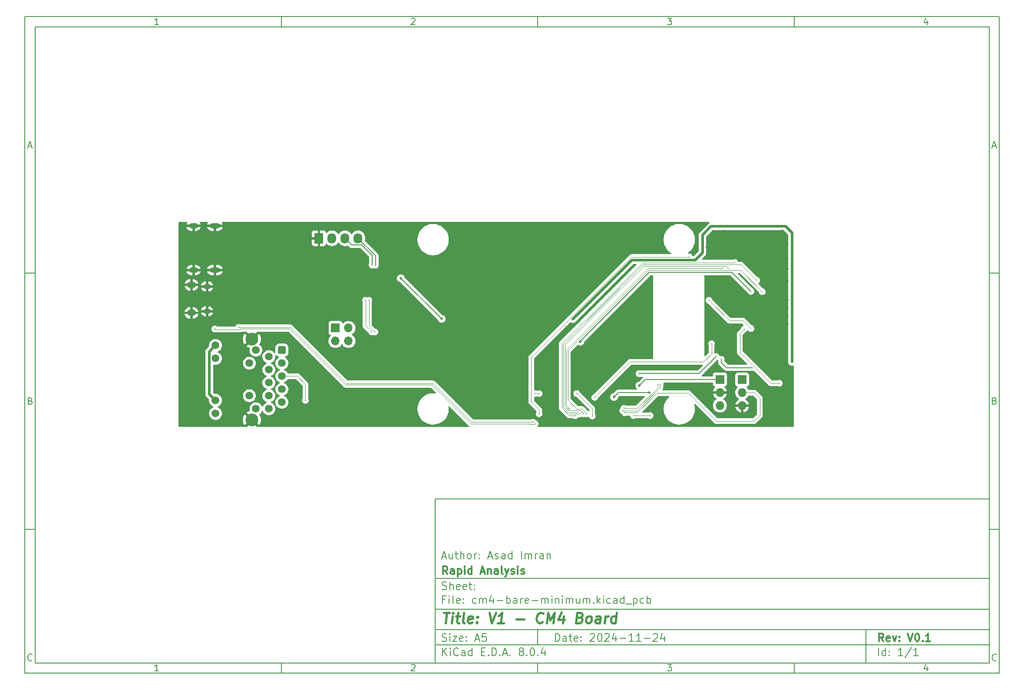
<source format=gbr>
%TF.GenerationSoftware,KiCad,Pcbnew,8.0.4*%
%TF.CreationDate,2024-11-24T10:16:15+11:00*%
%TF.ProjectId,cm4-bare-minimum,636d342d-6261-4726-952d-6d696e696d75,V0.1*%
%TF.SameCoordinates,Original*%
%TF.FileFunction,Copper,L2,Bot*%
%TF.FilePolarity,Positive*%
%FSLAX46Y46*%
G04 Gerber Fmt 4.6, Leading zero omitted, Abs format (unit mm)*
G04 Created by KiCad (PCBNEW 8.0.4) date 2024-11-24 10:16:15*
%MOMM*%
%LPD*%
G01*
G04 APERTURE LIST*
G04 Aperture macros list*
%AMRoundRect*
0 Rectangle with rounded corners*
0 $1 Rounding radius*
0 $2 $3 $4 $5 $6 $7 $8 $9 X,Y pos of 4 corners*
0 Add a 4 corners polygon primitive as box body*
4,1,4,$2,$3,$4,$5,$6,$7,$8,$9,$2,$3,0*
0 Add four circle primitives for the rounded corners*
1,1,$1+$1,$2,$3*
1,1,$1+$1,$4,$5*
1,1,$1+$1,$6,$7*
1,1,$1+$1,$8,$9*
0 Add four rect primitives between the rounded corners*
20,1,$1+$1,$2,$3,$4,$5,0*
20,1,$1+$1,$4,$5,$6,$7,0*
20,1,$1+$1,$6,$7,$8,$9,0*
20,1,$1+$1,$8,$9,$2,$3,0*%
G04 Aperture macros list end*
%ADD10C,0.100000*%
%ADD11C,0.150000*%
%ADD12C,0.300000*%
%ADD13C,0.400000*%
%TA.AperFunction,ComponentPad*%
%ADD14RoundRect,0.250500X-0.499500X0.499500X-0.499500X-0.499500X0.499500X-0.499500X0.499500X0.499500X0*%
%TD*%
%TA.AperFunction,ComponentPad*%
%ADD15C,1.500000*%
%TD*%
%TA.AperFunction,ComponentPad*%
%ADD16C,2.500000*%
%TD*%
%TA.AperFunction,ComponentPad*%
%ADD17R,1.730000X2.030000*%
%TD*%
%TA.AperFunction,ComponentPad*%
%ADD18O,1.730000X2.030000*%
%TD*%
%TA.AperFunction,ComponentPad*%
%ADD19R,1.700000X1.700000*%
%TD*%
%TA.AperFunction,ComponentPad*%
%ADD20O,1.700000X1.700000*%
%TD*%
%TA.AperFunction,ComponentPad*%
%ADD21O,2.100000X1.000000*%
%TD*%
%TA.AperFunction,ComponentPad*%
%ADD22O,1.800000X1.000000*%
%TD*%
%TA.AperFunction,ComponentPad*%
%ADD23O,1.700000X1.300000*%
%TD*%
%TA.AperFunction,ComponentPad*%
%ADD24O,1.400000X1.000000*%
%TD*%
%TA.AperFunction,ViaPad*%
%ADD25C,0.300000*%
%TD*%
%TA.AperFunction,ViaPad*%
%ADD26C,0.500000*%
%TD*%
%TA.AperFunction,Conductor*%
%ADD27C,0.200000*%
%TD*%
%TA.AperFunction,Conductor*%
%ADD28C,0.500000*%
%TD*%
%TA.AperFunction,Conductor*%
%ADD29C,0.100000*%
%TD*%
G04 APERTURE END LIST*
D10*
D11*
X90007200Y-104005800D02*
X198007200Y-104005800D01*
X198007200Y-136005800D01*
X90007200Y-136005800D01*
X90007200Y-104005800D01*
D10*
D11*
X10000000Y-10000000D02*
X200007200Y-10000000D01*
X200007200Y-138005800D01*
X10000000Y-138005800D01*
X10000000Y-10000000D01*
D10*
D11*
X12000000Y-12000000D02*
X198007200Y-12000000D01*
X198007200Y-136005800D01*
X12000000Y-136005800D01*
X12000000Y-12000000D01*
D10*
D11*
X60000000Y-12000000D02*
X60000000Y-10000000D01*
D10*
D11*
X110000000Y-12000000D02*
X110000000Y-10000000D01*
D10*
D11*
X160000000Y-12000000D02*
X160000000Y-10000000D01*
D10*
D11*
X36089160Y-11593604D02*
X35346303Y-11593604D01*
X35717731Y-11593604D02*
X35717731Y-10293604D01*
X35717731Y-10293604D02*
X35593922Y-10479319D01*
X35593922Y-10479319D02*
X35470112Y-10603128D01*
X35470112Y-10603128D02*
X35346303Y-10665033D01*
D10*
D11*
X85346303Y-10417414D02*
X85408207Y-10355509D01*
X85408207Y-10355509D02*
X85532017Y-10293604D01*
X85532017Y-10293604D02*
X85841541Y-10293604D01*
X85841541Y-10293604D02*
X85965350Y-10355509D01*
X85965350Y-10355509D02*
X86027255Y-10417414D01*
X86027255Y-10417414D02*
X86089160Y-10541223D01*
X86089160Y-10541223D02*
X86089160Y-10665033D01*
X86089160Y-10665033D02*
X86027255Y-10850747D01*
X86027255Y-10850747D02*
X85284398Y-11593604D01*
X85284398Y-11593604D02*
X86089160Y-11593604D01*
D10*
D11*
X135284398Y-10293604D02*
X136089160Y-10293604D01*
X136089160Y-10293604D02*
X135655826Y-10788842D01*
X135655826Y-10788842D02*
X135841541Y-10788842D01*
X135841541Y-10788842D02*
X135965350Y-10850747D01*
X135965350Y-10850747D02*
X136027255Y-10912652D01*
X136027255Y-10912652D02*
X136089160Y-11036461D01*
X136089160Y-11036461D02*
X136089160Y-11345985D01*
X136089160Y-11345985D02*
X136027255Y-11469795D01*
X136027255Y-11469795D02*
X135965350Y-11531700D01*
X135965350Y-11531700D02*
X135841541Y-11593604D01*
X135841541Y-11593604D02*
X135470112Y-11593604D01*
X135470112Y-11593604D02*
X135346303Y-11531700D01*
X135346303Y-11531700D02*
X135284398Y-11469795D01*
D10*
D11*
X185965350Y-10726938D02*
X185965350Y-11593604D01*
X185655826Y-10231700D02*
X185346303Y-11160271D01*
X185346303Y-11160271D02*
X186151064Y-11160271D01*
D10*
D11*
X60000000Y-136005800D02*
X60000000Y-138005800D01*
D10*
D11*
X110000000Y-136005800D02*
X110000000Y-138005800D01*
D10*
D11*
X160000000Y-136005800D02*
X160000000Y-138005800D01*
D10*
D11*
X36089160Y-137599404D02*
X35346303Y-137599404D01*
X35717731Y-137599404D02*
X35717731Y-136299404D01*
X35717731Y-136299404D02*
X35593922Y-136485119D01*
X35593922Y-136485119D02*
X35470112Y-136608928D01*
X35470112Y-136608928D02*
X35346303Y-136670833D01*
D10*
D11*
X85346303Y-136423214D02*
X85408207Y-136361309D01*
X85408207Y-136361309D02*
X85532017Y-136299404D01*
X85532017Y-136299404D02*
X85841541Y-136299404D01*
X85841541Y-136299404D02*
X85965350Y-136361309D01*
X85965350Y-136361309D02*
X86027255Y-136423214D01*
X86027255Y-136423214D02*
X86089160Y-136547023D01*
X86089160Y-136547023D02*
X86089160Y-136670833D01*
X86089160Y-136670833D02*
X86027255Y-136856547D01*
X86027255Y-136856547D02*
X85284398Y-137599404D01*
X85284398Y-137599404D02*
X86089160Y-137599404D01*
D10*
D11*
X135284398Y-136299404D02*
X136089160Y-136299404D01*
X136089160Y-136299404D02*
X135655826Y-136794642D01*
X135655826Y-136794642D02*
X135841541Y-136794642D01*
X135841541Y-136794642D02*
X135965350Y-136856547D01*
X135965350Y-136856547D02*
X136027255Y-136918452D01*
X136027255Y-136918452D02*
X136089160Y-137042261D01*
X136089160Y-137042261D02*
X136089160Y-137351785D01*
X136089160Y-137351785D02*
X136027255Y-137475595D01*
X136027255Y-137475595D02*
X135965350Y-137537500D01*
X135965350Y-137537500D02*
X135841541Y-137599404D01*
X135841541Y-137599404D02*
X135470112Y-137599404D01*
X135470112Y-137599404D02*
X135346303Y-137537500D01*
X135346303Y-137537500D02*
X135284398Y-137475595D01*
D10*
D11*
X185965350Y-136732738D02*
X185965350Y-137599404D01*
X185655826Y-136237500D02*
X185346303Y-137166071D01*
X185346303Y-137166071D02*
X186151064Y-137166071D01*
D10*
D11*
X10000000Y-60000000D02*
X12000000Y-60000000D01*
D10*
D11*
X10000000Y-110000000D02*
X12000000Y-110000000D01*
D10*
D11*
X10690476Y-35222176D02*
X11309523Y-35222176D01*
X10566666Y-35593604D02*
X10999999Y-34293604D01*
X10999999Y-34293604D02*
X11433333Y-35593604D01*
D10*
D11*
X11092857Y-84912652D02*
X11278571Y-84974557D01*
X11278571Y-84974557D02*
X11340476Y-85036461D01*
X11340476Y-85036461D02*
X11402380Y-85160271D01*
X11402380Y-85160271D02*
X11402380Y-85345985D01*
X11402380Y-85345985D02*
X11340476Y-85469795D01*
X11340476Y-85469795D02*
X11278571Y-85531700D01*
X11278571Y-85531700D02*
X11154761Y-85593604D01*
X11154761Y-85593604D02*
X10659523Y-85593604D01*
X10659523Y-85593604D02*
X10659523Y-84293604D01*
X10659523Y-84293604D02*
X11092857Y-84293604D01*
X11092857Y-84293604D02*
X11216666Y-84355509D01*
X11216666Y-84355509D02*
X11278571Y-84417414D01*
X11278571Y-84417414D02*
X11340476Y-84541223D01*
X11340476Y-84541223D02*
X11340476Y-84665033D01*
X11340476Y-84665033D02*
X11278571Y-84788842D01*
X11278571Y-84788842D02*
X11216666Y-84850747D01*
X11216666Y-84850747D02*
X11092857Y-84912652D01*
X11092857Y-84912652D02*
X10659523Y-84912652D01*
D10*
D11*
X11402380Y-135469795D02*
X11340476Y-135531700D01*
X11340476Y-135531700D02*
X11154761Y-135593604D01*
X11154761Y-135593604D02*
X11030952Y-135593604D01*
X11030952Y-135593604D02*
X10845238Y-135531700D01*
X10845238Y-135531700D02*
X10721428Y-135407890D01*
X10721428Y-135407890D02*
X10659523Y-135284080D01*
X10659523Y-135284080D02*
X10597619Y-135036461D01*
X10597619Y-135036461D02*
X10597619Y-134850747D01*
X10597619Y-134850747D02*
X10659523Y-134603128D01*
X10659523Y-134603128D02*
X10721428Y-134479319D01*
X10721428Y-134479319D02*
X10845238Y-134355509D01*
X10845238Y-134355509D02*
X11030952Y-134293604D01*
X11030952Y-134293604D02*
X11154761Y-134293604D01*
X11154761Y-134293604D02*
X11340476Y-134355509D01*
X11340476Y-134355509D02*
X11402380Y-134417414D01*
D10*
D11*
X200007200Y-60000000D02*
X198007200Y-60000000D01*
D10*
D11*
X200007200Y-110000000D02*
X198007200Y-110000000D01*
D10*
D11*
X198697676Y-35222176D02*
X199316723Y-35222176D01*
X198573866Y-35593604D02*
X199007199Y-34293604D01*
X199007199Y-34293604D02*
X199440533Y-35593604D01*
D10*
D11*
X199100057Y-84912652D02*
X199285771Y-84974557D01*
X199285771Y-84974557D02*
X199347676Y-85036461D01*
X199347676Y-85036461D02*
X199409580Y-85160271D01*
X199409580Y-85160271D02*
X199409580Y-85345985D01*
X199409580Y-85345985D02*
X199347676Y-85469795D01*
X199347676Y-85469795D02*
X199285771Y-85531700D01*
X199285771Y-85531700D02*
X199161961Y-85593604D01*
X199161961Y-85593604D02*
X198666723Y-85593604D01*
X198666723Y-85593604D02*
X198666723Y-84293604D01*
X198666723Y-84293604D02*
X199100057Y-84293604D01*
X199100057Y-84293604D02*
X199223866Y-84355509D01*
X199223866Y-84355509D02*
X199285771Y-84417414D01*
X199285771Y-84417414D02*
X199347676Y-84541223D01*
X199347676Y-84541223D02*
X199347676Y-84665033D01*
X199347676Y-84665033D02*
X199285771Y-84788842D01*
X199285771Y-84788842D02*
X199223866Y-84850747D01*
X199223866Y-84850747D02*
X199100057Y-84912652D01*
X199100057Y-84912652D02*
X198666723Y-84912652D01*
D10*
D11*
X199409580Y-135469795D02*
X199347676Y-135531700D01*
X199347676Y-135531700D02*
X199161961Y-135593604D01*
X199161961Y-135593604D02*
X199038152Y-135593604D01*
X199038152Y-135593604D02*
X198852438Y-135531700D01*
X198852438Y-135531700D02*
X198728628Y-135407890D01*
X198728628Y-135407890D02*
X198666723Y-135284080D01*
X198666723Y-135284080D02*
X198604819Y-135036461D01*
X198604819Y-135036461D02*
X198604819Y-134850747D01*
X198604819Y-134850747D02*
X198666723Y-134603128D01*
X198666723Y-134603128D02*
X198728628Y-134479319D01*
X198728628Y-134479319D02*
X198852438Y-134355509D01*
X198852438Y-134355509D02*
X199038152Y-134293604D01*
X199038152Y-134293604D02*
X199161961Y-134293604D01*
X199161961Y-134293604D02*
X199347676Y-134355509D01*
X199347676Y-134355509D02*
X199409580Y-134417414D01*
D10*
D11*
X113463026Y-131791928D02*
X113463026Y-130291928D01*
X113463026Y-130291928D02*
X113820169Y-130291928D01*
X113820169Y-130291928D02*
X114034455Y-130363357D01*
X114034455Y-130363357D02*
X114177312Y-130506214D01*
X114177312Y-130506214D02*
X114248741Y-130649071D01*
X114248741Y-130649071D02*
X114320169Y-130934785D01*
X114320169Y-130934785D02*
X114320169Y-131149071D01*
X114320169Y-131149071D02*
X114248741Y-131434785D01*
X114248741Y-131434785D02*
X114177312Y-131577642D01*
X114177312Y-131577642D02*
X114034455Y-131720500D01*
X114034455Y-131720500D02*
X113820169Y-131791928D01*
X113820169Y-131791928D02*
X113463026Y-131791928D01*
X115605884Y-131791928D02*
X115605884Y-131006214D01*
X115605884Y-131006214D02*
X115534455Y-130863357D01*
X115534455Y-130863357D02*
X115391598Y-130791928D01*
X115391598Y-130791928D02*
X115105884Y-130791928D01*
X115105884Y-130791928D02*
X114963026Y-130863357D01*
X115605884Y-131720500D02*
X115463026Y-131791928D01*
X115463026Y-131791928D02*
X115105884Y-131791928D01*
X115105884Y-131791928D02*
X114963026Y-131720500D01*
X114963026Y-131720500D02*
X114891598Y-131577642D01*
X114891598Y-131577642D02*
X114891598Y-131434785D01*
X114891598Y-131434785D02*
X114963026Y-131291928D01*
X114963026Y-131291928D02*
X115105884Y-131220500D01*
X115105884Y-131220500D02*
X115463026Y-131220500D01*
X115463026Y-131220500D02*
X115605884Y-131149071D01*
X116105884Y-130791928D02*
X116677312Y-130791928D01*
X116320169Y-130291928D02*
X116320169Y-131577642D01*
X116320169Y-131577642D02*
X116391598Y-131720500D01*
X116391598Y-131720500D02*
X116534455Y-131791928D01*
X116534455Y-131791928D02*
X116677312Y-131791928D01*
X117748741Y-131720500D02*
X117605884Y-131791928D01*
X117605884Y-131791928D02*
X117320170Y-131791928D01*
X117320170Y-131791928D02*
X117177312Y-131720500D01*
X117177312Y-131720500D02*
X117105884Y-131577642D01*
X117105884Y-131577642D02*
X117105884Y-131006214D01*
X117105884Y-131006214D02*
X117177312Y-130863357D01*
X117177312Y-130863357D02*
X117320170Y-130791928D01*
X117320170Y-130791928D02*
X117605884Y-130791928D01*
X117605884Y-130791928D02*
X117748741Y-130863357D01*
X117748741Y-130863357D02*
X117820170Y-131006214D01*
X117820170Y-131006214D02*
X117820170Y-131149071D01*
X117820170Y-131149071D02*
X117105884Y-131291928D01*
X118463026Y-131649071D02*
X118534455Y-131720500D01*
X118534455Y-131720500D02*
X118463026Y-131791928D01*
X118463026Y-131791928D02*
X118391598Y-131720500D01*
X118391598Y-131720500D02*
X118463026Y-131649071D01*
X118463026Y-131649071D02*
X118463026Y-131791928D01*
X118463026Y-130863357D02*
X118534455Y-130934785D01*
X118534455Y-130934785D02*
X118463026Y-131006214D01*
X118463026Y-131006214D02*
X118391598Y-130934785D01*
X118391598Y-130934785D02*
X118463026Y-130863357D01*
X118463026Y-130863357D02*
X118463026Y-131006214D01*
X120248741Y-130434785D02*
X120320169Y-130363357D01*
X120320169Y-130363357D02*
X120463027Y-130291928D01*
X120463027Y-130291928D02*
X120820169Y-130291928D01*
X120820169Y-130291928D02*
X120963027Y-130363357D01*
X120963027Y-130363357D02*
X121034455Y-130434785D01*
X121034455Y-130434785D02*
X121105884Y-130577642D01*
X121105884Y-130577642D02*
X121105884Y-130720500D01*
X121105884Y-130720500D02*
X121034455Y-130934785D01*
X121034455Y-130934785D02*
X120177312Y-131791928D01*
X120177312Y-131791928D02*
X121105884Y-131791928D01*
X122034455Y-130291928D02*
X122177312Y-130291928D01*
X122177312Y-130291928D02*
X122320169Y-130363357D01*
X122320169Y-130363357D02*
X122391598Y-130434785D01*
X122391598Y-130434785D02*
X122463026Y-130577642D01*
X122463026Y-130577642D02*
X122534455Y-130863357D01*
X122534455Y-130863357D02*
X122534455Y-131220500D01*
X122534455Y-131220500D02*
X122463026Y-131506214D01*
X122463026Y-131506214D02*
X122391598Y-131649071D01*
X122391598Y-131649071D02*
X122320169Y-131720500D01*
X122320169Y-131720500D02*
X122177312Y-131791928D01*
X122177312Y-131791928D02*
X122034455Y-131791928D01*
X122034455Y-131791928D02*
X121891598Y-131720500D01*
X121891598Y-131720500D02*
X121820169Y-131649071D01*
X121820169Y-131649071D02*
X121748740Y-131506214D01*
X121748740Y-131506214D02*
X121677312Y-131220500D01*
X121677312Y-131220500D02*
X121677312Y-130863357D01*
X121677312Y-130863357D02*
X121748740Y-130577642D01*
X121748740Y-130577642D02*
X121820169Y-130434785D01*
X121820169Y-130434785D02*
X121891598Y-130363357D01*
X121891598Y-130363357D02*
X122034455Y-130291928D01*
X123105883Y-130434785D02*
X123177311Y-130363357D01*
X123177311Y-130363357D02*
X123320169Y-130291928D01*
X123320169Y-130291928D02*
X123677311Y-130291928D01*
X123677311Y-130291928D02*
X123820169Y-130363357D01*
X123820169Y-130363357D02*
X123891597Y-130434785D01*
X123891597Y-130434785D02*
X123963026Y-130577642D01*
X123963026Y-130577642D02*
X123963026Y-130720500D01*
X123963026Y-130720500D02*
X123891597Y-130934785D01*
X123891597Y-130934785D02*
X123034454Y-131791928D01*
X123034454Y-131791928D02*
X123963026Y-131791928D01*
X125248740Y-130791928D02*
X125248740Y-131791928D01*
X124891597Y-130220500D02*
X124534454Y-131291928D01*
X124534454Y-131291928D02*
X125463025Y-131291928D01*
X126034453Y-131220500D02*
X127177311Y-131220500D01*
X128677311Y-131791928D02*
X127820168Y-131791928D01*
X128248739Y-131791928D02*
X128248739Y-130291928D01*
X128248739Y-130291928D02*
X128105882Y-130506214D01*
X128105882Y-130506214D02*
X127963025Y-130649071D01*
X127963025Y-130649071D02*
X127820168Y-130720500D01*
X130105882Y-131791928D02*
X129248739Y-131791928D01*
X129677310Y-131791928D02*
X129677310Y-130291928D01*
X129677310Y-130291928D02*
X129534453Y-130506214D01*
X129534453Y-130506214D02*
X129391596Y-130649071D01*
X129391596Y-130649071D02*
X129248739Y-130720500D01*
X130748738Y-131220500D02*
X131891596Y-131220500D01*
X132534453Y-130434785D02*
X132605881Y-130363357D01*
X132605881Y-130363357D02*
X132748739Y-130291928D01*
X132748739Y-130291928D02*
X133105881Y-130291928D01*
X133105881Y-130291928D02*
X133248739Y-130363357D01*
X133248739Y-130363357D02*
X133320167Y-130434785D01*
X133320167Y-130434785D02*
X133391596Y-130577642D01*
X133391596Y-130577642D02*
X133391596Y-130720500D01*
X133391596Y-130720500D02*
X133320167Y-130934785D01*
X133320167Y-130934785D02*
X132463024Y-131791928D01*
X132463024Y-131791928D02*
X133391596Y-131791928D01*
X134677310Y-130791928D02*
X134677310Y-131791928D01*
X134320167Y-130220500D02*
X133963024Y-131291928D01*
X133963024Y-131291928D02*
X134891595Y-131291928D01*
D10*
D11*
X90007200Y-132505800D02*
X198007200Y-132505800D01*
D10*
D11*
X91463026Y-134591928D02*
X91463026Y-133091928D01*
X92320169Y-134591928D02*
X91677312Y-133734785D01*
X92320169Y-133091928D02*
X91463026Y-133949071D01*
X92963026Y-134591928D02*
X92963026Y-133591928D01*
X92963026Y-133091928D02*
X92891598Y-133163357D01*
X92891598Y-133163357D02*
X92963026Y-133234785D01*
X92963026Y-133234785D02*
X93034455Y-133163357D01*
X93034455Y-133163357D02*
X92963026Y-133091928D01*
X92963026Y-133091928D02*
X92963026Y-133234785D01*
X94534455Y-134449071D02*
X94463027Y-134520500D01*
X94463027Y-134520500D02*
X94248741Y-134591928D01*
X94248741Y-134591928D02*
X94105884Y-134591928D01*
X94105884Y-134591928D02*
X93891598Y-134520500D01*
X93891598Y-134520500D02*
X93748741Y-134377642D01*
X93748741Y-134377642D02*
X93677312Y-134234785D01*
X93677312Y-134234785D02*
X93605884Y-133949071D01*
X93605884Y-133949071D02*
X93605884Y-133734785D01*
X93605884Y-133734785D02*
X93677312Y-133449071D01*
X93677312Y-133449071D02*
X93748741Y-133306214D01*
X93748741Y-133306214D02*
X93891598Y-133163357D01*
X93891598Y-133163357D02*
X94105884Y-133091928D01*
X94105884Y-133091928D02*
X94248741Y-133091928D01*
X94248741Y-133091928D02*
X94463027Y-133163357D01*
X94463027Y-133163357D02*
X94534455Y-133234785D01*
X95820170Y-134591928D02*
X95820170Y-133806214D01*
X95820170Y-133806214D02*
X95748741Y-133663357D01*
X95748741Y-133663357D02*
X95605884Y-133591928D01*
X95605884Y-133591928D02*
X95320170Y-133591928D01*
X95320170Y-133591928D02*
X95177312Y-133663357D01*
X95820170Y-134520500D02*
X95677312Y-134591928D01*
X95677312Y-134591928D02*
X95320170Y-134591928D01*
X95320170Y-134591928D02*
X95177312Y-134520500D01*
X95177312Y-134520500D02*
X95105884Y-134377642D01*
X95105884Y-134377642D02*
X95105884Y-134234785D01*
X95105884Y-134234785D02*
X95177312Y-134091928D01*
X95177312Y-134091928D02*
X95320170Y-134020500D01*
X95320170Y-134020500D02*
X95677312Y-134020500D01*
X95677312Y-134020500D02*
X95820170Y-133949071D01*
X97177313Y-134591928D02*
X97177313Y-133091928D01*
X97177313Y-134520500D02*
X97034455Y-134591928D01*
X97034455Y-134591928D02*
X96748741Y-134591928D01*
X96748741Y-134591928D02*
X96605884Y-134520500D01*
X96605884Y-134520500D02*
X96534455Y-134449071D01*
X96534455Y-134449071D02*
X96463027Y-134306214D01*
X96463027Y-134306214D02*
X96463027Y-133877642D01*
X96463027Y-133877642D02*
X96534455Y-133734785D01*
X96534455Y-133734785D02*
X96605884Y-133663357D01*
X96605884Y-133663357D02*
X96748741Y-133591928D01*
X96748741Y-133591928D02*
X97034455Y-133591928D01*
X97034455Y-133591928D02*
X97177313Y-133663357D01*
X99034455Y-133806214D02*
X99534455Y-133806214D01*
X99748741Y-134591928D02*
X99034455Y-134591928D01*
X99034455Y-134591928D02*
X99034455Y-133091928D01*
X99034455Y-133091928D02*
X99748741Y-133091928D01*
X100391598Y-134449071D02*
X100463027Y-134520500D01*
X100463027Y-134520500D02*
X100391598Y-134591928D01*
X100391598Y-134591928D02*
X100320170Y-134520500D01*
X100320170Y-134520500D02*
X100391598Y-134449071D01*
X100391598Y-134449071D02*
X100391598Y-134591928D01*
X101105884Y-134591928D02*
X101105884Y-133091928D01*
X101105884Y-133091928D02*
X101463027Y-133091928D01*
X101463027Y-133091928D02*
X101677313Y-133163357D01*
X101677313Y-133163357D02*
X101820170Y-133306214D01*
X101820170Y-133306214D02*
X101891599Y-133449071D01*
X101891599Y-133449071D02*
X101963027Y-133734785D01*
X101963027Y-133734785D02*
X101963027Y-133949071D01*
X101963027Y-133949071D02*
X101891599Y-134234785D01*
X101891599Y-134234785D02*
X101820170Y-134377642D01*
X101820170Y-134377642D02*
X101677313Y-134520500D01*
X101677313Y-134520500D02*
X101463027Y-134591928D01*
X101463027Y-134591928D02*
X101105884Y-134591928D01*
X102605884Y-134449071D02*
X102677313Y-134520500D01*
X102677313Y-134520500D02*
X102605884Y-134591928D01*
X102605884Y-134591928D02*
X102534456Y-134520500D01*
X102534456Y-134520500D02*
X102605884Y-134449071D01*
X102605884Y-134449071D02*
X102605884Y-134591928D01*
X103248742Y-134163357D02*
X103963028Y-134163357D01*
X103105885Y-134591928D02*
X103605885Y-133091928D01*
X103605885Y-133091928D02*
X104105885Y-134591928D01*
X104605884Y-134449071D02*
X104677313Y-134520500D01*
X104677313Y-134520500D02*
X104605884Y-134591928D01*
X104605884Y-134591928D02*
X104534456Y-134520500D01*
X104534456Y-134520500D02*
X104605884Y-134449071D01*
X104605884Y-134449071D02*
X104605884Y-134591928D01*
X106677313Y-133734785D02*
X106534456Y-133663357D01*
X106534456Y-133663357D02*
X106463027Y-133591928D01*
X106463027Y-133591928D02*
X106391599Y-133449071D01*
X106391599Y-133449071D02*
X106391599Y-133377642D01*
X106391599Y-133377642D02*
X106463027Y-133234785D01*
X106463027Y-133234785D02*
X106534456Y-133163357D01*
X106534456Y-133163357D02*
X106677313Y-133091928D01*
X106677313Y-133091928D02*
X106963027Y-133091928D01*
X106963027Y-133091928D02*
X107105885Y-133163357D01*
X107105885Y-133163357D02*
X107177313Y-133234785D01*
X107177313Y-133234785D02*
X107248742Y-133377642D01*
X107248742Y-133377642D02*
X107248742Y-133449071D01*
X107248742Y-133449071D02*
X107177313Y-133591928D01*
X107177313Y-133591928D02*
X107105885Y-133663357D01*
X107105885Y-133663357D02*
X106963027Y-133734785D01*
X106963027Y-133734785D02*
X106677313Y-133734785D01*
X106677313Y-133734785D02*
X106534456Y-133806214D01*
X106534456Y-133806214D02*
X106463027Y-133877642D01*
X106463027Y-133877642D02*
X106391599Y-134020500D01*
X106391599Y-134020500D02*
X106391599Y-134306214D01*
X106391599Y-134306214D02*
X106463027Y-134449071D01*
X106463027Y-134449071D02*
X106534456Y-134520500D01*
X106534456Y-134520500D02*
X106677313Y-134591928D01*
X106677313Y-134591928D02*
X106963027Y-134591928D01*
X106963027Y-134591928D02*
X107105885Y-134520500D01*
X107105885Y-134520500D02*
X107177313Y-134449071D01*
X107177313Y-134449071D02*
X107248742Y-134306214D01*
X107248742Y-134306214D02*
X107248742Y-134020500D01*
X107248742Y-134020500D02*
X107177313Y-133877642D01*
X107177313Y-133877642D02*
X107105885Y-133806214D01*
X107105885Y-133806214D02*
X106963027Y-133734785D01*
X107891598Y-134449071D02*
X107963027Y-134520500D01*
X107963027Y-134520500D02*
X107891598Y-134591928D01*
X107891598Y-134591928D02*
X107820170Y-134520500D01*
X107820170Y-134520500D02*
X107891598Y-134449071D01*
X107891598Y-134449071D02*
X107891598Y-134591928D01*
X108891599Y-133091928D02*
X109034456Y-133091928D01*
X109034456Y-133091928D02*
X109177313Y-133163357D01*
X109177313Y-133163357D02*
X109248742Y-133234785D01*
X109248742Y-133234785D02*
X109320170Y-133377642D01*
X109320170Y-133377642D02*
X109391599Y-133663357D01*
X109391599Y-133663357D02*
X109391599Y-134020500D01*
X109391599Y-134020500D02*
X109320170Y-134306214D01*
X109320170Y-134306214D02*
X109248742Y-134449071D01*
X109248742Y-134449071D02*
X109177313Y-134520500D01*
X109177313Y-134520500D02*
X109034456Y-134591928D01*
X109034456Y-134591928D02*
X108891599Y-134591928D01*
X108891599Y-134591928D02*
X108748742Y-134520500D01*
X108748742Y-134520500D02*
X108677313Y-134449071D01*
X108677313Y-134449071D02*
X108605884Y-134306214D01*
X108605884Y-134306214D02*
X108534456Y-134020500D01*
X108534456Y-134020500D02*
X108534456Y-133663357D01*
X108534456Y-133663357D02*
X108605884Y-133377642D01*
X108605884Y-133377642D02*
X108677313Y-133234785D01*
X108677313Y-133234785D02*
X108748742Y-133163357D01*
X108748742Y-133163357D02*
X108891599Y-133091928D01*
X110034455Y-134449071D02*
X110105884Y-134520500D01*
X110105884Y-134520500D02*
X110034455Y-134591928D01*
X110034455Y-134591928D02*
X109963027Y-134520500D01*
X109963027Y-134520500D02*
X110034455Y-134449071D01*
X110034455Y-134449071D02*
X110034455Y-134591928D01*
X111391599Y-133591928D02*
X111391599Y-134591928D01*
X111034456Y-133020500D02*
X110677313Y-134091928D01*
X110677313Y-134091928D02*
X111605884Y-134091928D01*
D10*
D11*
X90007200Y-129505800D02*
X198007200Y-129505800D01*
D10*
D12*
X177418853Y-131784128D02*
X176918853Y-131069842D01*
X176561710Y-131784128D02*
X176561710Y-130284128D01*
X176561710Y-130284128D02*
X177133139Y-130284128D01*
X177133139Y-130284128D02*
X177275996Y-130355557D01*
X177275996Y-130355557D02*
X177347425Y-130426985D01*
X177347425Y-130426985D02*
X177418853Y-130569842D01*
X177418853Y-130569842D02*
X177418853Y-130784128D01*
X177418853Y-130784128D02*
X177347425Y-130926985D01*
X177347425Y-130926985D02*
X177275996Y-130998414D01*
X177275996Y-130998414D02*
X177133139Y-131069842D01*
X177133139Y-131069842D02*
X176561710Y-131069842D01*
X178633139Y-131712700D02*
X178490282Y-131784128D01*
X178490282Y-131784128D02*
X178204568Y-131784128D01*
X178204568Y-131784128D02*
X178061710Y-131712700D01*
X178061710Y-131712700D02*
X177990282Y-131569842D01*
X177990282Y-131569842D02*
X177990282Y-130998414D01*
X177990282Y-130998414D02*
X178061710Y-130855557D01*
X178061710Y-130855557D02*
X178204568Y-130784128D01*
X178204568Y-130784128D02*
X178490282Y-130784128D01*
X178490282Y-130784128D02*
X178633139Y-130855557D01*
X178633139Y-130855557D02*
X178704568Y-130998414D01*
X178704568Y-130998414D02*
X178704568Y-131141271D01*
X178704568Y-131141271D02*
X177990282Y-131284128D01*
X179204567Y-130784128D02*
X179561710Y-131784128D01*
X179561710Y-131784128D02*
X179918853Y-130784128D01*
X180490281Y-131641271D02*
X180561710Y-131712700D01*
X180561710Y-131712700D02*
X180490281Y-131784128D01*
X180490281Y-131784128D02*
X180418853Y-131712700D01*
X180418853Y-131712700D02*
X180490281Y-131641271D01*
X180490281Y-131641271D02*
X180490281Y-131784128D01*
X180490281Y-130855557D02*
X180561710Y-130926985D01*
X180561710Y-130926985D02*
X180490281Y-130998414D01*
X180490281Y-130998414D02*
X180418853Y-130926985D01*
X180418853Y-130926985D02*
X180490281Y-130855557D01*
X180490281Y-130855557D02*
X180490281Y-130998414D01*
X182133139Y-130284128D02*
X182633139Y-131784128D01*
X182633139Y-131784128D02*
X183133139Y-130284128D01*
X183918853Y-130284128D02*
X184061710Y-130284128D01*
X184061710Y-130284128D02*
X184204567Y-130355557D01*
X184204567Y-130355557D02*
X184275996Y-130426985D01*
X184275996Y-130426985D02*
X184347424Y-130569842D01*
X184347424Y-130569842D02*
X184418853Y-130855557D01*
X184418853Y-130855557D02*
X184418853Y-131212700D01*
X184418853Y-131212700D02*
X184347424Y-131498414D01*
X184347424Y-131498414D02*
X184275996Y-131641271D01*
X184275996Y-131641271D02*
X184204567Y-131712700D01*
X184204567Y-131712700D02*
X184061710Y-131784128D01*
X184061710Y-131784128D02*
X183918853Y-131784128D01*
X183918853Y-131784128D02*
X183775996Y-131712700D01*
X183775996Y-131712700D02*
X183704567Y-131641271D01*
X183704567Y-131641271D02*
X183633138Y-131498414D01*
X183633138Y-131498414D02*
X183561710Y-131212700D01*
X183561710Y-131212700D02*
X183561710Y-130855557D01*
X183561710Y-130855557D02*
X183633138Y-130569842D01*
X183633138Y-130569842D02*
X183704567Y-130426985D01*
X183704567Y-130426985D02*
X183775996Y-130355557D01*
X183775996Y-130355557D02*
X183918853Y-130284128D01*
X185061709Y-131641271D02*
X185133138Y-131712700D01*
X185133138Y-131712700D02*
X185061709Y-131784128D01*
X185061709Y-131784128D02*
X184990281Y-131712700D01*
X184990281Y-131712700D02*
X185061709Y-131641271D01*
X185061709Y-131641271D02*
X185061709Y-131784128D01*
X186561710Y-131784128D02*
X185704567Y-131784128D01*
X186133138Y-131784128D02*
X186133138Y-130284128D01*
X186133138Y-130284128D02*
X185990281Y-130498414D01*
X185990281Y-130498414D02*
X185847424Y-130641271D01*
X185847424Y-130641271D02*
X185704567Y-130712700D01*
D10*
D11*
X91391598Y-131720500D02*
X91605884Y-131791928D01*
X91605884Y-131791928D02*
X91963026Y-131791928D01*
X91963026Y-131791928D02*
X92105884Y-131720500D01*
X92105884Y-131720500D02*
X92177312Y-131649071D01*
X92177312Y-131649071D02*
X92248741Y-131506214D01*
X92248741Y-131506214D02*
X92248741Y-131363357D01*
X92248741Y-131363357D02*
X92177312Y-131220500D01*
X92177312Y-131220500D02*
X92105884Y-131149071D01*
X92105884Y-131149071D02*
X91963026Y-131077642D01*
X91963026Y-131077642D02*
X91677312Y-131006214D01*
X91677312Y-131006214D02*
X91534455Y-130934785D01*
X91534455Y-130934785D02*
X91463026Y-130863357D01*
X91463026Y-130863357D02*
X91391598Y-130720500D01*
X91391598Y-130720500D02*
X91391598Y-130577642D01*
X91391598Y-130577642D02*
X91463026Y-130434785D01*
X91463026Y-130434785D02*
X91534455Y-130363357D01*
X91534455Y-130363357D02*
X91677312Y-130291928D01*
X91677312Y-130291928D02*
X92034455Y-130291928D01*
X92034455Y-130291928D02*
X92248741Y-130363357D01*
X92891597Y-131791928D02*
X92891597Y-130791928D01*
X92891597Y-130291928D02*
X92820169Y-130363357D01*
X92820169Y-130363357D02*
X92891597Y-130434785D01*
X92891597Y-130434785D02*
X92963026Y-130363357D01*
X92963026Y-130363357D02*
X92891597Y-130291928D01*
X92891597Y-130291928D02*
X92891597Y-130434785D01*
X93463026Y-130791928D02*
X94248741Y-130791928D01*
X94248741Y-130791928D02*
X93463026Y-131791928D01*
X93463026Y-131791928D02*
X94248741Y-131791928D01*
X95391598Y-131720500D02*
X95248741Y-131791928D01*
X95248741Y-131791928D02*
X94963027Y-131791928D01*
X94963027Y-131791928D02*
X94820169Y-131720500D01*
X94820169Y-131720500D02*
X94748741Y-131577642D01*
X94748741Y-131577642D02*
X94748741Y-131006214D01*
X94748741Y-131006214D02*
X94820169Y-130863357D01*
X94820169Y-130863357D02*
X94963027Y-130791928D01*
X94963027Y-130791928D02*
X95248741Y-130791928D01*
X95248741Y-130791928D02*
X95391598Y-130863357D01*
X95391598Y-130863357D02*
X95463027Y-131006214D01*
X95463027Y-131006214D02*
X95463027Y-131149071D01*
X95463027Y-131149071D02*
X94748741Y-131291928D01*
X96105883Y-131649071D02*
X96177312Y-131720500D01*
X96177312Y-131720500D02*
X96105883Y-131791928D01*
X96105883Y-131791928D02*
X96034455Y-131720500D01*
X96034455Y-131720500D02*
X96105883Y-131649071D01*
X96105883Y-131649071D02*
X96105883Y-131791928D01*
X96105883Y-130863357D02*
X96177312Y-130934785D01*
X96177312Y-130934785D02*
X96105883Y-131006214D01*
X96105883Y-131006214D02*
X96034455Y-130934785D01*
X96034455Y-130934785D02*
X96105883Y-130863357D01*
X96105883Y-130863357D02*
X96105883Y-131006214D01*
X97891598Y-131363357D02*
X98605884Y-131363357D01*
X97748741Y-131791928D02*
X98248741Y-130291928D01*
X98248741Y-130291928D02*
X98748741Y-131791928D01*
X99963026Y-130291928D02*
X99248740Y-130291928D01*
X99248740Y-130291928D02*
X99177312Y-131006214D01*
X99177312Y-131006214D02*
X99248740Y-130934785D01*
X99248740Y-130934785D02*
X99391598Y-130863357D01*
X99391598Y-130863357D02*
X99748740Y-130863357D01*
X99748740Y-130863357D02*
X99891598Y-130934785D01*
X99891598Y-130934785D02*
X99963026Y-131006214D01*
X99963026Y-131006214D02*
X100034455Y-131149071D01*
X100034455Y-131149071D02*
X100034455Y-131506214D01*
X100034455Y-131506214D02*
X99963026Y-131649071D01*
X99963026Y-131649071D02*
X99891598Y-131720500D01*
X99891598Y-131720500D02*
X99748740Y-131791928D01*
X99748740Y-131791928D02*
X99391598Y-131791928D01*
X99391598Y-131791928D02*
X99248740Y-131720500D01*
X99248740Y-131720500D02*
X99177312Y-131649071D01*
D10*
D11*
X176463026Y-134591928D02*
X176463026Y-133091928D01*
X177820170Y-134591928D02*
X177820170Y-133091928D01*
X177820170Y-134520500D02*
X177677312Y-134591928D01*
X177677312Y-134591928D02*
X177391598Y-134591928D01*
X177391598Y-134591928D02*
X177248741Y-134520500D01*
X177248741Y-134520500D02*
X177177312Y-134449071D01*
X177177312Y-134449071D02*
X177105884Y-134306214D01*
X177105884Y-134306214D02*
X177105884Y-133877642D01*
X177105884Y-133877642D02*
X177177312Y-133734785D01*
X177177312Y-133734785D02*
X177248741Y-133663357D01*
X177248741Y-133663357D02*
X177391598Y-133591928D01*
X177391598Y-133591928D02*
X177677312Y-133591928D01*
X177677312Y-133591928D02*
X177820170Y-133663357D01*
X178534455Y-134449071D02*
X178605884Y-134520500D01*
X178605884Y-134520500D02*
X178534455Y-134591928D01*
X178534455Y-134591928D02*
X178463027Y-134520500D01*
X178463027Y-134520500D02*
X178534455Y-134449071D01*
X178534455Y-134449071D02*
X178534455Y-134591928D01*
X178534455Y-133663357D02*
X178605884Y-133734785D01*
X178605884Y-133734785D02*
X178534455Y-133806214D01*
X178534455Y-133806214D02*
X178463027Y-133734785D01*
X178463027Y-133734785D02*
X178534455Y-133663357D01*
X178534455Y-133663357D02*
X178534455Y-133806214D01*
X181177313Y-134591928D02*
X180320170Y-134591928D01*
X180748741Y-134591928D02*
X180748741Y-133091928D01*
X180748741Y-133091928D02*
X180605884Y-133306214D01*
X180605884Y-133306214D02*
X180463027Y-133449071D01*
X180463027Y-133449071D02*
X180320170Y-133520500D01*
X182891598Y-133020500D02*
X181605884Y-134949071D01*
X184177313Y-134591928D02*
X183320170Y-134591928D01*
X183748741Y-134591928D02*
X183748741Y-133091928D01*
X183748741Y-133091928D02*
X183605884Y-133306214D01*
X183605884Y-133306214D02*
X183463027Y-133449071D01*
X183463027Y-133449071D02*
X183320170Y-133520500D01*
D10*
D11*
X90007200Y-125505800D02*
X198007200Y-125505800D01*
D10*
D13*
X91698928Y-126210238D02*
X92841785Y-126210238D01*
X92020357Y-128210238D02*
X92270357Y-126210238D01*
X93258452Y-128210238D02*
X93425119Y-126876904D01*
X93508452Y-126210238D02*
X93401309Y-126305476D01*
X93401309Y-126305476D02*
X93484643Y-126400714D01*
X93484643Y-126400714D02*
X93591786Y-126305476D01*
X93591786Y-126305476D02*
X93508452Y-126210238D01*
X93508452Y-126210238D02*
X93484643Y-126400714D01*
X94091786Y-126876904D02*
X94853690Y-126876904D01*
X94460833Y-126210238D02*
X94246548Y-127924523D01*
X94246548Y-127924523D02*
X94317976Y-128115000D01*
X94317976Y-128115000D02*
X94496548Y-128210238D01*
X94496548Y-128210238D02*
X94687024Y-128210238D01*
X95639405Y-128210238D02*
X95460833Y-128115000D01*
X95460833Y-128115000D02*
X95389405Y-127924523D01*
X95389405Y-127924523D02*
X95603690Y-126210238D01*
X97175119Y-128115000D02*
X96972738Y-128210238D01*
X96972738Y-128210238D02*
X96591785Y-128210238D01*
X96591785Y-128210238D02*
X96413214Y-128115000D01*
X96413214Y-128115000D02*
X96341785Y-127924523D01*
X96341785Y-127924523D02*
X96437024Y-127162619D01*
X96437024Y-127162619D02*
X96556071Y-126972142D01*
X96556071Y-126972142D02*
X96758452Y-126876904D01*
X96758452Y-126876904D02*
X97139404Y-126876904D01*
X97139404Y-126876904D02*
X97317976Y-126972142D01*
X97317976Y-126972142D02*
X97389404Y-127162619D01*
X97389404Y-127162619D02*
X97365595Y-127353095D01*
X97365595Y-127353095D02*
X96389404Y-127543571D01*
X98139405Y-128019761D02*
X98222738Y-128115000D01*
X98222738Y-128115000D02*
X98115595Y-128210238D01*
X98115595Y-128210238D02*
X98032262Y-128115000D01*
X98032262Y-128115000D02*
X98139405Y-128019761D01*
X98139405Y-128019761D02*
X98115595Y-128210238D01*
X98270357Y-126972142D02*
X98353690Y-127067380D01*
X98353690Y-127067380D02*
X98246548Y-127162619D01*
X98246548Y-127162619D02*
X98163214Y-127067380D01*
X98163214Y-127067380D02*
X98270357Y-126972142D01*
X98270357Y-126972142D02*
X98246548Y-127162619D01*
X100556072Y-126210238D02*
X100972739Y-128210238D01*
X100972739Y-128210238D02*
X101889405Y-126210238D01*
X103353691Y-128210238D02*
X102210834Y-128210238D01*
X102782263Y-128210238D02*
X103032263Y-126210238D01*
X103032263Y-126210238D02*
X102806072Y-126495952D01*
X102806072Y-126495952D02*
X102591787Y-126686428D01*
X102591787Y-126686428D02*
X102389406Y-126781666D01*
X105829882Y-127448333D02*
X107353692Y-127448333D01*
X110901311Y-128019761D02*
X110794168Y-128115000D01*
X110794168Y-128115000D02*
X110496549Y-128210238D01*
X110496549Y-128210238D02*
X110306073Y-128210238D01*
X110306073Y-128210238D02*
X110032263Y-128115000D01*
X110032263Y-128115000D02*
X109865597Y-127924523D01*
X109865597Y-127924523D02*
X109794168Y-127734047D01*
X109794168Y-127734047D02*
X109746549Y-127353095D01*
X109746549Y-127353095D02*
X109782263Y-127067380D01*
X109782263Y-127067380D02*
X109925120Y-126686428D01*
X109925120Y-126686428D02*
X110044168Y-126495952D01*
X110044168Y-126495952D02*
X110258454Y-126305476D01*
X110258454Y-126305476D02*
X110556073Y-126210238D01*
X110556073Y-126210238D02*
X110746549Y-126210238D01*
X110746549Y-126210238D02*
X111020359Y-126305476D01*
X111020359Y-126305476D02*
X111103692Y-126400714D01*
X111734644Y-128210238D02*
X111984644Y-126210238D01*
X111984644Y-126210238D02*
X112472739Y-127638809D01*
X112472739Y-127638809D02*
X113317978Y-126210238D01*
X113317978Y-126210238D02*
X113067978Y-128210238D01*
X115044168Y-126876904D02*
X114877501Y-128210238D01*
X114663215Y-126115000D02*
X114008453Y-127543571D01*
X114008453Y-127543571D02*
X115246549Y-127543571D01*
X118246549Y-127162619D02*
X118520359Y-127257857D01*
X118520359Y-127257857D02*
X118603692Y-127353095D01*
X118603692Y-127353095D02*
X118675121Y-127543571D01*
X118675121Y-127543571D02*
X118639406Y-127829285D01*
X118639406Y-127829285D02*
X118520359Y-128019761D01*
X118520359Y-128019761D02*
X118413216Y-128115000D01*
X118413216Y-128115000D02*
X118210835Y-128210238D01*
X118210835Y-128210238D02*
X117448930Y-128210238D01*
X117448930Y-128210238D02*
X117698930Y-126210238D01*
X117698930Y-126210238D02*
X118365597Y-126210238D01*
X118365597Y-126210238D02*
X118544168Y-126305476D01*
X118544168Y-126305476D02*
X118627502Y-126400714D01*
X118627502Y-126400714D02*
X118698930Y-126591190D01*
X118698930Y-126591190D02*
X118675121Y-126781666D01*
X118675121Y-126781666D02*
X118556073Y-126972142D01*
X118556073Y-126972142D02*
X118448930Y-127067380D01*
X118448930Y-127067380D02*
X118246549Y-127162619D01*
X118246549Y-127162619D02*
X117579883Y-127162619D01*
X119734645Y-128210238D02*
X119556073Y-128115000D01*
X119556073Y-128115000D02*
X119472740Y-128019761D01*
X119472740Y-128019761D02*
X119401311Y-127829285D01*
X119401311Y-127829285D02*
X119472740Y-127257857D01*
X119472740Y-127257857D02*
X119591787Y-127067380D01*
X119591787Y-127067380D02*
X119698930Y-126972142D01*
X119698930Y-126972142D02*
X119901311Y-126876904D01*
X119901311Y-126876904D02*
X120187025Y-126876904D01*
X120187025Y-126876904D02*
X120365597Y-126972142D01*
X120365597Y-126972142D02*
X120448930Y-127067380D01*
X120448930Y-127067380D02*
X120520359Y-127257857D01*
X120520359Y-127257857D02*
X120448930Y-127829285D01*
X120448930Y-127829285D02*
X120329883Y-128019761D01*
X120329883Y-128019761D02*
X120222740Y-128115000D01*
X120222740Y-128115000D02*
X120020359Y-128210238D01*
X120020359Y-128210238D02*
X119734645Y-128210238D01*
X122115597Y-128210238D02*
X122246549Y-127162619D01*
X122246549Y-127162619D02*
X122175121Y-126972142D01*
X122175121Y-126972142D02*
X121996549Y-126876904D01*
X121996549Y-126876904D02*
X121615597Y-126876904D01*
X121615597Y-126876904D02*
X121413216Y-126972142D01*
X122127502Y-128115000D02*
X121925121Y-128210238D01*
X121925121Y-128210238D02*
X121448930Y-128210238D01*
X121448930Y-128210238D02*
X121270359Y-128115000D01*
X121270359Y-128115000D02*
X121198930Y-127924523D01*
X121198930Y-127924523D02*
X121222740Y-127734047D01*
X121222740Y-127734047D02*
X121341788Y-127543571D01*
X121341788Y-127543571D02*
X121544169Y-127448333D01*
X121544169Y-127448333D02*
X122020359Y-127448333D01*
X122020359Y-127448333D02*
X122222740Y-127353095D01*
X123067978Y-128210238D02*
X123234645Y-126876904D01*
X123187026Y-127257857D02*
X123306073Y-127067380D01*
X123306073Y-127067380D02*
X123413216Y-126972142D01*
X123413216Y-126972142D02*
X123615597Y-126876904D01*
X123615597Y-126876904D02*
X123806073Y-126876904D01*
X125163216Y-128210238D02*
X125413216Y-126210238D01*
X125175121Y-128115000D02*
X124972740Y-128210238D01*
X124972740Y-128210238D02*
X124591788Y-128210238D01*
X124591788Y-128210238D02*
X124413216Y-128115000D01*
X124413216Y-128115000D02*
X124329883Y-128019761D01*
X124329883Y-128019761D02*
X124258454Y-127829285D01*
X124258454Y-127829285D02*
X124329883Y-127257857D01*
X124329883Y-127257857D02*
X124448930Y-127067380D01*
X124448930Y-127067380D02*
X124556073Y-126972142D01*
X124556073Y-126972142D02*
X124758454Y-126876904D01*
X124758454Y-126876904D02*
X125139407Y-126876904D01*
X125139407Y-126876904D02*
X125317978Y-126972142D01*
D10*
D11*
X91963026Y-123606214D02*
X91463026Y-123606214D01*
X91463026Y-124391928D02*
X91463026Y-122891928D01*
X91463026Y-122891928D02*
X92177312Y-122891928D01*
X92748740Y-124391928D02*
X92748740Y-123391928D01*
X92748740Y-122891928D02*
X92677312Y-122963357D01*
X92677312Y-122963357D02*
X92748740Y-123034785D01*
X92748740Y-123034785D02*
X92820169Y-122963357D01*
X92820169Y-122963357D02*
X92748740Y-122891928D01*
X92748740Y-122891928D02*
X92748740Y-123034785D01*
X93677312Y-124391928D02*
X93534455Y-124320500D01*
X93534455Y-124320500D02*
X93463026Y-124177642D01*
X93463026Y-124177642D02*
X93463026Y-122891928D01*
X94820169Y-124320500D02*
X94677312Y-124391928D01*
X94677312Y-124391928D02*
X94391598Y-124391928D01*
X94391598Y-124391928D02*
X94248740Y-124320500D01*
X94248740Y-124320500D02*
X94177312Y-124177642D01*
X94177312Y-124177642D02*
X94177312Y-123606214D01*
X94177312Y-123606214D02*
X94248740Y-123463357D01*
X94248740Y-123463357D02*
X94391598Y-123391928D01*
X94391598Y-123391928D02*
X94677312Y-123391928D01*
X94677312Y-123391928D02*
X94820169Y-123463357D01*
X94820169Y-123463357D02*
X94891598Y-123606214D01*
X94891598Y-123606214D02*
X94891598Y-123749071D01*
X94891598Y-123749071D02*
X94177312Y-123891928D01*
X95534454Y-124249071D02*
X95605883Y-124320500D01*
X95605883Y-124320500D02*
X95534454Y-124391928D01*
X95534454Y-124391928D02*
X95463026Y-124320500D01*
X95463026Y-124320500D02*
X95534454Y-124249071D01*
X95534454Y-124249071D02*
X95534454Y-124391928D01*
X95534454Y-123463357D02*
X95605883Y-123534785D01*
X95605883Y-123534785D02*
X95534454Y-123606214D01*
X95534454Y-123606214D02*
X95463026Y-123534785D01*
X95463026Y-123534785D02*
X95534454Y-123463357D01*
X95534454Y-123463357D02*
X95534454Y-123606214D01*
X98034455Y-124320500D02*
X97891597Y-124391928D01*
X97891597Y-124391928D02*
X97605883Y-124391928D01*
X97605883Y-124391928D02*
X97463026Y-124320500D01*
X97463026Y-124320500D02*
X97391597Y-124249071D01*
X97391597Y-124249071D02*
X97320169Y-124106214D01*
X97320169Y-124106214D02*
X97320169Y-123677642D01*
X97320169Y-123677642D02*
X97391597Y-123534785D01*
X97391597Y-123534785D02*
X97463026Y-123463357D01*
X97463026Y-123463357D02*
X97605883Y-123391928D01*
X97605883Y-123391928D02*
X97891597Y-123391928D01*
X97891597Y-123391928D02*
X98034455Y-123463357D01*
X98677311Y-124391928D02*
X98677311Y-123391928D01*
X98677311Y-123534785D02*
X98748740Y-123463357D01*
X98748740Y-123463357D02*
X98891597Y-123391928D01*
X98891597Y-123391928D02*
X99105883Y-123391928D01*
X99105883Y-123391928D02*
X99248740Y-123463357D01*
X99248740Y-123463357D02*
X99320169Y-123606214D01*
X99320169Y-123606214D02*
X99320169Y-124391928D01*
X99320169Y-123606214D02*
X99391597Y-123463357D01*
X99391597Y-123463357D02*
X99534454Y-123391928D01*
X99534454Y-123391928D02*
X99748740Y-123391928D01*
X99748740Y-123391928D02*
X99891597Y-123463357D01*
X99891597Y-123463357D02*
X99963026Y-123606214D01*
X99963026Y-123606214D02*
X99963026Y-124391928D01*
X101320169Y-123391928D02*
X101320169Y-124391928D01*
X100963026Y-122820500D02*
X100605883Y-123891928D01*
X100605883Y-123891928D02*
X101534454Y-123891928D01*
X102105882Y-123820500D02*
X103248740Y-123820500D01*
X103963025Y-124391928D02*
X103963025Y-122891928D01*
X103963025Y-123463357D02*
X104105883Y-123391928D01*
X104105883Y-123391928D02*
X104391597Y-123391928D01*
X104391597Y-123391928D02*
X104534454Y-123463357D01*
X104534454Y-123463357D02*
X104605883Y-123534785D01*
X104605883Y-123534785D02*
X104677311Y-123677642D01*
X104677311Y-123677642D02*
X104677311Y-124106214D01*
X104677311Y-124106214D02*
X104605883Y-124249071D01*
X104605883Y-124249071D02*
X104534454Y-124320500D01*
X104534454Y-124320500D02*
X104391597Y-124391928D01*
X104391597Y-124391928D02*
X104105883Y-124391928D01*
X104105883Y-124391928D02*
X103963025Y-124320500D01*
X105963026Y-124391928D02*
X105963026Y-123606214D01*
X105963026Y-123606214D02*
X105891597Y-123463357D01*
X105891597Y-123463357D02*
X105748740Y-123391928D01*
X105748740Y-123391928D02*
X105463026Y-123391928D01*
X105463026Y-123391928D02*
X105320168Y-123463357D01*
X105963026Y-124320500D02*
X105820168Y-124391928D01*
X105820168Y-124391928D02*
X105463026Y-124391928D01*
X105463026Y-124391928D02*
X105320168Y-124320500D01*
X105320168Y-124320500D02*
X105248740Y-124177642D01*
X105248740Y-124177642D02*
X105248740Y-124034785D01*
X105248740Y-124034785D02*
X105320168Y-123891928D01*
X105320168Y-123891928D02*
X105463026Y-123820500D01*
X105463026Y-123820500D02*
X105820168Y-123820500D01*
X105820168Y-123820500D02*
X105963026Y-123749071D01*
X106677311Y-124391928D02*
X106677311Y-123391928D01*
X106677311Y-123677642D02*
X106748740Y-123534785D01*
X106748740Y-123534785D02*
X106820169Y-123463357D01*
X106820169Y-123463357D02*
X106963026Y-123391928D01*
X106963026Y-123391928D02*
X107105883Y-123391928D01*
X108177311Y-124320500D02*
X108034454Y-124391928D01*
X108034454Y-124391928D02*
X107748740Y-124391928D01*
X107748740Y-124391928D02*
X107605882Y-124320500D01*
X107605882Y-124320500D02*
X107534454Y-124177642D01*
X107534454Y-124177642D02*
X107534454Y-123606214D01*
X107534454Y-123606214D02*
X107605882Y-123463357D01*
X107605882Y-123463357D02*
X107748740Y-123391928D01*
X107748740Y-123391928D02*
X108034454Y-123391928D01*
X108034454Y-123391928D02*
X108177311Y-123463357D01*
X108177311Y-123463357D02*
X108248740Y-123606214D01*
X108248740Y-123606214D02*
X108248740Y-123749071D01*
X108248740Y-123749071D02*
X107534454Y-123891928D01*
X108891596Y-123820500D02*
X110034454Y-123820500D01*
X110748739Y-124391928D02*
X110748739Y-123391928D01*
X110748739Y-123534785D02*
X110820168Y-123463357D01*
X110820168Y-123463357D02*
X110963025Y-123391928D01*
X110963025Y-123391928D02*
X111177311Y-123391928D01*
X111177311Y-123391928D02*
X111320168Y-123463357D01*
X111320168Y-123463357D02*
X111391597Y-123606214D01*
X111391597Y-123606214D02*
X111391597Y-124391928D01*
X111391597Y-123606214D02*
X111463025Y-123463357D01*
X111463025Y-123463357D02*
X111605882Y-123391928D01*
X111605882Y-123391928D02*
X111820168Y-123391928D01*
X111820168Y-123391928D02*
X111963025Y-123463357D01*
X111963025Y-123463357D02*
X112034454Y-123606214D01*
X112034454Y-123606214D02*
X112034454Y-124391928D01*
X112748739Y-124391928D02*
X112748739Y-123391928D01*
X112748739Y-122891928D02*
X112677311Y-122963357D01*
X112677311Y-122963357D02*
X112748739Y-123034785D01*
X112748739Y-123034785D02*
X112820168Y-122963357D01*
X112820168Y-122963357D02*
X112748739Y-122891928D01*
X112748739Y-122891928D02*
X112748739Y-123034785D01*
X113463025Y-123391928D02*
X113463025Y-124391928D01*
X113463025Y-123534785D02*
X113534454Y-123463357D01*
X113534454Y-123463357D02*
X113677311Y-123391928D01*
X113677311Y-123391928D02*
X113891597Y-123391928D01*
X113891597Y-123391928D02*
X114034454Y-123463357D01*
X114034454Y-123463357D02*
X114105883Y-123606214D01*
X114105883Y-123606214D02*
X114105883Y-124391928D01*
X114820168Y-124391928D02*
X114820168Y-123391928D01*
X114820168Y-122891928D02*
X114748740Y-122963357D01*
X114748740Y-122963357D02*
X114820168Y-123034785D01*
X114820168Y-123034785D02*
X114891597Y-122963357D01*
X114891597Y-122963357D02*
X114820168Y-122891928D01*
X114820168Y-122891928D02*
X114820168Y-123034785D01*
X115534454Y-124391928D02*
X115534454Y-123391928D01*
X115534454Y-123534785D02*
X115605883Y-123463357D01*
X115605883Y-123463357D02*
X115748740Y-123391928D01*
X115748740Y-123391928D02*
X115963026Y-123391928D01*
X115963026Y-123391928D02*
X116105883Y-123463357D01*
X116105883Y-123463357D02*
X116177312Y-123606214D01*
X116177312Y-123606214D02*
X116177312Y-124391928D01*
X116177312Y-123606214D02*
X116248740Y-123463357D01*
X116248740Y-123463357D02*
X116391597Y-123391928D01*
X116391597Y-123391928D02*
X116605883Y-123391928D01*
X116605883Y-123391928D02*
X116748740Y-123463357D01*
X116748740Y-123463357D02*
X116820169Y-123606214D01*
X116820169Y-123606214D02*
X116820169Y-124391928D01*
X118177312Y-123391928D02*
X118177312Y-124391928D01*
X117534454Y-123391928D02*
X117534454Y-124177642D01*
X117534454Y-124177642D02*
X117605883Y-124320500D01*
X117605883Y-124320500D02*
X117748740Y-124391928D01*
X117748740Y-124391928D02*
X117963026Y-124391928D01*
X117963026Y-124391928D02*
X118105883Y-124320500D01*
X118105883Y-124320500D02*
X118177312Y-124249071D01*
X118891597Y-124391928D02*
X118891597Y-123391928D01*
X118891597Y-123534785D02*
X118963026Y-123463357D01*
X118963026Y-123463357D02*
X119105883Y-123391928D01*
X119105883Y-123391928D02*
X119320169Y-123391928D01*
X119320169Y-123391928D02*
X119463026Y-123463357D01*
X119463026Y-123463357D02*
X119534455Y-123606214D01*
X119534455Y-123606214D02*
X119534455Y-124391928D01*
X119534455Y-123606214D02*
X119605883Y-123463357D01*
X119605883Y-123463357D02*
X119748740Y-123391928D01*
X119748740Y-123391928D02*
X119963026Y-123391928D01*
X119963026Y-123391928D02*
X120105883Y-123463357D01*
X120105883Y-123463357D02*
X120177312Y-123606214D01*
X120177312Y-123606214D02*
X120177312Y-124391928D01*
X120891597Y-124249071D02*
X120963026Y-124320500D01*
X120963026Y-124320500D02*
X120891597Y-124391928D01*
X120891597Y-124391928D02*
X120820169Y-124320500D01*
X120820169Y-124320500D02*
X120891597Y-124249071D01*
X120891597Y-124249071D02*
X120891597Y-124391928D01*
X121605883Y-124391928D02*
X121605883Y-122891928D01*
X121748741Y-123820500D02*
X122177312Y-124391928D01*
X122177312Y-123391928D02*
X121605883Y-123963357D01*
X122820169Y-124391928D02*
X122820169Y-123391928D01*
X122820169Y-122891928D02*
X122748741Y-122963357D01*
X122748741Y-122963357D02*
X122820169Y-123034785D01*
X122820169Y-123034785D02*
X122891598Y-122963357D01*
X122891598Y-122963357D02*
X122820169Y-122891928D01*
X122820169Y-122891928D02*
X122820169Y-123034785D01*
X124177313Y-124320500D02*
X124034455Y-124391928D01*
X124034455Y-124391928D02*
X123748741Y-124391928D01*
X123748741Y-124391928D02*
X123605884Y-124320500D01*
X123605884Y-124320500D02*
X123534455Y-124249071D01*
X123534455Y-124249071D02*
X123463027Y-124106214D01*
X123463027Y-124106214D02*
X123463027Y-123677642D01*
X123463027Y-123677642D02*
X123534455Y-123534785D01*
X123534455Y-123534785D02*
X123605884Y-123463357D01*
X123605884Y-123463357D02*
X123748741Y-123391928D01*
X123748741Y-123391928D02*
X124034455Y-123391928D01*
X124034455Y-123391928D02*
X124177313Y-123463357D01*
X125463027Y-124391928D02*
X125463027Y-123606214D01*
X125463027Y-123606214D02*
X125391598Y-123463357D01*
X125391598Y-123463357D02*
X125248741Y-123391928D01*
X125248741Y-123391928D02*
X124963027Y-123391928D01*
X124963027Y-123391928D02*
X124820169Y-123463357D01*
X125463027Y-124320500D02*
X125320169Y-124391928D01*
X125320169Y-124391928D02*
X124963027Y-124391928D01*
X124963027Y-124391928D02*
X124820169Y-124320500D01*
X124820169Y-124320500D02*
X124748741Y-124177642D01*
X124748741Y-124177642D02*
X124748741Y-124034785D01*
X124748741Y-124034785D02*
X124820169Y-123891928D01*
X124820169Y-123891928D02*
X124963027Y-123820500D01*
X124963027Y-123820500D02*
X125320169Y-123820500D01*
X125320169Y-123820500D02*
X125463027Y-123749071D01*
X126820170Y-124391928D02*
X126820170Y-122891928D01*
X126820170Y-124320500D02*
X126677312Y-124391928D01*
X126677312Y-124391928D02*
X126391598Y-124391928D01*
X126391598Y-124391928D02*
X126248741Y-124320500D01*
X126248741Y-124320500D02*
X126177312Y-124249071D01*
X126177312Y-124249071D02*
X126105884Y-124106214D01*
X126105884Y-124106214D02*
X126105884Y-123677642D01*
X126105884Y-123677642D02*
X126177312Y-123534785D01*
X126177312Y-123534785D02*
X126248741Y-123463357D01*
X126248741Y-123463357D02*
X126391598Y-123391928D01*
X126391598Y-123391928D02*
X126677312Y-123391928D01*
X126677312Y-123391928D02*
X126820170Y-123463357D01*
X127177313Y-124534785D02*
X128320170Y-124534785D01*
X128677312Y-123391928D02*
X128677312Y-124891928D01*
X128677312Y-123463357D02*
X128820170Y-123391928D01*
X128820170Y-123391928D02*
X129105884Y-123391928D01*
X129105884Y-123391928D02*
X129248741Y-123463357D01*
X129248741Y-123463357D02*
X129320170Y-123534785D01*
X129320170Y-123534785D02*
X129391598Y-123677642D01*
X129391598Y-123677642D02*
X129391598Y-124106214D01*
X129391598Y-124106214D02*
X129320170Y-124249071D01*
X129320170Y-124249071D02*
X129248741Y-124320500D01*
X129248741Y-124320500D02*
X129105884Y-124391928D01*
X129105884Y-124391928D02*
X128820170Y-124391928D01*
X128820170Y-124391928D02*
X128677312Y-124320500D01*
X130677313Y-124320500D02*
X130534455Y-124391928D01*
X130534455Y-124391928D02*
X130248741Y-124391928D01*
X130248741Y-124391928D02*
X130105884Y-124320500D01*
X130105884Y-124320500D02*
X130034455Y-124249071D01*
X130034455Y-124249071D02*
X129963027Y-124106214D01*
X129963027Y-124106214D02*
X129963027Y-123677642D01*
X129963027Y-123677642D02*
X130034455Y-123534785D01*
X130034455Y-123534785D02*
X130105884Y-123463357D01*
X130105884Y-123463357D02*
X130248741Y-123391928D01*
X130248741Y-123391928D02*
X130534455Y-123391928D01*
X130534455Y-123391928D02*
X130677313Y-123463357D01*
X131320169Y-124391928D02*
X131320169Y-122891928D01*
X131320169Y-123463357D02*
X131463027Y-123391928D01*
X131463027Y-123391928D02*
X131748741Y-123391928D01*
X131748741Y-123391928D02*
X131891598Y-123463357D01*
X131891598Y-123463357D02*
X131963027Y-123534785D01*
X131963027Y-123534785D02*
X132034455Y-123677642D01*
X132034455Y-123677642D02*
X132034455Y-124106214D01*
X132034455Y-124106214D02*
X131963027Y-124249071D01*
X131963027Y-124249071D02*
X131891598Y-124320500D01*
X131891598Y-124320500D02*
X131748741Y-124391928D01*
X131748741Y-124391928D02*
X131463027Y-124391928D01*
X131463027Y-124391928D02*
X131320169Y-124320500D01*
D10*
D11*
X90007200Y-119505800D02*
X198007200Y-119505800D01*
D10*
D11*
X91391598Y-121620500D02*
X91605884Y-121691928D01*
X91605884Y-121691928D02*
X91963026Y-121691928D01*
X91963026Y-121691928D02*
X92105884Y-121620500D01*
X92105884Y-121620500D02*
X92177312Y-121549071D01*
X92177312Y-121549071D02*
X92248741Y-121406214D01*
X92248741Y-121406214D02*
X92248741Y-121263357D01*
X92248741Y-121263357D02*
X92177312Y-121120500D01*
X92177312Y-121120500D02*
X92105884Y-121049071D01*
X92105884Y-121049071D02*
X91963026Y-120977642D01*
X91963026Y-120977642D02*
X91677312Y-120906214D01*
X91677312Y-120906214D02*
X91534455Y-120834785D01*
X91534455Y-120834785D02*
X91463026Y-120763357D01*
X91463026Y-120763357D02*
X91391598Y-120620500D01*
X91391598Y-120620500D02*
X91391598Y-120477642D01*
X91391598Y-120477642D02*
X91463026Y-120334785D01*
X91463026Y-120334785D02*
X91534455Y-120263357D01*
X91534455Y-120263357D02*
X91677312Y-120191928D01*
X91677312Y-120191928D02*
X92034455Y-120191928D01*
X92034455Y-120191928D02*
X92248741Y-120263357D01*
X92891597Y-121691928D02*
X92891597Y-120191928D01*
X93534455Y-121691928D02*
X93534455Y-120906214D01*
X93534455Y-120906214D02*
X93463026Y-120763357D01*
X93463026Y-120763357D02*
X93320169Y-120691928D01*
X93320169Y-120691928D02*
X93105883Y-120691928D01*
X93105883Y-120691928D02*
X92963026Y-120763357D01*
X92963026Y-120763357D02*
X92891597Y-120834785D01*
X94820169Y-121620500D02*
X94677312Y-121691928D01*
X94677312Y-121691928D02*
X94391598Y-121691928D01*
X94391598Y-121691928D02*
X94248740Y-121620500D01*
X94248740Y-121620500D02*
X94177312Y-121477642D01*
X94177312Y-121477642D02*
X94177312Y-120906214D01*
X94177312Y-120906214D02*
X94248740Y-120763357D01*
X94248740Y-120763357D02*
X94391598Y-120691928D01*
X94391598Y-120691928D02*
X94677312Y-120691928D01*
X94677312Y-120691928D02*
X94820169Y-120763357D01*
X94820169Y-120763357D02*
X94891598Y-120906214D01*
X94891598Y-120906214D02*
X94891598Y-121049071D01*
X94891598Y-121049071D02*
X94177312Y-121191928D01*
X96105883Y-121620500D02*
X95963026Y-121691928D01*
X95963026Y-121691928D02*
X95677312Y-121691928D01*
X95677312Y-121691928D02*
X95534454Y-121620500D01*
X95534454Y-121620500D02*
X95463026Y-121477642D01*
X95463026Y-121477642D02*
X95463026Y-120906214D01*
X95463026Y-120906214D02*
X95534454Y-120763357D01*
X95534454Y-120763357D02*
X95677312Y-120691928D01*
X95677312Y-120691928D02*
X95963026Y-120691928D01*
X95963026Y-120691928D02*
X96105883Y-120763357D01*
X96105883Y-120763357D02*
X96177312Y-120906214D01*
X96177312Y-120906214D02*
X96177312Y-121049071D01*
X96177312Y-121049071D02*
X95463026Y-121191928D01*
X96605883Y-120691928D02*
X97177311Y-120691928D01*
X96820168Y-120191928D02*
X96820168Y-121477642D01*
X96820168Y-121477642D02*
X96891597Y-121620500D01*
X96891597Y-121620500D02*
X97034454Y-121691928D01*
X97034454Y-121691928D02*
X97177311Y-121691928D01*
X97677311Y-121549071D02*
X97748740Y-121620500D01*
X97748740Y-121620500D02*
X97677311Y-121691928D01*
X97677311Y-121691928D02*
X97605883Y-121620500D01*
X97605883Y-121620500D02*
X97677311Y-121549071D01*
X97677311Y-121549071D02*
X97677311Y-121691928D01*
X97677311Y-120763357D02*
X97748740Y-120834785D01*
X97748740Y-120834785D02*
X97677311Y-120906214D01*
X97677311Y-120906214D02*
X97605883Y-120834785D01*
X97605883Y-120834785D02*
X97677311Y-120763357D01*
X97677311Y-120763357D02*
X97677311Y-120906214D01*
D10*
D12*
X92418853Y-118684128D02*
X91918853Y-117969842D01*
X91561710Y-118684128D02*
X91561710Y-117184128D01*
X91561710Y-117184128D02*
X92133139Y-117184128D01*
X92133139Y-117184128D02*
X92275996Y-117255557D01*
X92275996Y-117255557D02*
X92347425Y-117326985D01*
X92347425Y-117326985D02*
X92418853Y-117469842D01*
X92418853Y-117469842D02*
X92418853Y-117684128D01*
X92418853Y-117684128D02*
X92347425Y-117826985D01*
X92347425Y-117826985D02*
X92275996Y-117898414D01*
X92275996Y-117898414D02*
X92133139Y-117969842D01*
X92133139Y-117969842D02*
X91561710Y-117969842D01*
X93704568Y-118684128D02*
X93704568Y-117898414D01*
X93704568Y-117898414D02*
X93633139Y-117755557D01*
X93633139Y-117755557D02*
X93490282Y-117684128D01*
X93490282Y-117684128D02*
X93204568Y-117684128D01*
X93204568Y-117684128D02*
X93061710Y-117755557D01*
X93704568Y-118612700D02*
X93561710Y-118684128D01*
X93561710Y-118684128D02*
X93204568Y-118684128D01*
X93204568Y-118684128D02*
X93061710Y-118612700D01*
X93061710Y-118612700D02*
X92990282Y-118469842D01*
X92990282Y-118469842D02*
X92990282Y-118326985D01*
X92990282Y-118326985D02*
X93061710Y-118184128D01*
X93061710Y-118184128D02*
X93204568Y-118112700D01*
X93204568Y-118112700D02*
X93561710Y-118112700D01*
X93561710Y-118112700D02*
X93704568Y-118041271D01*
X94418853Y-117684128D02*
X94418853Y-119184128D01*
X94418853Y-117755557D02*
X94561711Y-117684128D01*
X94561711Y-117684128D02*
X94847425Y-117684128D01*
X94847425Y-117684128D02*
X94990282Y-117755557D01*
X94990282Y-117755557D02*
X95061711Y-117826985D01*
X95061711Y-117826985D02*
X95133139Y-117969842D01*
X95133139Y-117969842D02*
X95133139Y-118398414D01*
X95133139Y-118398414D02*
X95061711Y-118541271D01*
X95061711Y-118541271D02*
X94990282Y-118612700D01*
X94990282Y-118612700D02*
X94847425Y-118684128D01*
X94847425Y-118684128D02*
X94561711Y-118684128D01*
X94561711Y-118684128D02*
X94418853Y-118612700D01*
X95775996Y-118684128D02*
X95775996Y-117684128D01*
X95775996Y-117184128D02*
X95704568Y-117255557D01*
X95704568Y-117255557D02*
X95775996Y-117326985D01*
X95775996Y-117326985D02*
X95847425Y-117255557D01*
X95847425Y-117255557D02*
X95775996Y-117184128D01*
X95775996Y-117184128D02*
X95775996Y-117326985D01*
X97133140Y-118684128D02*
X97133140Y-117184128D01*
X97133140Y-118612700D02*
X96990282Y-118684128D01*
X96990282Y-118684128D02*
X96704568Y-118684128D01*
X96704568Y-118684128D02*
X96561711Y-118612700D01*
X96561711Y-118612700D02*
X96490282Y-118541271D01*
X96490282Y-118541271D02*
X96418854Y-118398414D01*
X96418854Y-118398414D02*
X96418854Y-117969842D01*
X96418854Y-117969842D02*
X96490282Y-117826985D01*
X96490282Y-117826985D02*
X96561711Y-117755557D01*
X96561711Y-117755557D02*
X96704568Y-117684128D01*
X96704568Y-117684128D02*
X96990282Y-117684128D01*
X96990282Y-117684128D02*
X97133140Y-117755557D01*
X98918854Y-118255557D02*
X99633140Y-118255557D01*
X98775997Y-118684128D02*
X99275997Y-117184128D01*
X99275997Y-117184128D02*
X99775997Y-118684128D01*
X100275996Y-117684128D02*
X100275996Y-118684128D01*
X100275996Y-117826985D02*
X100347425Y-117755557D01*
X100347425Y-117755557D02*
X100490282Y-117684128D01*
X100490282Y-117684128D02*
X100704568Y-117684128D01*
X100704568Y-117684128D02*
X100847425Y-117755557D01*
X100847425Y-117755557D02*
X100918854Y-117898414D01*
X100918854Y-117898414D02*
X100918854Y-118684128D01*
X102275997Y-118684128D02*
X102275997Y-117898414D01*
X102275997Y-117898414D02*
X102204568Y-117755557D01*
X102204568Y-117755557D02*
X102061711Y-117684128D01*
X102061711Y-117684128D02*
X101775997Y-117684128D01*
X101775997Y-117684128D02*
X101633139Y-117755557D01*
X102275997Y-118612700D02*
X102133139Y-118684128D01*
X102133139Y-118684128D02*
X101775997Y-118684128D01*
X101775997Y-118684128D02*
X101633139Y-118612700D01*
X101633139Y-118612700D02*
X101561711Y-118469842D01*
X101561711Y-118469842D02*
X101561711Y-118326985D01*
X101561711Y-118326985D02*
X101633139Y-118184128D01*
X101633139Y-118184128D02*
X101775997Y-118112700D01*
X101775997Y-118112700D02*
X102133139Y-118112700D01*
X102133139Y-118112700D02*
X102275997Y-118041271D01*
X103204568Y-118684128D02*
X103061711Y-118612700D01*
X103061711Y-118612700D02*
X102990282Y-118469842D01*
X102990282Y-118469842D02*
X102990282Y-117184128D01*
X103633139Y-117684128D02*
X103990282Y-118684128D01*
X104347425Y-117684128D02*
X103990282Y-118684128D01*
X103990282Y-118684128D02*
X103847425Y-119041271D01*
X103847425Y-119041271D02*
X103775996Y-119112700D01*
X103775996Y-119112700D02*
X103633139Y-119184128D01*
X104847425Y-118612700D02*
X104990282Y-118684128D01*
X104990282Y-118684128D02*
X105275996Y-118684128D01*
X105275996Y-118684128D02*
X105418853Y-118612700D01*
X105418853Y-118612700D02*
X105490282Y-118469842D01*
X105490282Y-118469842D02*
X105490282Y-118398414D01*
X105490282Y-118398414D02*
X105418853Y-118255557D01*
X105418853Y-118255557D02*
X105275996Y-118184128D01*
X105275996Y-118184128D02*
X105061711Y-118184128D01*
X105061711Y-118184128D02*
X104918853Y-118112700D01*
X104918853Y-118112700D02*
X104847425Y-117969842D01*
X104847425Y-117969842D02*
X104847425Y-117898414D01*
X104847425Y-117898414D02*
X104918853Y-117755557D01*
X104918853Y-117755557D02*
X105061711Y-117684128D01*
X105061711Y-117684128D02*
X105275996Y-117684128D01*
X105275996Y-117684128D02*
X105418853Y-117755557D01*
X106133139Y-118684128D02*
X106133139Y-117684128D01*
X106133139Y-117184128D02*
X106061711Y-117255557D01*
X106061711Y-117255557D02*
X106133139Y-117326985D01*
X106133139Y-117326985D02*
X106204568Y-117255557D01*
X106204568Y-117255557D02*
X106133139Y-117184128D01*
X106133139Y-117184128D02*
X106133139Y-117326985D01*
X106775997Y-118612700D02*
X106918854Y-118684128D01*
X106918854Y-118684128D02*
X107204568Y-118684128D01*
X107204568Y-118684128D02*
X107347425Y-118612700D01*
X107347425Y-118612700D02*
X107418854Y-118469842D01*
X107418854Y-118469842D02*
X107418854Y-118398414D01*
X107418854Y-118398414D02*
X107347425Y-118255557D01*
X107347425Y-118255557D02*
X107204568Y-118184128D01*
X107204568Y-118184128D02*
X106990283Y-118184128D01*
X106990283Y-118184128D02*
X106847425Y-118112700D01*
X106847425Y-118112700D02*
X106775997Y-117969842D01*
X106775997Y-117969842D02*
X106775997Y-117898414D01*
X106775997Y-117898414D02*
X106847425Y-117755557D01*
X106847425Y-117755557D02*
X106990283Y-117684128D01*
X106990283Y-117684128D02*
X107204568Y-117684128D01*
X107204568Y-117684128D02*
X107347425Y-117755557D01*
D10*
D11*
X91391598Y-115263357D02*
X92105884Y-115263357D01*
X91248741Y-115691928D02*
X91748741Y-114191928D01*
X91748741Y-114191928D02*
X92248741Y-115691928D01*
X93391598Y-114691928D02*
X93391598Y-115691928D01*
X92748740Y-114691928D02*
X92748740Y-115477642D01*
X92748740Y-115477642D02*
X92820169Y-115620500D01*
X92820169Y-115620500D02*
X92963026Y-115691928D01*
X92963026Y-115691928D02*
X93177312Y-115691928D01*
X93177312Y-115691928D02*
X93320169Y-115620500D01*
X93320169Y-115620500D02*
X93391598Y-115549071D01*
X93891598Y-114691928D02*
X94463026Y-114691928D01*
X94105883Y-114191928D02*
X94105883Y-115477642D01*
X94105883Y-115477642D02*
X94177312Y-115620500D01*
X94177312Y-115620500D02*
X94320169Y-115691928D01*
X94320169Y-115691928D02*
X94463026Y-115691928D01*
X94963026Y-115691928D02*
X94963026Y-114191928D01*
X95605884Y-115691928D02*
X95605884Y-114906214D01*
X95605884Y-114906214D02*
X95534455Y-114763357D01*
X95534455Y-114763357D02*
X95391598Y-114691928D01*
X95391598Y-114691928D02*
X95177312Y-114691928D01*
X95177312Y-114691928D02*
X95034455Y-114763357D01*
X95034455Y-114763357D02*
X94963026Y-114834785D01*
X96534455Y-115691928D02*
X96391598Y-115620500D01*
X96391598Y-115620500D02*
X96320169Y-115549071D01*
X96320169Y-115549071D02*
X96248741Y-115406214D01*
X96248741Y-115406214D02*
X96248741Y-114977642D01*
X96248741Y-114977642D02*
X96320169Y-114834785D01*
X96320169Y-114834785D02*
X96391598Y-114763357D01*
X96391598Y-114763357D02*
X96534455Y-114691928D01*
X96534455Y-114691928D02*
X96748741Y-114691928D01*
X96748741Y-114691928D02*
X96891598Y-114763357D01*
X96891598Y-114763357D02*
X96963027Y-114834785D01*
X96963027Y-114834785D02*
X97034455Y-114977642D01*
X97034455Y-114977642D02*
X97034455Y-115406214D01*
X97034455Y-115406214D02*
X96963027Y-115549071D01*
X96963027Y-115549071D02*
X96891598Y-115620500D01*
X96891598Y-115620500D02*
X96748741Y-115691928D01*
X96748741Y-115691928D02*
X96534455Y-115691928D01*
X97677312Y-115691928D02*
X97677312Y-114691928D01*
X97677312Y-114977642D02*
X97748741Y-114834785D01*
X97748741Y-114834785D02*
X97820170Y-114763357D01*
X97820170Y-114763357D02*
X97963027Y-114691928D01*
X97963027Y-114691928D02*
X98105884Y-114691928D01*
X98605883Y-115549071D02*
X98677312Y-115620500D01*
X98677312Y-115620500D02*
X98605883Y-115691928D01*
X98605883Y-115691928D02*
X98534455Y-115620500D01*
X98534455Y-115620500D02*
X98605883Y-115549071D01*
X98605883Y-115549071D02*
X98605883Y-115691928D01*
X98605883Y-114763357D02*
X98677312Y-114834785D01*
X98677312Y-114834785D02*
X98605883Y-114906214D01*
X98605883Y-114906214D02*
X98534455Y-114834785D01*
X98534455Y-114834785D02*
X98605883Y-114763357D01*
X98605883Y-114763357D02*
X98605883Y-114906214D01*
X100391598Y-115263357D02*
X101105884Y-115263357D01*
X100248741Y-115691928D02*
X100748741Y-114191928D01*
X100748741Y-114191928D02*
X101248741Y-115691928D01*
X101677312Y-115620500D02*
X101820169Y-115691928D01*
X101820169Y-115691928D02*
X102105883Y-115691928D01*
X102105883Y-115691928D02*
X102248740Y-115620500D01*
X102248740Y-115620500D02*
X102320169Y-115477642D01*
X102320169Y-115477642D02*
X102320169Y-115406214D01*
X102320169Y-115406214D02*
X102248740Y-115263357D01*
X102248740Y-115263357D02*
X102105883Y-115191928D01*
X102105883Y-115191928D02*
X101891598Y-115191928D01*
X101891598Y-115191928D02*
X101748740Y-115120500D01*
X101748740Y-115120500D02*
X101677312Y-114977642D01*
X101677312Y-114977642D02*
X101677312Y-114906214D01*
X101677312Y-114906214D02*
X101748740Y-114763357D01*
X101748740Y-114763357D02*
X101891598Y-114691928D01*
X101891598Y-114691928D02*
X102105883Y-114691928D01*
X102105883Y-114691928D02*
X102248740Y-114763357D01*
X103605884Y-115691928D02*
X103605884Y-114906214D01*
X103605884Y-114906214D02*
X103534455Y-114763357D01*
X103534455Y-114763357D02*
X103391598Y-114691928D01*
X103391598Y-114691928D02*
X103105884Y-114691928D01*
X103105884Y-114691928D02*
X102963026Y-114763357D01*
X103605884Y-115620500D02*
X103463026Y-115691928D01*
X103463026Y-115691928D02*
X103105884Y-115691928D01*
X103105884Y-115691928D02*
X102963026Y-115620500D01*
X102963026Y-115620500D02*
X102891598Y-115477642D01*
X102891598Y-115477642D02*
X102891598Y-115334785D01*
X102891598Y-115334785D02*
X102963026Y-115191928D01*
X102963026Y-115191928D02*
X103105884Y-115120500D01*
X103105884Y-115120500D02*
X103463026Y-115120500D01*
X103463026Y-115120500D02*
X103605884Y-115049071D01*
X104963027Y-115691928D02*
X104963027Y-114191928D01*
X104963027Y-115620500D02*
X104820169Y-115691928D01*
X104820169Y-115691928D02*
X104534455Y-115691928D01*
X104534455Y-115691928D02*
X104391598Y-115620500D01*
X104391598Y-115620500D02*
X104320169Y-115549071D01*
X104320169Y-115549071D02*
X104248741Y-115406214D01*
X104248741Y-115406214D02*
X104248741Y-114977642D01*
X104248741Y-114977642D02*
X104320169Y-114834785D01*
X104320169Y-114834785D02*
X104391598Y-114763357D01*
X104391598Y-114763357D02*
X104534455Y-114691928D01*
X104534455Y-114691928D02*
X104820169Y-114691928D01*
X104820169Y-114691928D02*
X104963027Y-114763357D01*
X106820169Y-115691928D02*
X106820169Y-114191928D01*
X107534455Y-115691928D02*
X107534455Y-114691928D01*
X107534455Y-114834785D02*
X107605884Y-114763357D01*
X107605884Y-114763357D02*
X107748741Y-114691928D01*
X107748741Y-114691928D02*
X107963027Y-114691928D01*
X107963027Y-114691928D02*
X108105884Y-114763357D01*
X108105884Y-114763357D02*
X108177313Y-114906214D01*
X108177313Y-114906214D02*
X108177313Y-115691928D01*
X108177313Y-114906214D02*
X108248741Y-114763357D01*
X108248741Y-114763357D02*
X108391598Y-114691928D01*
X108391598Y-114691928D02*
X108605884Y-114691928D01*
X108605884Y-114691928D02*
X108748741Y-114763357D01*
X108748741Y-114763357D02*
X108820170Y-114906214D01*
X108820170Y-114906214D02*
X108820170Y-115691928D01*
X109534455Y-115691928D02*
X109534455Y-114691928D01*
X109534455Y-114977642D02*
X109605884Y-114834785D01*
X109605884Y-114834785D02*
X109677313Y-114763357D01*
X109677313Y-114763357D02*
X109820170Y-114691928D01*
X109820170Y-114691928D02*
X109963027Y-114691928D01*
X111105884Y-115691928D02*
X111105884Y-114906214D01*
X111105884Y-114906214D02*
X111034455Y-114763357D01*
X111034455Y-114763357D02*
X110891598Y-114691928D01*
X110891598Y-114691928D02*
X110605884Y-114691928D01*
X110605884Y-114691928D02*
X110463026Y-114763357D01*
X111105884Y-115620500D02*
X110963026Y-115691928D01*
X110963026Y-115691928D02*
X110605884Y-115691928D01*
X110605884Y-115691928D02*
X110463026Y-115620500D01*
X110463026Y-115620500D02*
X110391598Y-115477642D01*
X110391598Y-115477642D02*
X110391598Y-115334785D01*
X110391598Y-115334785D02*
X110463026Y-115191928D01*
X110463026Y-115191928D02*
X110605884Y-115120500D01*
X110605884Y-115120500D02*
X110963026Y-115120500D01*
X110963026Y-115120500D02*
X111105884Y-115049071D01*
X111820169Y-114691928D02*
X111820169Y-115691928D01*
X111820169Y-114834785D02*
X111891598Y-114763357D01*
X111891598Y-114763357D02*
X112034455Y-114691928D01*
X112034455Y-114691928D02*
X112248741Y-114691928D01*
X112248741Y-114691928D02*
X112391598Y-114763357D01*
X112391598Y-114763357D02*
X112463027Y-114906214D01*
X112463027Y-114906214D02*
X112463027Y-115691928D01*
D10*
D11*
X110007200Y-129505800D02*
X110007200Y-132505800D01*
D10*
D11*
X174007200Y-129505800D02*
X174007200Y-136005800D01*
D14*
%TO.P,U5,1,TRD0+*%
%TO.N,/TRD0_P*%
X60127500Y-75010000D03*
D15*
%TO.P,U5,2,TRD0-*%
%TO.N,/TRD0_N*%
X57587500Y-76280000D03*
%TO.P,U5,3,TRD1+*%
%TO.N,/TRD1_P*%
X60127500Y-77550000D03*
%TO.P,U5,4,CT*%
%TO.N,Net-(C4-Pad1)*%
X57587500Y-78820000D03*
%TO.P,U5,5,CT*%
X60127500Y-80090000D03*
%TO.P,U5,6,TRD1-*%
%TO.N,/TRD1_N*%
X57587500Y-81360000D03*
%TO.P,U5,7,TRD2+*%
%TO.N,/TRD2_P*%
X60127500Y-82630000D03*
%TO.P,U5,8,TRD2-*%
%TO.N,/TRD2_N*%
X57587500Y-83900000D03*
%TO.P,U5,9,TRD3+*%
%TO.N,/TRD3_P*%
X60127500Y-85170000D03*
%TO.P,U5,10,TRD3-*%
%TO.N,/TRD3_N*%
X57587500Y-86440000D03*
%TO.P,U5,11,VC1*%
%TO.N,/TR0_TAP*%
X55067500Y-75010000D03*
%TO.P,U5,12,VC2*%
%TO.N,/TR1_TAP*%
X53797500Y-77550000D03*
%TO.P,U5,13,VC3*%
%TO.N,/TR2_TAP*%
X53797500Y-83900000D03*
%TO.P,U5,14,VC4*%
%TO.N,/TR3_TAP*%
X55067500Y-86440000D03*
%TO.P,U5,15,LEDG_A*%
%TO.N,/CM4_3V3*%
X47177500Y-74095000D03*
%TO.P,U5,16,LEDG_K*%
%TO.N,Net-(U5-LEDG_K)*%
X47177500Y-76635000D03*
%TO.P,U5,17,LEDY_A*%
%TO.N,/CM4_3V3*%
X47177500Y-84815000D03*
%TO.P,U5,18,LEDY_K*%
%TO.N,Net-(U5-LEDY_K)*%
X47177500Y-87355000D03*
D16*
%TO.P,U5,19,SHIELD*%
%TO.N,GND*%
X54287500Y-72850000D03*
%TO.P,U5,20,SHIELD*%
X54287500Y-88600000D03*
%TD*%
D17*
%TO.P,J1,1,Pin_1*%
%TO.N,GND*%
X67355000Y-53200000D03*
D18*
%TO.P,J1,2,Pin_2*%
%TO.N,/CM4_5V*%
X69895000Y-53200000D03*
%TO.P,J1,3,Pin_3*%
%TO.N,Net-(J1-Pin_3)*%
X72435000Y-53200000D03*
%TO.P,J1,4,Pin_4*%
%TO.N,Net-(J1-Pin_4)*%
X74975000Y-53200000D03*
%TD*%
D19*
%TO.P,J5,1,Pin_1*%
%TO.N,/Global_EN*%
X145525000Y-80725000D03*
D20*
%TO.P,J5,2,Pin_2*%
%TO.N,GND*%
X145525000Y-83265000D03*
%TO.P,J5,3,Pin_3*%
%TO.N,/RUN_PG*%
X145525000Y-85805000D03*
%TD*%
D21*
%TO.P,J4,SH1,SHELL_GND*%
%TO.N,GND*%
X47080000Y-50775000D03*
%TO.P,J4,SH2,SHELL_GND__1*%
X47080000Y-59415000D03*
D22*
%TO.P,J4,SH3,SHELL_GND__2*%
X42900000Y-50775000D03*
%TO.P,J4,SH4,SHELL_GND__3*%
X42900000Y-59415000D03*
%TD*%
D19*
%TO.P,J7,1,Pin_1*%
%TO.N,/TR1_TAP*%
X70575000Y-70700000D03*
D20*
%TO.P,J7,2,Pin_2*%
%TO.N,/TR2_TAP*%
X73115000Y-70700000D03*
%TO.P,J7,3,Pin_3*%
%TO.N,/TR0_TAP*%
X70575000Y-73240000D03*
%TO.P,J7,4,Pin_4*%
%TO.N,/TR3_TAP*%
X73115000Y-73240000D03*
%TD*%
D23*
%TO.P,J2,6,Shield*%
%TO.N,GND*%
X42500000Y-62300000D03*
D24*
X45530000Y-62600000D03*
X45530000Y-67450000D03*
D23*
X42500000Y-67750000D03*
%TD*%
D19*
%TO.P,J6,1,Pin_1*%
%TO.N,Net-(J6-Pin_1)*%
X149850000Y-80750000D03*
D20*
%TO.P,J6,2,Pin_2*%
%TO.N,/nRPIBOOT*%
X149850000Y-83290000D03*
%TO.P,J6,3,Pin_3*%
%TO.N,GND*%
X149850000Y-85830000D03*
%TD*%
D25*
%TO.N,GND*%
X101425000Y-67775000D03*
X111525000Y-86925000D03*
X118200000Y-69150000D03*
X107500001Y-54024721D03*
X113050000Y-86900000D03*
X94175000Y-70325000D03*
X109900001Y-54024721D03*
X117099999Y-54024721D03*
X113400000Y-70250000D03*
X118299999Y-52005279D03*
X117875000Y-89425000D03*
X82200000Y-70150000D03*
X111425000Y-70250000D03*
X108700001Y-54024721D03*
X117100001Y-52005279D03*
X158950000Y-69900000D03*
X95650000Y-62425000D03*
X123325000Y-73875000D03*
X120275000Y-89325000D03*
X62300000Y-54975000D03*
X123099999Y-52005278D03*
X106075000Y-85400000D03*
X121475000Y-81000000D03*
X60750000Y-56775000D03*
X120925000Y-71725000D03*
X123950000Y-75450000D03*
X108699999Y-52005279D03*
X78375000Y-64650000D03*
X106750000Y-68025000D03*
X158875000Y-61500000D03*
D26*
X46775000Y-66325000D03*
D25*
X54925000Y-53400000D03*
X119275000Y-73475000D03*
X121900001Y-54024721D03*
X62675000Y-66400000D03*
X158850000Y-68425000D03*
X58775000Y-53325000D03*
X158925000Y-65250000D03*
X120700000Y-75000000D03*
X125499999Y-52005278D03*
X123100001Y-54024721D03*
X99400000Y-64475000D03*
X144000000Y-51650000D03*
X120699874Y-52025000D03*
X92725000Y-64825000D03*
X116225000Y-68075000D03*
X115400000Y-70325000D03*
X142750000Y-54900000D03*
X110299999Y-85925279D03*
X158875000Y-57225000D03*
X113499999Y-52005279D03*
X59025000Y-56775000D03*
X113499999Y-54024722D03*
X75725000Y-70875000D03*
X121475000Y-79475000D03*
X99575000Y-85325000D03*
X121475000Y-78200000D03*
X116675000Y-89300000D03*
X146925000Y-69975000D03*
X148925000Y-76575000D03*
X66525000Y-66025000D03*
X107500001Y-52005279D03*
X158850000Y-54375000D03*
X102250000Y-85400000D03*
X119499999Y-52005279D03*
X44750000Y-54700000D03*
X149350000Y-51700000D03*
X86925000Y-66125000D03*
X78300000Y-66125000D03*
X107500000Y-56575000D03*
X105675000Y-58525000D03*
X90250000Y-66075000D03*
X116550000Y-70850000D03*
X112925000Y-84500000D03*
X104275000Y-67975000D03*
X44650000Y-52150000D03*
X76350000Y-71950000D03*
X109525000Y-86925000D03*
X108699999Y-85925279D03*
X98125000Y-85225000D03*
X114450000Y-67875000D03*
X100975000Y-56975000D03*
X79425000Y-71175000D03*
X120700001Y-54024721D03*
X109899999Y-52005279D03*
X55475000Y-64100000D03*
X86750000Y-70225000D03*
X96975000Y-70300000D03*
X59775000Y-66400000D03*
X80550000Y-66125000D03*
X154075000Y-51675000D03*
X115896757Y-52010570D03*
X121425000Y-76750000D03*
X103700000Y-54650000D03*
X125950000Y-84625000D03*
X124303210Y-52010518D03*
D26*
X47400000Y-64950000D03*
D25*
X112699999Y-87944721D03*
X112300001Y-52005279D03*
X110699999Y-87944721D03*
X107500001Y-87944721D03*
X121725000Y-72400000D03*
X62300000Y-56775000D03*
X75650000Y-69700000D03*
X98700000Y-88200000D03*
X56700000Y-53325000D03*
X150300000Y-67450000D03*
X124300001Y-54024721D03*
X111100001Y-54024722D03*
X158900000Y-59200000D03*
X146350000Y-51650000D03*
X123950000Y-78600000D03*
X91850000Y-70225000D03*
X119825000Y-84175000D03*
X125500001Y-54024722D03*
X106292703Y-87957460D03*
D26*
X54275000Y-66250000D03*
D25*
X100725000Y-63050000D03*
X96975000Y-60825000D03*
X78375000Y-72375000D03*
X152175000Y-74625000D03*
X119150000Y-84000000D03*
X101500000Y-70250000D03*
X111100001Y-52005279D03*
X102800000Y-88200000D03*
X157675000Y-51550000D03*
X114700001Y-87944721D03*
X100650000Y-88200000D03*
X112299999Y-54024721D03*
X71825000Y-66500000D03*
X84125000Y-66000000D03*
X44625000Y-57750000D03*
X119500001Y-54024721D03*
X55200000Y-56800000D03*
X114699999Y-52005279D03*
X108695244Y-87937031D03*
X111400000Y-67975000D03*
X84650000Y-70200000D03*
X99450000Y-58475000D03*
X98575000Y-67675000D03*
X117550000Y-84500000D03*
X116675000Y-84525000D03*
X121475000Y-82125000D03*
X102475000Y-61200000D03*
X99200000Y-70200000D03*
X80675000Y-70325000D03*
X109175000Y-68025000D03*
X100875000Y-85350000D03*
X109300000Y-70200000D03*
X69050000Y-66225000D03*
X96175000Y-67800000D03*
X107499999Y-85925279D03*
X104750000Y-70275000D03*
X74600000Y-66300000D03*
X98050000Y-65775000D03*
X119125000Y-89300000D03*
X149025000Y-67250000D03*
X121899999Y-52005279D03*
X89150000Y-70275000D03*
X118300001Y-54024721D03*
X113750000Y-84550000D03*
X149875000Y-70150000D03*
X57250000Y-56800000D03*
X44725000Y-53375000D03*
X60650000Y-53525000D03*
X44725000Y-56075000D03*
X107125000Y-70175000D03*
X57050000Y-65850000D03*
X104225000Y-59750000D03*
X142925000Y-52950000D03*
X123875000Y-80125000D03*
X158875000Y-66800000D03*
D26*
%TO.N,/RUN_PG*%
X124872500Y-84172500D03*
X131725000Y-83325000D03*
D25*
%TO.N,/CM4_3V3*%
X159575000Y-71500000D03*
D26*
X140725000Y-57450000D03*
X91275000Y-68925000D03*
X83325000Y-61000000D03*
D25*
X159575000Y-70900000D03*
D26*
X116875000Y-68950000D03*
D25*
X151829657Y-78445343D03*
X159575000Y-76750000D03*
X159575000Y-77304999D03*
X145800000Y-76800000D03*
%TO.N,/SD_DAT1*%
X118975000Y-87425000D03*
X146075000Y-59050000D03*
%TO.N,/SD_CLK*%
X117325643Y-87798327D03*
X148450000Y-57950000D03*
%TO.N,/SD_DAT0*%
X118234481Y-87440519D03*
X147150000Y-59050000D03*
%TO.N,/SD_DAT2*%
X153775000Y-63625000D03*
X119570343Y-87454657D03*
%TO.N,/SD_CMD*%
X151575000Y-63550000D03*
D26*
X118325000Y-73375000D03*
D25*
%TO.N,/SD_DAT3*%
X152700000Y-61400000D03*
X117722653Y-87494377D03*
%TO.N,Net-(C4-Pad1)*%
X64700000Y-84800000D03*
D26*
%TO.N,/Global_EN*%
X129825000Y-81925000D03*
D25*
%TO.N,/BT_nDisable*%
X126590276Y-86816483D03*
X133900003Y-81725000D03*
%TO.N,/nRPIBOOT*%
X127025000Y-87225000D03*
%TO.N,/nPI_LED_PWR*%
X131905699Y-87769301D03*
X128669301Y-87769301D03*
%TO.N,/WiFi_nDisable*%
X133400000Y-81725000D03*
X126825000Y-86375000D03*
%TO.N,/SD_PWR_ON*%
X144775000Y-76275000D03*
X129750000Y-79600000D03*
%TO.N,/Reserved*%
X121112500Y-84212500D03*
X143900000Y-73775000D03*
%TO.N,/SCL0*%
X77100000Y-65300000D03*
X78237199Y-71462570D03*
%TO.N,/SD_VDD_Override*%
X120634139Y-87864846D03*
X117625000Y-83475000D03*
X109500000Y-83475000D03*
X110300000Y-83475000D03*
%TO.N,/SDA0*%
X77667775Y-71458832D03*
X76425000Y-65300000D03*
%TO.N,Net-(J1-Pin_4)*%
X78375000Y-58450000D03*
%TO.N,Net-(J1-Pin_3)*%
X77725000Y-58425000D03*
%TO.N,/ETH_LEDG*%
X109506869Y-89365620D03*
X47050000Y-70875000D03*
%TO.N,/ETH_LEDY*%
X109100000Y-89075000D03*
X51700000Y-70575000D03*
%TO.N,Net-(R10-Pad2)*%
X157100000Y-81475000D03*
X150250000Y-70925000D03*
%TO.N,/PI_nLED_Activity*%
X110300000Y-87450000D03*
X151575000Y-70800000D03*
X139575000Y-56850000D03*
X143400000Y-65300000D03*
%TD*%
D27*
%TO.N,/RUN_PG*%
X131725000Y-83325000D02*
X125720000Y-83325000D01*
X125720000Y-83325000D02*
X124872500Y-84172500D01*
D28*
%TO.N,/CM4_3V3*%
X159575000Y-71500000D02*
X159575000Y-76750000D01*
X159575000Y-76750000D02*
X159575000Y-77304999D01*
D27*
X145800000Y-76800000D02*
X145800000Y-77425000D01*
D28*
X45977500Y-83615000D02*
X47177500Y-84815000D01*
X142125000Y-56050000D02*
X142125000Y-52575000D01*
X128375000Y-57450000D02*
X140725000Y-57450000D01*
X143800000Y-50900000D02*
X158325000Y-50900000D01*
D27*
X83325000Y-61000000D02*
X91250000Y-68925000D01*
D28*
X142125000Y-52575000D02*
X143800000Y-50900000D01*
X159575000Y-52150000D02*
X159575000Y-70900000D01*
D27*
X145800000Y-77425000D02*
X146820343Y-78445343D01*
D28*
X47177500Y-74095000D02*
X45977500Y-75295000D01*
X159575000Y-70900000D02*
X159575000Y-71500000D01*
X140725000Y-57450000D02*
X142125000Y-56050000D01*
D27*
X91250000Y-68925000D02*
X91275000Y-68925000D01*
D28*
X158325000Y-50900000D02*
X159575000Y-52150000D01*
D27*
X146820343Y-78445343D02*
X151829657Y-78445343D01*
D28*
X45977500Y-75295000D02*
X45977500Y-83615000D01*
X116875000Y-68950000D02*
X128375000Y-57450000D01*
D29*
%TO.N,/SD_DAT1*%
X118344377Y-86794377D02*
X117432703Y-86794377D01*
X116496119Y-86798327D02*
X115600001Y-85902209D01*
X117432703Y-86794377D02*
X117428753Y-86798327D01*
X115600000Y-74968629D02*
X131518629Y-59050000D01*
X117428753Y-86798327D02*
X116496119Y-86798327D01*
X115600000Y-74968629D02*
X115600001Y-85902209D01*
X118975000Y-87425000D02*
X118344377Y-86794377D01*
X131518629Y-59050000D02*
X146075000Y-59050000D01*
%TO.N,/SD_CLK*%
X114700001Y-86275001D02*
X114700001Y-73735785D01*
X117302316Y-87775000D02*
X116200000Y-87775000D01*
X116200000Y-87775000D02*
X114700001Y-86275001D01*
X114700001Y-73735785D02*
X130485786Y-57950000D01*
X130485786Y-57950000D02*
X148450000Y-57950000D01*
X117325643Y-87798327D02*
X117302316Y-87775000D01*
%TO.N,/SD_DAT0*%
X116371855Y-87098327D02*
X115300001Y-86026473D01*
X117556967Y-87094377D02*
X117553017Y-87098327D01*
X146750000Y-58650000D02*
X147150000Y-59050000D01*
X117553017Y-87098327D02*
X116371855Y-87098327D01*
X115300000Y-73984314D02*
X130634314Y-58650000D01*
X115300000Y-73984314D02*
X115300001Y-86026473D01*
X118234481Y-87440519D02*
X117888339Y-87094377D01*
X117888339Y-87094377D02*
X117556967Y-87094377D01*
X130634314Y-58650000D02*
X146750000Y-58650000D01*
%TO.N,/SD_DAT2*%
X115900000Y-84769377D02*
X115900000Y-75092893D01*
X117625000Y-86494377D02*
X115900000Y-84769377D01*
X131542893Y-59450000D02*
X149600000Y-59450000D01*
X115900000Y-75092893D02*
X131542893Y-59450000D01*
X149600000Y-59450000D02*
X153775000Y-63625000D01*
X119570343Y-87454657D02*
X118610063Y-86494377D01*
X118610063Y-86494377D02*
X117625000Y-86494377D01*
D27*
%TO.N,/SD_CMD*%
X118325000Y-73375000D02*
X118325000Y-73263603D01*
X118325000Y-73263603D02*
X131788603Y-59800000D01*
X131788603Y-59800000D02*
X147825000Y-59800000D01*
X147825000Y-59800000D02*
X151575000Y-63550000D01*
D29*
%TO.N,/SD_DAT3*%
X149650000Y-58350000D02*
X152700000Y-61400000D01*
X115000001Y-73860049D02*
X130510050Y-58350000D01*
X117722653Y-87494377D02*
X117626603Y-87398327D01*
X117626603Y-87398327D02*
X116247591Y-87398327D01*
X116247591Y-87398327D02*
X115000001Y-86150737D01*
X115000001Y-86150737D02*
X115000001Y-73860049D01*
X130510050Y-58350000D02*
X149650000Y-58350000D01*
%TO.N,Net-(C4-Pad1)*%
X63140000Y-80090000D02*
X60127500Y-80090000D01*
X64700000Y-81650000D02*
X63140000Y-80090000D01*
X64700000Y-84800000D02*
X64700000Y-81650000D01*
D27*
%TO.N,/Global_EN*%
X129825000Y-81925000D02*
X131025000Y-80725000D01*
X131025000Y-80725000D02*
X145525000Y-80725000D01*
D29*
%TO.N,/BT_nDisable*%
X126590276Y-86816483D02*
X129364888Y-86816483D01*
X129364888Y-86816483D02*
X133900003Y-82281368D01*
X133900003Y-82281368D02*
X133900003Y-81725000D01*
%TO.N,/nRPIBOOT*%
X127025000Y-87225000D02*
X129380635Y-87225000D01*
X153325000Y-84400000D02*
X152215000Y-83290000D01*
X152215000Y-83290000D02*
X149850000Y-83290000D01*
X144875000Y-88875000D02*
X152150000Y-88875000D01*
X133230635Y-83375000D02*
X139375000Y-83375000D01*
X152150000Y-88875000D02*
X153325000Y-87700000D01*
X153325000Y-87700000D02*
X153325000Y-84400000D01*
X129380635Y-87225000D02*
X133230635Y-83375000D01*
X139375000Y-83375000D02*
X144875000Y-88875000D01*
%TO.N,/nPI_LED_PWR*%
X128669301Y-87769301D02*
X131905699Y-87769301D01*
%TO.N,/WiFi_nDisable*%
X126825000Y-86375000D02*
X129382107Y-86375000D01*
X129382107Y-86375000D02*
X133400000Y-82357107D01*
X133400000Y-82357107D02*
X133400000Y-81725000D01*
D27*
%TO.N,/SD_PWR_ON*%
X129750000Y-79600000D02*
X141450000Y-79600000D01*
X141450000Y-79600000D02*
X144775000Y-76275000D01*
D29*
%TO.N,/Reserved*%
X143900000Y-75745712D02*
X142345712Y-77300000D01*
X142345712Y-77300000D02*
X128025000Y-77300000D01*
X143900000Y-73775000D02*
X143900000Y-75745712D01*
X128025000Y-77300000D02*
X121112500Y-84212500D01*
%TO.N,/SCL0*%
X77100000Y-70325371D02*
X78237199Y-71462570D01*
X77100000Y-65300000D02*
X77100000Y-70325371D01*
%TO.N,/SD_VDD_Override*%
X120634139Y-86425103D02*
X120634139Y-87864846D01*
X117684036Y-83475000D02*
X120634139Y-86425103D01*
X117625000Y-83475000D02*
X117684036Y-83475000D01*
X109500000Y-83475000D02*
X110300000Y-83475000D01*
%TO.N,/SDA0*%
X76425000Y-70216057D02*
X76425000Y-65300000D01*
X77667775Y-71458832D02*
X76425000Y-70216057D01*
D27*
%TO.N,Net-(J1-Pin_4)*%
X78375000Y-56600000D02*
X74975000Y-53200000D01*
X78375000Y-58450000D02*
X78375000Y-56600000D01*
%TO.N,Net-(J1-Pin_3)*%
X77725000Y-56515686D02*
X75734314Y-54525000D01*
X77725000Y-58425000D02*
X77725000Y-56515686D01*
X73760000Y-54525000D02*
X72435000Y-53200000D01*
X75734314Y-54525000D02*
X73760000Y-54525000D01*
D29*
%TO.N,/ETH_LEDG*%
X97025736Y-89375000D02*
X89450736Y-81800000D01*
X109506869Y-89365620D02*
X109397489Y-89475000D01*
X108500000Y-89375000D02*
X97025736Y-89375000D01*
X72575736Y-81800000D02*
X61650736Y-70875000D01*
X51965686Y-70875000D02*
X51865686Y-70975000D01*
X61650736Y-70875000D02*
X51965686Y-70875000D01*
X89450736Y-81800000D02*
X72575736Y-81800000D01*
X51865686Y-70975000D02*
X47150000Y-70975000D01*
X108600000Y-89475000D02*
X108500000Y-89375000D01*
X109397489Y-89475000D02*
X108600000Y-89475000D01*
X47150000Y-70975000D02*
X47050000Y-70875000D01*
%TO.N,/ETH_LEDY*%
X61775000Y-70575000D02*
X72700000Y-81500000D01*
X89575000Y-81500000D02*
X97150000Y-89075000D01*
X51700000Y-70575000D02*
X61775000Y-70575000D01*
X97150000Y-89075000D02*
X109100000Y-89075000D01*
X72700000Y-81500000D02*
X89575000Y-81500000D01*
%TO.N,Net-(R10-Pad2)*%
X155425000Y-81475000D02*
X149425000Y-75475000D01*
X149425000Y-75475000D02*
X149425000Y-71750000D01*
X149425000Y-71750000D02*
X150250000Y-70925000D01*
X157100000Y-81475000D02*
X155425000Y-81475000D01*
%TO.N,/PI_nLED_Activity*%
X151575000Y-70800000D02*
X150050000Y-69275000D01*
X147375000Y-69275000D02*
X143400000Y-65300000D01*
X128267893Y-56850000D02*
X139575000Y-56850000D01*
X150050000Y-69275000D02*
X147375000Y-69275000D01*
X108725000Y-76392893D02*
X128267893Y-56850000D01*
X110300000Y-86650000D02*
X108725000Y-85075000D01*
X108725000Y-85075000D02*
X108725000Y-76392893D01*
X110300000Y-87450000D02*
X110300000Y-86650000D01*
%TD*%
%TA.AperFunction,Conductor*%
%TO.N,GND*%
G36*
X41643183Y-50030185D02*
G01*
X41688938Y-50082989D01*
X41698882Y-50152147D01*
X41679246Y-50203391D01*
X41613814Y-50301315D01*
X41613807Y-50301328D01*
X41538430Y-50483307D01*
X41538430Y-50483309D01*
X41530138Y-50525000D01*
X42333012Y-50525000D01*
X42315795Y-50534940D01*
X42259940Y-50590795D01*
X42220444Y-50659204D01*
X42200000Y-50735504D01*
X42200000Y-50814496D01*
X42220444Y-50890796D01*
X42259940Y-50959205D01*
X42315795Y-51015060D01*
X42333012Y-51025000D01*
X41530138Y-51025000D01*
X41538430Y-51066690D01*
X41538430Y-51066692D01*
X41613807Y-51248671D01*
X41613814Y-51248684D01*
X41723248Y-51412462D01*
X41723251Y-51412466D01*
X41862533Y-51551748D01*
X41862537Y-51551751D01*
X42026315Y-51661185D01*
X42026328Y-51661192D01*
X42208306Y-51736569D01*
X42208318Y-51736572D01*
X42401504Y-51774999D01*
X42401508Y-51775000D01*
X42650000Y-51775000D01*
X42650000Y-51075000D01*
X43150000Y-51075000D01*
X43150000Y-51775000D01*
X43398492Y-51775000D01*
X43398495Y-51774999D01*
X43591681Y-51736572D01*
X43591693Y-51736569D01*
X43773671Y-51661192D01*
X43773684Y-51661185D01*
X43937462Y-51551751D01*
X43937466Y-51551748D01*
X44076748Y-51412466D01*
X44076751Y-51412462D01*
X44186185Y-51248684D01*
X44186192Y-51248671D01*
X44261569Y-51066692D01*
X44261569Y-51066690D01*
X44269862Y-51025000D01*
X43466988Y-51025000D01*
X43484205Y-51015060D01*
X43540060Y-50959205D01*
X43579556Y-50890796D01*
X43600000Y-50814496D01*
X43600000Y-50735504D01*
X43579556Y-50659204D01*
X43540060Y-50590795D01*
X43484205Y-50534940D01*
X43466988Y-50525000D01*
X44269862Y-50525000D01*
X44261569Y-50483309D01*
X44261569Y-50483307D01*
X44186192Y-50301328D01*
X44186185Y-50301315D01*
X44120754Y-50203391D01*
X44099876Y-50136714D01*
X44118360Y-50069333D01*
X44170339Y-50022643D01*
X44223856Y-50010500D01*
X45606144Y-50010500D01*
X45673183Y-50030185D01*
X45718938Y-50082989D01*
X45728882Y-50152147D01*
X45709246Y-50203391D01*
X45643814Y-50301315D01*
X45643807Y-50301328D01*
X45568430Y-50483307D01*
X45568430Y-50483309D01*
X45560138Y-50525000D01*
X46363012Y-50525000D01*
X46345795Y-50534940D01*
X46289940Y-50590795D01*
X46250444Y-50659204D01*
X46230000Y-50735504D01*
X46230000Y-50814496D01*
X46250444Y-50890796D01*
X46289940Y-50959205D01*
X46345795Y-51015060D01*
X46363012Y-51025000D01*
X45560138Y-51025000D01*
X45568430Y-51066690D01*
X45568430Y-51066692D01*
X45643807Y-51248671D01*
X45643814Y-51248684D01*
X45753248Y-51412462D01*
X45753251Y-51412466D01*
X45892533Y-51551748D01*
X45892537Y-51551751D01*
X46056315Y-51661185D01*
X46056328Y-51661192D01*
X46238306Y-51736569D01*
X46238318Y-51736572D01*
X46431504Y-51774999D01*
X46431508Y-51775000D01*
X46830000Y-51775000D01*
X46830000Y-51075000D01*
X47330000Y-51075000D01*
X47330000Y-51775000D01*
X47728492Y-51775000D01*
X47728495Y-51774999D01*
X47921681Y-51736572D01*
X47921693Y-51736569D01*
X48103671Y-51661192D01*
X48103684Y-51661185D01*
X48267462Y-51551751D01*
X48267466Y-51551748D01*
X48406748Y-51412466D01*
X48406751Y-51412462D01*
X48516185Y-51248684D01*
X48516192Y-51248671D01*
X48591569Y-51066692D01*
X48591569Y-51066690D01*
X48599862Y-51025000D01*
X47796988Y-51025000D01*
X47814205Y-51015060D01*
X47870060Y-50959205D01*
X47909556Y-50890796D01*
X47930000Y-50814496D01*
X47930000Y-50735504D01*
X47909556Y-50659204D01*
X47870060Y-50590795D01*
X47814205Y-50534940D01*
X47796988Y-50525000D01*
X48599862Y-50525000D01*
X48591569Y-50483309D01*
X48591569Y-50483307D01*
X48516192Y-50301328D01*
X48516185Y-50301315D01*
X48450754Y-50203391D01*
X48429876Y-50136714D01*
X48448360Y-50069333D01*
X48500339Y-50022643D01*
X48553856Y-50010500D01*
X143371594Y-50010500D01*
X143438633Y-50030185D01*
X143484388Y-50082989D01*
X143494332Y-50152147D01*
X143465307Y-50215703D01*
X143440483Y-50237603D01*
X143395269Y-50267813D01*
X143321588Y-50317044D01*
X143321580Y-50317050D01*
X141542048Y-52096583D01*
X141520645Y-52128616D01*
X141499384Y-52160437D01*
X141459919Y-52219499D01*
X141459912Y-52219511D01*
X141403343Y-52356082D01*
X141403340Y-52356092D01*
X141374500Y-52501079D01*
X141374500Y-55687770D01*
X141354815Y-55754809D01*
X141338181Y-55775451D01*
X140450451Y-56663181D01*
X140389128Y-56696666D01*
X140362770Y-56699500D01*
X140299224Y-56699500D01*
X140232185Y-56679815D01*
X140186430Y-56627011D01*
X140183282Y-56619471D01*
X140155220Y-56545477D01*
X140065483Y-56415470D01*
X139947240Y-56310717D01*
X139947238Y-56310716D01*
X139947237Y-56310715D01*
X139807365Y-56237303D01*
X139653986Y-56199500D01*
X139653985Y-56199500D01*
X139496015Y-56199500D01*
X139496014Y-56199500D01*
X139423615Y-56217344D01*
X139353813Y-56214274D01*
X139296751Y-56173954D01*
X139270546Y-56109185D01*
X139283519Y-56040530D01*
X139327970Y-55991953D01*
X139368013Y-55966792D01*
X139368012Y-55966792D01*
X139368018Y-55966789D01*
X139635893Y-55753166D01*
X139878166Y-55510893D01*
X140091789Y-55243018D01*
X140274076Y-54952910D01*
X140422736Y-54644215D01*
X140535897Y-54320817D01*
X140612139Y-53986783D01*
X140650500Y-53646312D01*
X140650500Y-53303688D01*
X140637713Y-53190197D01*
X140612141Y-52963231D01*
X140612140Y-52963226D01*
X140612139Y-52963217D01*
X140535897Y-52629183D01*
X140422736Y-52305785D01*
X140274076Y-51997090D01*
X140091789Y-51706982D01*
X139878166Y-51439107D01*
X139635893Y-51196834D01*
X139368018Y-50983211D01*
X139077910Y-50800924D01*
X139077907Y-50800922D01*
X138769216Y-50652264D01*
X138445818Y-50539103D01*
X138445816Y-50539102D01*
X138188024Y-50480262D01*
X138111783Y-50462861D01*
X138111780Y-50462860D01*
X138111768Y-50462858D01*
X137771318Y-50424500D01*
X137771312Y-50424500D01*
X137428688Y-50424500D01*
X137428681Y-50424500D01*
X137088231Y-50462858D01*
X137088217Y-50462861D01*
X136754183Y-50539102D01*
X136754181Y-50539103D01*
X136430783Y-50652264D01*
X136122092Y-50800922D01*
X135831983Y-50983210D01*
X135564107Y-51196833D01*
X135321833Y-51439107D01*
X135108210Y-51706983D01*
X134925922Y-51997092D01*
X134777264Y-52305783D01*
X134664103Y-52629181D01*
X134664102Y-52629183D01*
X134587861Y-52963217D01*
X134587858Y-52963231D01*
X134549500Y-53303681D01*
X134549500Y-53646318D01*
X134587858Y-53986768D01*
X134587860Y-53986780D01*
X134587861Y-53986783D01*
X134595564Y-54020532D01*
X134664102Y-54320816D01*
X134664103Y-54320818D01*
X134777264Y-54644216D01*
X134925922Y-54952907D01*
X134925924Y-54952910D01*
X135108211Y-55243018D01*
X135321834Y-55510893D01*
X135564107Y-55753166D01*
X135831982Y-55966789D01*
X135997047Y-56070506D01*
X136043338Y-56122841D01*
X136053986Y-56191894D01*
X136025611Y-56255743D01*
X135967222Y-56294115D01*
X135931075Y-56299500D01*
X128195418Y-56299500D01*
X128090410Y-56327637D01*
X128055407Y-56337016D01*
X127929879Y-56409489D01*
X127929876Y-56409491D01*
X108284491Y-76054876D01*
X108284487Y-76054881D01*
X108220936Y-76164957D01*
X108212018Y-76180403D01*
X108212016Y-76180406D01*
X108205247Y-76205670D01*
X108174500Y-76320418D01*
X108174500Y-85147475D01*
X108197827Y-85234530D01*
X108197826Y-85234530D01*
X108212015Y-85287483D01*
X108212016Y-85287485D01*
X108270034Y-85387977D01*
X108284489Y-85413013D01*
X108284491Y-85413016D01*
X109713181Y-86841706D01*
X109746666Y-86903029D01*
X109749500Y-86929387D01*
X109749500Y-87063780D01*
X109729815Y-87130819D01*
X109727552Y-87134217D01*
X109719780Y-87145476D01*
X109663762Y-87293181D01*
X109644722Y-87449999D01*
X109644722Y-87450000D01*
X109663762Y-87606818D01*
X109718065Y-87750000D01*
X109719780Y-87754523D01*
X109809517Y-87884530D01*
X109927760Y-87989283D01*
X109927762Y-87989284D01*
X110067634Y-88062696D01*
X110221014Y-88100500D01*
X110221015Y-88100500D01*
X110378985Y-88100500D01*
X110532365Y-88062696D01*
X110579998Y-88037696D01*
X110672240Y-87989283D01*
X110790483Y-87884530D01*
X110880220Y-87754523D01*
X110936237Y-87606818D01*
X110955278Y-87450000D01*
X110939593Y-87320817D01*
X110936237Y-87293181D01*
X110902641Y-87204597D01*
X110880220Y-87145477D01*
X110872448Y-87134217D01*
X110850567Y-87067862D01*
X110850500Y-87063780D01*
X110850500Y-86577527D01*
X110850500Y-86577525D01*
X110812984Y-86437515D01*
X110810743Y-86433634D01*
X110805918Y-86425276D01*
X110805917Y-86425273D01*
X110740514Y-86311991D01*
X110740508Y-86311983D01*
X109311819Y-84883294D01*
X109278334Y-84821971D01*
X109275500Y-84795613D01*
X109275500Y-84247798D01*
X109295185Y-84180759D01*
X109347989Y-84135004D01*
X109414450Y-84124703D01*
X109421012Y-84125500D01*
X109421015Y-84125500D01*
X109578985Y-84125500D01*
X109732365Y-84087696D01*
X109823805Y-84039703D01*
X109881431Y-84025500D01*
X109918569Y-84025500D01*
X109976194Y-84039703D01*
X110067635Y-84087696D01*
X110090859Y-84093420D01*
X110221014Y-84125500D01*
X110221015Y-84125500D01*
X110378985Y-84125500D01*
X110532365Y-84087696D01*
X110571517Y-84067147D01*
X110672240Y-84014283D01*
X110790483Y-83909530D01*
X110880220Y-83779523D01*
X110936237Y-83631818D01*
X110955278Y-83475000D01*
X110952486Y-83452001D01*
X110936237Y-83318181D01*
X110913276Y-83257638D01*
X110880220Y-83170477D01*
X110790483Y-83040470D01*
X110672240Y-82935717D01*
X110672238Y-82935716D01*
X110672237Y-82935715D01*
X110532365Y-82862303D01*
X110378986Y-82824500D01*
X110378985Y-82824500D01*
X110221015Y-82824500D01*
X110221014Y-82824500D01*
X110067636Y-82862303D01*
X110021763Y-82886379D01*
X109976194Y-82910296D01*
X109918569Y-82924500D01*
X109881431Y-82924500D01*
X109823805Y-82910296D01*
X109732365Y-82862304D01*
X109732364Y-82862303D01*
X109732363Y-82862303D01*
X109578986Y-82824500D01*
X109578985Y-82824500D01*
X109421015Y-82824500D01*
X109414440Y-82825298D01*
X109345517Y-82813834D01*
X109293734Y-82766927D01*
X109275500Y-82702201D01*
X109275500Y-76672280D01*
X109295185Y-76605241D01*
X109311819Y-76584599D01*
X112798482Y-73097936D01*
X116304606Y-69591811D01*
X116365927Y-69558328D01*
X116435619Y-69563312D01*
X116458250Y-69574496D01*
X116465322Y-69578939D01*
X116468238Y-69580828D01*
X116519506Y-69615084D01*
X116519638Y-69615138D01*
X116538163Y-69624708D01*
X116547310Y-69630456D01*
X116604028Y-69650301D01*
X116610464Y-69652759D01*
X116656088Y-69671658D01*
X116664866Y-69673404D01*
X116668339Y-69674095D01*
X116685104Y-69678672D01*
X116689611Y-69680249D01*
X116706941Y-69686313D01*
X116754404Y-69691660D01*
X116764693Y-69693261D01*
X116801079Y-69700500D01*
X116801083Y-69700500D01*
X116825890Y-69700500D01*
X116839774Y-69701280D01*
X116874998Y-69705249D01*
X116875000Y-69705249D01*
X116875002Y-69705249D01*
X116910226Y-69701280D01*
X116924110Y-69700500D01*
X116948912Y-69700500D01*
X116948917Y-69700500D01*
X116985320Y-69693257D01*
X116995590Y-69691660D01*
X117043059Y-69686313D01*
X117064906Y-69678667D01*
X117081664Y-69674093D01*
X117093912Y-69671658D01*
X117139547Y-69652753D01*
X117145987Y-69650295D01*
X117202690Y-69630456D01*
X117211838Y-69624706D01*
X117230355Y-69615141D01*
X117230494Y-69615084D01*
X117281799Y-69580802D01*
X117284617Y-69578976D01*
X117345890Y-69540477D01*
X117346335Y-69540031D01*
X117346349Y-69540021D01*
X117346348Y-69540020D01*
X128649549Y-58236819D01*
X128710872Y-58203334D01*
X128737230Y-58200500D01*
X129157399Y-58200500D01*
X129224438Y-58220185D01*
X129270193Y-58272989D01*
X129280137Y-58342147D01*
X129251112Y-58405703D01*
X129245080Y-58412181D01*
X114259492Y-73397768D01*
X114259490Y-73397771D01*
X114231311Y-73446579D01*
X114214665Y-73475413D01*
X114203133Y-73495387D01*
X114203131Y-73495389D01*
X114187019Y-73523294D01*
X114187018Y-73523295D01*
X114172461Y-73577622D01*
X114149501Y-73663310D01*
X114149501Y-86347476D01*
X114176296Y-86447474D01*
X114187017Y-86487486D01*
X114259491Y-86613016D01*
X115861985Y-88215510D01*
X115977644Y-88282285D01*
X115987515Y-88287984D01*
X116127525Y-88325500D01*
X116127526Y-88325500D01*
X116272474Y-88325500D01*
X116899766Y-88325500D01*
X116957392Y-88339704D01*
X117093277Y-88411023D01*
X117246657Y-88448827D01*
X117246658Y-88448827D01*
X117404628Y-88448827D01*
X117558008Y-88411023D01*
X117571143Y-88404129D01*
X117697883Y-88337610D01*
X117816126Y-88232857D01*
X117865559Y-88161238D01*
X117919840Y-88117249D01*
X117937931Y-88111284D01*
X117955018Y-88107073D01*
X117998253Y-88084380D01*
X118066760Y-88070655D01*
X118085551Y-88073779D01*
X118155496Y-88091019D01*
X118313466Y-88091019D01*
X118466846Y-88053215D01*
X118561899Y-88003327D01*
X118630407Y-87989601D01*
X118677150Y-88003326D01*
X118742635Y-88037696D01*
X118896015Y-88075500D01*
X119053985Y-88075500D01*
X119207365Y-88037696D01*
X119207366Y-88037694D01*
X119212130Y-88036521D01*
X119281932Y-88039590D01*
X119299430Y-88047121D01*
X119337978Y-88067353D01*
X119400362Y-88082729D01*
X119491357Y-88105157D01*
X119491358Y-88105157D01*
X119649328Y-88105157D01*
X119802708Y-88067353D01*
X119856015Y-88039374D01*
X119924522Y-88025649D01*
X119989576Y-88051141D01*
X120029582Y-88105199D01*
X120053919Y-88169369D01*
X120143656Y-88299376D01*
X120261899Y-88404129D01*
X120261901Y-88404130D01*
X120401773Y-88477542D01*
X120555153Y-88515346D01*
X120555154Y-88515346D01*
X120713124Y-88515346D01*
X120866504Y-88477542D01*
X120934028Y-88442102D01*
X121006379Y-88404129D01*
X121124622Y-88299376D01*
X121214359Y-88169369D01*
X121270376Y-88021664D01*
X121289417Y-87864846D01*
X121286121Y-87837696D01*
X121270376Y-87708027D01*
X121236830Y-87619575D01*
X121214359Y-87560323D01*
X121206587Y-87549063D01*
X121184706Y-87482708D01*
X121184639Y-87478626D01*
X121184639Y-86352630D01*
X121184639Y-86352628D01*
X121147123Y-86212618D01*
X121118196Y-86162515D01*
X121118196Y-86162514D01*
X121074653Y-86087095D01*
X121074647Y-86087087D01*
X118252868Y-83265308D01*
X118224606Y-83221596D01*
X118216103Y-83199174D01*
X118205220Y-83170477D01*
X118115483Y-83040470D01*
X117997240Y-82935717D01*
X117997238Y-82935716D01*
X117997237Y-82935715D01*
X117857365Y-82862303D01*
X117703986Y-82824500D01*
X117703985Y-82824500D01*
X117546015Y-82824500D01*
X117546014Y-82824500D01*
X117392634Y-82862303D01*
X117252762Y-82935715D01*
X117134516Y-83040471D01*
X117044781Y-83170475D01*
X117044780Y-83170476D01*
X116988762Y-83318181D01*
X116969722Y-83474999D01*
X116969722Y-83475000D01*
X116988762Y-83631818D01*
X117034973Y-83753664D01*
X117044780Y-83779523D01*
X117134517Y-83909530D01*
X117252760Y-84014283D01*
X117252762Y-84014284D01*
X117392634Y-84087696D01*
X117392633Y-84087696D01*
X117504241Y-84115204D01*
X117515500Y-84117979D01*
X117525717Y-84120497D01*
X117583724Y-84153213D01*
X118818490Y-85387979D01*
X120047320Y-86616808D01*
X120080805Y-86678131D01*
X120083639Y-86704489D01*
X120083639Y-86784284D01*
X120063954Y-86851323D01*
X120011150Y-86897078D01*
X119941992Y-86907022D01*
X119902013Y-86894080D01*
X119802710Y-86841961D01*
X119747969Y-86828469D01*
X119689964Y-86795753D01*
X118948079Y-86053868D01*
X118948078Y-86053867D01*
X118822548Y-85981393D01*
X118822549Y-85981393D01*
X118720313Y-85953999D01*
X118720313Y-85953998D01*
X118682538Y-85943877D01*
X117904387Y-85943877D01*
X117837348Y-85924192D01*
X117816706Y-85907558D01*
X116486819Y-84577671D01*
X116453334Y-84516348D01*
X116450500Y-84489990D01*
X116450500Y-75372279D01*
X116470185Y-75305240D01*
X116486814Y-75284603D01*
X117754606Y-74016810D01*
X117815927Y-73983327D01*
X117885619Y-73988311D01*
X117908253Y-73999497D01*
X117935809Y-74016812D01*
X117997306Y-74055454D01*
X117997307Y-74055454D01*
X117997310Y-74055456D01*
X118098249Y-74090776D01*
X118156943Y-74111314D01*
X118324997Y-74130249D01*
X118325000Y-74130249D01*
X118325003Y-74130249D01*
X118493056Y-74111314D01*
X118493059Y-74111313D01*
X118652690Y-74055456D01*
X118652692Y-74055454D01*
X118652694Y-74055454D01*
X118652697Y-74055452D01*
X118795884Y-73965481D01*
X118795885Y-73965480D01*
X118795890Y-73965477D01*
X118915477Y-73845890D01*
X118920075Y-73838573D01*
X119005452Y-73702697D01*
X119005454Y-73702694D01*
X119005454Y-73702692D01*
X119005456Y-73702690D01*
X119061313Y-73543059D01*
X119061313Y-73543057D01*
X119061314Y-73543055D01*
X119077602Y-73398493D01*
X119104668Y-73334079D01*
X119113131Y-73324705D01*
X132001019Y-60436819D01*
X132062342Y-60403334D01*
X132088700Y-60400500D01*
X132351767Y-60400500D01*
X132418806Y-60420185D01*
X132464561Y-60472989D01*
X132475767Y-60524318D01*
X132499341Y-76625318D01*
X132479754Y-76692387D01*
X132427018Y-76738219D01*
X132375341Y-76749500D01*
X127952525Y-76749500D01*
X127847517Y-76777637D01*
X127812514Y-76787016D01*
X127686986Y-76859489D01*
X127686983Y-76859491D01*
X120992877Y-83553596D01*
X120934872Y-83586311D01*
X120880138Y-83599802D01*
X120880134Y-83599803D01*
X120740262Y-83673215D01*
X120622016Y-83777971D01*
X120532281Y-83907975D01*
X120532280Y-83907976D01*
X120476262Y-84055681D01*
X120457222Y-84212499D01*
X120457222Y-84212500D01*
X120476262Y-84369318D01*
X120519838Y-84484217D01*
X120532280Y-84517023D01*
X120622017Y-84647030D01*
X120740260Y-84751783D01*
X120740262Y-84751784D01*
X120880134Y-84825196D01*
X121033514Y-84863000D01*
X121033515Y-84863000D01*
X121191485Y-84863000D01*
X121344865Y-84825196D01*
X121364288Y-84815002D01*
X121484740Y-84751783D01*
X121602983Y-84647030D01*
X121692720Y-84517023D01*
X121748177Y-84370794D01*
X121776435Y-84327088D01*
X128216706Y-77886819D01*
X128278029Y-77853334D01*
X128304387Y-77850500D01*
X142050903Y-77850500D01*
X142117942Y-77870185D01*
X142163697Y-77922989D01*
X142173641Y-77992147D01*
X142144616Y-78055703D01*
X142138584Y-78062181D01*
X141237584Y-78963181D01*
X141176261Y-78996666D01*
X141149903Y-78999500D01*
X130036166Y-78999500D01*
X129990069Y-78988137D01*
X129989377Y-78989963D01*
X129982365Y-78987303D01*
X129828986Y-78949500D01*
X129828985Y-78949500D01*
X129671015Y-78949500D01*
X129671014Y-78949500D01*
X129517634Y-78987303D01*
X129377762Y-79060715D01*
X129259516Y-79165471D01*
X129169781Y-79295475D01*
X129169780Y-79295476D01*
X129113762Y-79443181D01*
X129094722Y-79599999D01*
X129094722Y-79600000D01*
X129113762Y-79756818D01*
X129149912Y-79852135D01*
X129169780Y-79904523D01*
X129259517Y-80034530D01*
X129377760Y-80139283D01*
X129377762Y-80139284D01*
X129517634Y-80212696D01*
X129671014Y-80250500D01*
X129671015Y-80250500D01*
X129828985Y-80250500D01*
X129982365Y-80212696D01*
X129989377Y-80210037D01*
X129990069Y-80211862D01*
X130036166Y-80200500D01*
X130400902Y-80200500D01*
X130467941Y-80220185D01*
X130513696Y-80272989D01*
X130523640Y-80342147D01*
X130494615Y-80405703D01*
X130488583Y-80412181D01*
X129749759Y-81151004D01*
X129688436Y-81184489D01*
X129675966Y-81186543D01*
X129667673Y-81187477D01*
X129656941Y-81188687D01*
X129656940Y-81188687D01*
X129497307Y-81244544D01*
X129497302Y-81244547D01*
X129354115Y-81334518D01*
X129354109Y-81334523D01*
X129234523Y-81454109D01*
X129234518Y-81454115D01*
X129144547Y-81597302D01*
X129144545Y-81597305D01*
X129088685Y-81756943D01*
X129069751Y-81924997D01*
X129069751Y-81925002D01*
X129088685Y-82093056D01*
X129144545Y-82252694D01*
X129144547Y-82252697D01*
X129234518Y-82395884D01*
X129234523Y-82395890D01*
X129351452Y-82512819D01*
X129384937Y-82574142D01*
X129379953Y-82643834D01*
X129338081Y-82699767D01*
X129272617Y-82724184D01*
X129263771Y-82724500D01*
X125806669Y-82724500D01*
X125806653Y-82724499D01*
X125799057Y-82724499D01*
X125640943Y-82724499D01*
X125526397Y-82755192D01*
X125488214Y-82765423D01*
X125472381Y-82774564D01*
X125468140Y-82777014D01*
X125468138Y-82777015D01*
X125468135Y-82777016D01*
X125351290Y-82844475D01*
X125351282Y-82844481D01*
X125239478Y-82956286D01*
X124797259Y-83398504D01*
X124735936Y-83431989D01*
X124723466Y-83434043D01*
X124715173Y-83434977D01*
X124704441Y-83436187D01*
X124704440Y-83436187D01*
X124544807Y-83492044D01*
X124544802Y-83492047D01*
X124401615Y-83582018D01*
X124401609Y-83582023D01*
X124282023Y-83701609D01*
X124282018Y-83701615D01*
X124192047Y-83844802D01*
X124192045Y-83844805D01*
X124136185Y-84004443D01*
X124117251Y-84172497D01*
X124117251Y-84172502D01*
X124136185Y-84340556D01*
X124192045Y-84500194D01*
X124192047Y-84500197D01*
X124282018Y-84643384D01*
X124282023Y-84643390D01*
X124401609Y-84762976D01*
X124401615Y-84762981D01*
X124544802Y-84852952D01*
X124544805Y-84852954D01*
X124544809Y-84852955D01*
X124544810Y-84852956D01*
X124617413Y-84878360D01*
X124704443Y-84908814D01*
X124872497Y-84927749D01*
X124872500Y-84927749D01*
X124872503Y-84927749D01*
X125040556Y-84908814D01*
X125040559Y-84908813D01*
X125200190Y-84852956D01*
X125200192Y-84852954D01*
X125200194Y-84852954D01*
X125200197Y-84852952D01*
X125343384Y-84762981D01*
X125343385Y-84762980D01*
X125343390Y-84762977D01*
X125462977Y-84643390D01*
X125463108Y-84643182D01*
X125552952Y-84500197D01*
X125552955Y-84500191D01*
X125552956Y-84500190D01*
X125608813Y-84340559D01*
X125610956Y-84321537D01*
X125638019Y-84257125D01*
X125646475Y-84247758D01*
X125932417Y-83961816D01*
X125993739Y-83928334D01*
X126020097Y-83925500D01*
X130753720Y-83925500D01*
X130820759Y-83945185D01*
X130866514Y-83997989D01*
X130876458Y-84067147D01*
X130847433Y-84130703D01*
X130841401Y-84137181D01*
X129190401Y-85788181D01*
X129129078Y-85821666D01*
X129102720Y-85824500D01*
X127206431Y-85824500D01*
X127148805Y-85810296D01*
X127057365Y-85762304D01*
X127057364Y-85762303D01*
X127057363Y-85762303D01*
X126903986Y-85724500D01*
X126903985Y-85724500D01*
X126746015Y-85724500D01*
X126746014Y-85724500D01*
X126592634Y-85762303D01*
X126452762Y-85835715D01*
X126452760Y-85835717D01*
X126350974Y-85925891D01*
X126334516Y-85940471D01*
X126244781Y-86070475D01*
X126244780Y-86070476D01*
X126188763Y-86218178D01*
X126188762Y-86218183D01*
X126182872Y-86266690D01*
X126155248Y-86330868D01*
X126142005Y-86344555D01*
X126099794Y-86381951D01*
X126099791Y-86381955D01*
X126010057Y-86511958D01*
X126010056Y-86511959D01*
X125954038Y-86659664D01*
X125934998Y-86816482D01*
X125934998Y-86816483D01*
X125954038Y-86973301D01*
X125994088Y-87078903D01*
X126010056Y-87121006D01*
X126099793Y-87251013D01*
X126218036Y-87355766D01*
X126357911Y-87429179D01*
X126357919Y-87429181D01*
X126362741Y-87431010D01*
X126418445Y-87473187D01*
X126434714Y-87502981D01*
X126444780Y-87529524D01*
X126474774Y-87572977D01*
X126534517Y-87659530D01*
X126652760Y-87764283D01*
X126652762Y-87764284D01*
X126792634Y-87837696D01*
X126946014Y-87875500D01*
X126946015Y-87875500D01*
X127103985Y-87875500D01*
X127257365Y-87837696D01*
X127348805Y-87789703D01*
X127406431Y-87775500D01*
X127904921Y-87775500D01*
X127971960Y-87795185D01*
X128017715Y-87847989D01*
X128028017Y-87884553D01*
X128031408Y-87912485D01*
X128033064Y-87926119D01*
X128089081Y-88073824D01*
X128178818Y-88203831D01*
X128297061Y-88308584D01*
X128297063Y-88308585D01*
X128436935Y-88381997D01*
X128590315Y-88419801D01*
X128590316Y-88419801D01*
X128748286Y-88419801D01*
X128901666Y-88381997D01*
X128993106Y-88334004D01*
X129050732Y-88319801D01*
X131524268Y-88319801D01*
X131581893Y-88334004D01*
X131673334Y-88381997D01*
X131750024Y-88400899D01*
X131826713Y-88419801D01*
X131826714Y-88419801D01*
X131984684Y-88419801D01*
X132138064Y-88381997D01*
X132277939Y-88308584D01*
X132396182Y-88203831D01*
X132485919Y-88073824D01*
X132541936Y-87926119D01*
X132560977Y-87769301D01*
X132558634Y-87750000D01*
X132541936Y-87612482D01*
X132509555Y-87527102D01*
X132485919Y-87464778D01*
X132396182Y-87334771D01*
X132277939Y-87230018D01*
X132277937Y-87230017D01*
X132277936Y-87230016D01*
X132138064Y-87156604D01*
X131984685Y-87118801D01*
X131984684Y-87118801D01*
X131826714Y-87118801D01*
X131826713Y-87118801D01*
X131673335Y-87156604D01*
X131627462Y-87180680D01*
X131581893Y-87204597D01*
X131524268Y-87218801D01*
X130464721Y-87218801D01*
X130397682Y-87199116D01*
X130351927Y-87146312D01*
X130341983Y-87077154D01*
X130371008Y-87013598D01*
X130377040Y-87007120D01*
X133422341Y-83961819D01*
X133483664Y-83928334D01*
X133510022Y-83925500D01*
X135549977Y-83925500D01*
X135617016Y-83945185D01*
X135662771Y-83997989D01*
X135672715Y-84067147D01*
X135643690Y-84130703D01*
X135627290Y-84146447D01*
X135564107Y-84196833D01*
X135321833Y-84439107D01*
X135108210Y-84706983D01*
X134925922Y-84997092D01*
X134777264Y-85305783D01*
X134664103Y-85629181D01*
X134664102Y-85629183D01*
X134587861Y-85963217D01*
X134587858Y-85963231D01*
X134549500Y-86303681D01*
X134549500Y-86646318D01*
X134587858Y-86986768D01*
X134587860Y-86986780D01*
X134587861Y-86986783D01*
X134595472Y-87020127D01*
X134664102Y-87320816D01*
X134664103Y-87320818D01*
X134777264Y-87644216D01*
X134925922Y-87952907D01*
X134925924Y-87952910D01*
X135108211Y-88243018D01*
X135321834Y-88510893D01*
X135564107Y-88753166D01*
X135831982Y-88966789D01*
X136122090Y-89149076D01*
X136430785Y-89297736D01*
X136754183Y-89410897D01*
X137088217Y-89487139D01*
X137088226Y-89487140D01*
X137088231Y-89487141D01*
X137315197Y-89512713D01*
X137428682Y-89525499D01*
X137428685Y-89525500D01*
X137428688Y-89525500D01*
X137771315Y-89525500D01*
X137771316Y-89525499D01*
X137945311Y-89505895D01*
X138111768Y-89487141D01*
X138111771Y-89487140D01*
X138111783Y-89487139D01*
X138445817Y-89410897D01*
X138769215Y-89297736D01*
X139077910Y-89149076D01*
X139368018Y-88966789D01*
X139635893Y-88753166D01*
X139878166Y-88510893D01*
X140091789Y-88243018D01*
X140274076Y-87952910D01*
X140422736Y-87644215D01*
X140535897Y-87320817D01*
X140612139Y-86986783D01*
X140613013Y-86979032D01*
X140641368Y-86727361D01*
X140650500Y-86646312D01*
X140650500Y-86303688D01*
X140650499Y-86303683D01*
X140650499Y-86303681D01*
X140649350Y-86293486D01*
X140627519Y-86099723D01*
X140612141Y-85963231D01*
X140612140Y-85963226D01*
X140612139Y-85963217D01*
X140538583Y-85640951D01*
X140542856Y-85571214D01*
X140584155Y-85514856D01*
X140649366Y-85489773D01*
X140717787Y-85503927D01*
X140747155Y-85525679D01*
X144536986Y-89315510D01*
X144644947Y-89377841D01*
X144644948Y-89377842D01*
X144662511Y-89387982D01*
X144662512Y-89387982D01*
X144662515Y-89387984D01*
X144802525Y-89425500D01*
X144802526Y-89425500D01*
X144802528Y-89425500D01*
X152222472Y-89425500D01*
X152222474Y-89425500D01*
X152222475Y-89425500D01*
X152362485Y-89387984D01*
X152380053Y-89377841D01*
X152488015Y-89315510D01*
X153765510Y-88038015D01*
X153837984Y-87912485D01*
X153842624Y-87895167D01*
X153875500Y-87772475D01*
X153875500Y-84327525D01*
X153837984Y-84187515D01*
X153837982Y-84187512D01*
X153837982Y-84187510D01*
X153837981Y-84187509D01*
X153816037Y-84149501D01*
X153816035Y-84149499D01*
X153808923Y-84137181D01*
X153765510Y-84061985D01*
X152553015Y-82849490D01*
X152427485Y-82777016D01*
X152427480Y-82777014D01*
X152384221Y-82765422D01*
X152384221Y-82765423D01*
X152334166Y-82752011D01*
X152287475Y-82739500D01*
X152287474Y-82739500D01*
X151162407Y-82739500D01*
X151095368Y-82719815D01*
X151050025Y-82667906D01*
X151038800Y-82643834D01*
X151024035Y-82612171D01*
X151012857Y-82596207D01*
X150888496Y-82418600D01*
X150840081Y-82370185D01*
X150766567Y-82296671D01*
X150733084Y-82235351D01*
X150738068Y-82165659D01*
X150779939Y-82109725D01*
X150810915Y-82092810D01*
X150942331Y-82043796D01*
X151057546Y-81957546D01*
X151143796Y-81842331D01*
X151194091Y-81707483D01*
X151200500Y-81647873D01*
X151200499Y-79852128D01*
X151194091Y-79792517D01*
X151190018Y-79781598D01*
X151143797Y-79657671D01*
X151143793Y-79657664D01*
X151057547Y-79542455D01*
X151057544Y-79542452D01*
X150942335Y-79456206D01*
X150942328Y-79456202D01*
X150807482Y-79405908D01*
X150807483Y-79405908D01*
X150747883Y-79399501D01*
X150747881Y-79399500D01*
X150747873Y-79399500D01*
X150747864Y-79399500D01*
X148952129Y-79399500D01*
X148952123Y-79399501D01*
X148892516Y-79405908D01*
X148757671Y-79456202D01*
X148757664Y-79456206D01*
X148642455Y-79542452D01*
X148642452Y-79542455D01*
X148556206Y-79657664D01*
X148556202Y-79657671D01*
X148505908Y-79792517D01*
X148502187Y-79827135D01*
X148499501Y-79852123D01*
X148499500Y-79852135D01*
X148499500Y-81647870D01*
X148499501Y-81647876D01*
X148505908Y-81707483D01*
X148556202Y-81842328D01*
X148556206Y-81842335D01*
X148642452Y-81957544D01*
X148642455Y-81957547D01*
X148757664Y-82043793D01*
X148757671Y-82043797D01*
X148889081Y-82092810D01*
X148945015Y-82134681D01*
X148969432Y-82200145D01*
X148954580Y-82268418D01*
X148933430Y-82296673D01*
X148811503Y-82418600D01*
X148675965Y-82612169D01*
X148675964Y-82612171D01*
X148587673Y-82801513D01*
X148576582Y-82825298D01*
X148576098Y-82826335D01*
X148576094Y-82826344D01*
X148514938Y-83054586D01*
X148514936Y-83054596D01*
X148494341Y-83289999D01*
X148494341Y-83290000D01*
X148514936Y-83525403D01*
X148514938Y-83525413D01*
X148576094Y-83753655D01*
X148576096Y-83753659D01*
X148576097Y-83753663D01*
X148644334Y-83899997D01*
X148675965Y-83967830D01*
X148675967Y-83967834D01*
X148811501Y-84161395D01*
X148811506Y-84161402D01*
X148978597Y-84328493D01*
X148978603Y-84328498D01*
X148979793Y-84329331D01*
X149128017Y-84433119D01*
X149164594Y-84458730D01*
X149208219Y-84513307D01*
X149215413Y-84582805D01*
X149183890Y-84645160D01*
X149164595Y-84661880D01*
X148978922Y-84791890D01*
X148978920Y-84791891D01*
X148811891Y-84958920D01*
X148811886Y-84958926D01*
X148676400Y-85152420D01*
X148676399Y-85152422D01*
X148576570Y-85366507D01*
X148576567Y-85366513D01*
X148519364Y-85579999D01*
X148519364Y-85580000D01*
X149416988Y-85580000D01*
X149384075Y-85637007D01*
X149350000Y-85764174D01*
X149350000Y-85895826D01*
X149384075Y-86022993D01*
X149416988Y-86080000D01*
X148519364Y-86080000D01*
X148576567Y-86293486D01*
X148576570Y-86293492D01*
X148676399Y-86507578D01*
X148811894Y-86701082D01*
X148978917Y-86868105D01*
X149172421Y-87003600D01*
X149386507Y-87103429D01*
X149386516Y-87103433D01*
X149600000Y-87160634D01*
X149600000Y-86263012D01*
X149657007Y-86295925D01*
X149784174Y-86330000D01*
X149915826Y-86330000D01*
X150042993Y-86295925D01*
X150100000Y-86263012D01*
X150100000Y-87160633D01*
X150313483Y-87103433D01*
X150313492Y-87103429D01*
X150527578Y-87003600D01*
X150721082Y-86868105D01*
X150888105Y-86701082D01*
X151023600Y-86507578D01*
X151123429Y-86293492D01*
X151123432Y-86293486D01*
X151180636Y-86080000D01*
X150283012Y-86080000D01*
X150315925Y-86022993D01*
X150350000Y-85895826D01*
X150350000Y-85764174D01*
X150315925Y-85637007D01*
X150283012Y-85580000D01*
X151180636Y-85580000D01*
X151180635Y-85579999D01*
X151123432Y-85366513D01*
X151123429Y-85366507D01*
X151023600Y-85152422D01*
X151023599Y-85152420D01*
X150888113Y-84958926D01*
X150888108Y-84958920D01*
X150721078Y-84791890D01*
X150535405Y-84661879D01*
X150491780Y-84607302D01*
X150484588Y-84537804D01*
X150516110Y-84475449D01*
X150535406Y-84458730D01*
X150548815Y-84449341D01*
X150721401Y-84328495D01*
X150888495Y-84161401D01*
X151024035Y-83967830D01*
X151050025Y-83912093D01*
X151096198Y-83859655D01*
X151162407Y-83840500D01*
X151935613Y-83840500D01*
X152002652Y-83860185D01*
X152023294Y-83876819D01*
X152738181Y-84591706D01*
X152771666Y-84653029D01*
X152774500Y-84679387D01*
X152774500Y-87420613D01*
X152754815Y-87487652D01*
X152738181Y-87508294D01*
X151958294Y-88288181D01*
X151896971Y-88321666D01*
X151870613Y-88324500D01*
X145154386Y-88324500D01*
X145087347Y-88304815D01*
X145066705Y-88288181D01*
X142407707Y-85629183D01*
X139713015Y-82934490D01*
X139587485Y-82862016D01*
X139587482Y-82862015D01*
X139557981Y-82854109D01*
X139557981Y-82854110D01*
X139502727Y-82839305D01*
X139447475Y-82824500D01*
X139447474Y-82824500D01*
X134434568Y-82824500D01*
X134367529Y-82804815D01*
X134321774Y-82752011D01*
X134311830Y-82682853D01*
X134336194Y-82625011D01*
X134340509Y-82619386D01*
X134340513Y-82619383D01*
X134412987Y-82493853D01*
X134416959Y-82479029D01*
X134425515Y-82447101D01*
X134434913Y-82412024D01*
X134450503Y-82353843D01*
X134450503Y-82111219D01*
X134470188Y-82044180D01*
X134472437Y-82040802D01*
X134480223Y-82029523D01*
X134536240Y-81881818D01*
X134555281Y-81725000D01*
X134536240Y-81568182D01*
X134507906Y-81493471D01*
X134502539Y-81423808D01*
X134535686Y-81362302D01*
X134596825Y-81328480D01*
X134623848Y-81325500D01*
X144050501Y-81325500D01*
X144117540Y-81345185D01*
X144163295Y-81397989D01*
X144174501Y-81449500D01*
X144174501Y-81622876D01*
X144180908Y-81682483D01*
X144231202Y-81817328D01*
X144231206Y-81817335D01*
X144317452Y-81932544D01*
X144317455Y-81932547D01*
X144432664Y-82018793D01*
X144432671Y-82018797D01*
X144488726Y-82039704D01*
X144564598Y-82068002D01*
X144620531Y-82109873D01*
X144644949Y-82175337D01*
X144630098Y-82243610D01*
X144608947Y-82271865D01*
X144486886Y-82393926D01*
X144351400Y-82587420D01*
X144351399Y-82587422D01*
X144251570Y-82801507D01*
X144251567Y-82801513D01*
X144194364Y-83014999D01*
X144194364Y-83015000D01*
X145091988Y-83015000D01*
X145059075Y-83072007D01*
X145025000Y-83199174D01*
X145025000Y-83330826D01*
X145059075Y-83457993D01*
X145091988Y-83515000D01*
X144194364Y-83515000D01*
X144251567Y-83728486D01*
X144251570Y-83728492D01*
X144351399Y-83942578D01*
X144486894Y-84136082D01*
X144653917Y-84303105D01*
X144839595Y-84433119D01*
X144883219Y-84487696D01*
X144890412Y-84557195D01*
X144858890Y-84619549D01*
X144839595Y-84636269D01*
X144653594Y-84766508D01*
X144486505Y-84933597D01*
X144350965Y-85127169D01*
X144350964Y-85127171D01*
X144251098Y-85341335D01*
X144251094Y-85341344D01*
X144189938Y-85569586D01*
X144189936Y-85569596D01*
X144169341Y-85804999D01*
X144169341Y-85805000D01*
X144189936Y-86040403D01*
X144189938Y-86040413D01*
X144251094Y-86268655D01*
X144251096Y-86268659D01*
X144251097Y-86268663D01*
X144315235Y-86406206D01*
X144350965Y-86482830D01*
X144350967Y-86482834D01*
X144442121Y-86613014D01*
X144486505Y-86676401D01*
X144653599Y-86843495D01*
X144737871Y-86902503D01*
X144847165Y-86979032D01*
X144847167Y-86979033D01*
X144847170Y-86979035D01*
X145061337Y-87078903D01*
X145061343Y-87078904D01*
X145061344Y-87078905D01*
X145116285Y-87093626D01*
X145289592Y-87140063D01*
X145477918Y-87156539D01*
X145524999Y-87160659D01*
X145525000Y-87160659D01*
X145525001Y-87160659D01*
X145571348Y-87156604D01*
X145760408Y-87140063D01*
X145988663Y-87078903D01*
X146202830Y-86979035D01*
X146396401Y-86843495D01*
X146563495Y-86676401D01*
X146699035Y-86482830D01*
X146798903Y-86268663D01*
X146860063Y-86040408D01*
X146880659Y-85805000D01*
X146879187Y-85788181D01*
X146865621Y-85633121D01*
X146860063Y-85569592D01*
X146802001Y-85352898D01*
X146798905Y-85341344D01*
X146798904Y-85341343D01*
X146798903Y-85341337D01*
X146699035Y-85127171D01*
X146683178Y-85104524D01*
X146563494Y-84933597D01*
X146396402Y-84766506D01*
X146396401Y-84766505D01*
X146210405Y-84636269D01*
X146166781Y-84581692D01*
X146159588Y-84512193D01*
X146191110Y-84449839D01*
X146210405Y-84433119D01*
X146396082Y-84303105D01*
X146563105Y-84136082D01*
X146698600Y-83942578D01*
X146798429Y-83728492D01*
X146798432Y-83728486D01*
X146855636Y-83515000D01*
X145958012Y-83515000D01*
X145990925Y-83457993D01*
X146025000Y-83330826D01*
X146025000Y-83199174D01*
X145990925Y-83072007D01*
X145958012Y-83015000D01*
X146855636Y-83015000D01*
X146855635Y-83014999D01*
X146798432Y-82801513D01*
X146798429Y-82801507D01*
X146698600Y-82587422D01*
X146698599Y-82587420D01*
X146563113Y-82393926D01*
X146563108Y-82393920D01*
X146441053Y-82271865D01*
X146407568Y-82210542D01*
X146412552Y-82140850D01*
X146454424Y-82084917D01*
X146485400Y-82068002D01*
X146588549Y-82029531D01*
X146617326Y-82018798D01*
X146617326Y-82018797D01*
X146617331Y-82018796D01*
X146732546Y-81932546D01*
X146818796Y-81817331D01*
X146869091Y-81682483D01*
X146875500Y-81622873D01*
X146875499Y-79827128D01*
X146869091Y-79767517D01*
X146829242Y-79660677D01*
X146818797Y-79632671D01*
X146818793Y-79632664D01*
X146732547Y-79517455D01*
X146732544Y-79517452D01*
X146617335Y-79431206D01*
X146617328Y-79431202D01*
X146482482Y-79380908D01*
X146482483Y-79380908D01*
X146422883Y-79374501D01*
X146422881Y-79374500D01*
X146422873Y-79374500D01*
X146422864Y-79374500D01*
X144627129Y-79374500D01*
X144627123Y-79374501D01*
X144567516Y-79380908D01*
X144432671Y-79431202D01*
X144432664Y-79431206D01*
X144317455Y-79517452D01*
X144317452Y-79517455D01*
X144231206Y-79632664D01*
X144231202Y-79632671D01*
X144180908Y-79767517D01*
X144174501Y-79827116D01*
X144174501Y-79827123D01*
X144174500Y-79827135D01*
X144174500Y-80000500D01*
X144154815Y-80067539D01*
X144102011Y-80113294D01*
X144050500Y-80124500D01*
X142074096Y-80124500D01*
X142007057Y-80104815D01*
X141961302Y-80052011D01*
X141951358Y-79982853D01*
X141980383Y-79919297D01*
X141986415Y-79912819D01*
X143387641Y-78511593D01*
X144967287Y-76931946D01*
X145028608Y-76898463D01*
X145098300Y-76903447D01*
X145154233Y-76945319D01*
X145170908Y-76975657D01*
X145191442Y-77029800D01*
X145199500Y-77073772D01*
X145199500Y-77338330D01*
X145199499Y-77338348D01*
X145199499Y-77504054D01*
X145199498Y-77504054D01*
X145240423Y-77656785D01*
X145269358Y-77706900D01*
X145269359Y-77706904D01*
X145269360Y-77706904D01*
X145319479Y-77793714D01*
X145319481Y-77793717D01*
X145438349Y-77912585D01*
X145438355Y-77912590D01*
X146335482Y-78809717D01*
X146335492Y-78809728D01*
X146339822Y-78814058D01*
X146339823Y-78814059D01*
X146451627Y-78925863D01*
X146527866Y-78969879D01*
X146588558Y-79004920D01*
X146741286Y-79045844D01*
X146741289Y-79045844D01*
X146906996Y-79045844D01*
X146907012Y-79045843D01*
X151543491Y-79045843D01*
X151589587Y-79057205D01*
X151590280Y-79055380D01*
X151597291Y-79058039D01*
X151750671Y-79095843D01*
X151750672Y-79095843D01*
X151908642Y-79095843D01*
X152062022Y-79058039D01*
X152091072Y-79042792D01*
X152159580Y-79029065D01*
X152224634Y-79054556D01*
X152236381Y-79064906D01*
X155086985Y-81915510D01*
X155174278Y-81965908D01*
X155212515Y-81987984D01*
X155352525Y-82025500D01*
X156718569Y-82025500D01*
X156776194Y-82039703D01*
X156867635Y-82087696D01*
X156919580Y-82100499D01*
X157021014Y-82125500D01*
X157021015Y-82125500D01*
X157178985Y-82125500D01*
X157332365Y-82087696D01*
X157369888Y-82068002D01*
X157472240Y-82014283D01*
X157590483Y-81909530D01*
X157680220Y-81779523D01*
X157736237Y-81631818D01*
X157755278Y-81475000D01*
X157754325Y-81467147D01*
X157736237Y-81318181D01*
X157685534Y-81184489D01*
X157680220Y-81170477D01*
X157590483Y-81040470D01*
X157472240Y-80935717D01*
X157472238Y-80935716D01*
X157472237Y-80935715D01*
X157332365Y-80862303D01*
X157178986Y-80824500D01*
X157178985Y-80824500D01*
X157021015Y-80824500D01*
X157021014Y-80824500D01*
X156867636Y-80862303D01*
X156821763Y-80886379D01*
X156776194Y-80910296D01*
X156718569Y-80924500D01*
X155704387Y-80924500D01*
X155637348Y-80904815D01*
X155616706Y-80888181D01*
X150011819Y-75283294D01*
X149978334Y-75221971D01*
X149975500Y-75195613D01*
X149975500Y-72029386D01*
X149995185Y-71962347D01*
X150011815Y-71941709D01*
X150369623Y-71583900D01*
X150427628Y-71551186D01*
X150458959Y-71543464D01*
X150482362Y-71537697D01*
X150482363Y-71537696D01*
X150482365Y-71537696D01*
X150622240Y-71464283D01*
X150740483Y-71359530D01*
X150830220Y-71229523D01*
X150835389Y-71215891D01*
X150877564Y-71160190D01*
X150943161Y-71136131D01*
X151011352Y-71151356D01*
X151053381Y-71189422D01*
X151084517Y-71234530D01*
X151202760Y-71339283D01*
X151202762Y-71339284D01*
X151342634Y-71412696D01*
X151496014Y-71450500D01*
X151496015Y-71450500D01*
X151653985Y-71450500D01*
X151807365Y-71412696D01*
X151873788Y-71377834D01*
X151947240Y-71339283D01*
X152065483Y-71234530D01*
X152155220Y-71104523D01*
X152211237Y-70956818D01*
X152230278Y-70800000D01*
X152220344Y-70718181D01*
X152211237Y-70643181D01*
X152177441Y-70554070D01*
X152155220Y-70495477D01*
X152065483Y-70365470D01*
X151947240Y-70260717D01*
X151947238Y-70260716D01*
X151947237Y-70260715D01*
X151807366Y-70187304D01*
X151752626Y-70173812D01*
X151694620Y-70141096D01*
X151045979Y-69492455D01*
X150388015Y-68834490D01*
X150262485Y-68762016D01*
X150262486Y-68762016D01*
X150147061Y-68731088D01*
X150147061Y-68731087D01*
X150122475Y-68724500D01*
X147654387Y-68724500D01*
X147587348Y-68704815D01*
X147566706Y-68688181D01*
X144063937Y-65185412D01*
X144035676Y-65141702D01*
X144018067Y-65095274D01*
X143980220Y-64995477D01*
X143890483Y-64865470D01*
X143772240Y-64760717D01*
X143772238Y-64760716D01*
X143772237Y-64760715D01*
X143632365Y-64687303D01*
X143478986Y-64649500D01*
X143478985Y-64649500D01*
X143321015Y-64649500D01*
X143321014Y-64649500D01*
X143167634Y-64687303D01*
X143027762Y-64760715D01*
X142909516Y-64865471D01*
X142819781Y-64995475D01*
X142819780Y-64995476D01*
X142763762Y-65143181D01*
X142744722Y-65299999D01*
X142744722Y-65300000D01*
X142763762Y-65456818D01*
X142819780Y-65604523D01*
X142909517Y-65734530D01*
X143027760Y-65839283D01*
X143167635Y-65912696D01*
X143222369Y-65926186D01*
X143280377Y-65958902D01*
X147036985Y-69715510D01*
X147162515Y-69787984D01*
X147302525Y-69825500D01*
X147302526Y-69825500D01*
X147447474Y-69825500D01*
X149770613Y-69825500D01*
X149837652Y-69845185D01*
X149858294Y-69861819D01*
X150095745Y-70099270D01*
X150129230Y-70160593D01*
X150124246Y-70230285D01*
X150082374Y-70286218D01*
X150037742Y-70307347D01*
X150017635Y-70312303D01*
X150017634Y-70312303D01*
X149877762Y-70385715D01*
X149759516Y-70490471D01*
X149669781Y-70620475D01*
X149669780Y-70620476D01*
X149614325Y-70766699D01*
X149586064Y-70810409D01*
X148984491Y-71411983D01*
X148984489Y-71411985D01*
X148959082Y-71455992D01*
X148933675Y-71500000D01*
X148912016Y-71537515D01*
X148874500Y-71677525D01*
X148874500Y-75547475D01*
X148908242Y-75673402D01*
X148909500Y-75678096D01*
X148912016Y-75687487D01*
X148984487Y-75813011D01*
X148984491Y-75813016D01*
X150804637Y-77633162D01*
X150838122Y-77694485D01*
X150833138Y-77764177D01*
X150791266Y-77820110D01*
X150725802Y-77844527D01*
X150716956Y-77844843D01*
X147120440Y-77844843D01*
X147053401Y-77825158D01*
X147032759Y-77808524D01*
X146436819Y-77212584D01*
X146403334Y-77151261D01*
X146400500Y-77124903D01*
X146400500Y-77073772D01*
X146408558Y-77029800D01*
X146436237Y-76956817D01*
X146443323Y-76898463D01*
X146455278Y-76800000D01*
X146453702Y-76787016D01*
X146436237Y-76643181D01*
X146414019Y-76584599D01*
X146380220Y-76495477D01*
X146290483Y-76365470D01*
X146172240Y-76260717D01*
X146172238Y-76260716D01*
X146172237Y-76260715D01*
X146032365Y-76187303D01*
X145878986Y-76149500D01*
X145878985Y-76149500D01*
X145721015Y-76149500D01*
X145567635Y-76187304D01*
X145567634Y-76187304D01*
X145560353Y-76189099D01*
X145559899Y-76187260D01*
X145500078Y-76191858D01*
X145438578Y-76158700D01*
X145409850Y-76114525D01*
X145403242Y-76097102D01*
X145355220Y-75970477D01*
X145265483Y-75840470D01*
X145147240Y-75735717D01*
X145147238Y-75735716D01*
X145147237Y-75735715D01*
X145007365Y-75662303D01*
X144853986Y-75624500D01*
X144853985Y-75624500D01*
X144696015Y-75624500D01*
X144696014Y-75624500D01*
X144604174Y-75647136D01*
X144534372Y-75644067D01*
X144477310Y-75603747D01*
X144451105Y-75538977D01*
X144450500Y-75526739D01*
X144450500Y-74161219D01*
X144470185Y-74094180D01*
X144472434Y-74090802D01*
X144480220Y-74079523D01*
X144536237Y-73931818D01*
X144555278Y-73775000D01*
X144555132Y-73773793D01*
X144536237Y-73618181D01*
X144495299Y-73510238D01*
X144480220Y-73470477D01*
X144390483Y-73340470D01*
X144272240Y-73235717D01*
X144272238Y-73235716D01*
X144272237Y-73235715D01*
X144132365Y-73162303D01*
X143978986Y-73124500D01*
X143978985Y-73124500D01*
X143821015Y-73124500D01*
X143821014Y-73124500D01*
X143667634Y-73162303D01*
X143527762Y-73235715D01*
X143522925Y-73240000D01*
X143427324Y-73324695D01*
X143409516Y-73340471D01*
X143319781Y-73470475D01*
X143319780Y-73470476D01*
X143263762Y-73618181D01*
X143244722Y-73774999D01*
X143244722Y-73775000D01*
X143263762Y-73931818D01*
X143319780Y-74079523D01*
X143327548Y-74090777D01*
X143349433Y-74157130D01*
X143349500Y-74161219D01*
X143349500Y-75466324D01*
X143329815Y-75533363D01*
X143313181Y-75554005D01*
X142710208Y-76156977D01*
X142648885Y-76190462D01*
X142579193Y-76185478D01*
X142523260Y-76143606D01*
X142498843Y-76078142D01*
X142498527Y-76069495D01*
X142479307Y-62941914D01*
X142475768Y-60524682D01*
X142495355Y-60457613D01*
X142548091Y-60411781D01*
X142599768Y-60400500D01*
X147524903Y-60400500D01*
X147591942Y-60420185D01*
X147612584Y-60436819D01*
X150954263Y-63778498D01*
X150982523Y-63822206D01*
X150994779Y-63854521D01*
X150994780Y-63854523D01*
X151084517Y-63984530D01*
X151202760Y-64089283D01*
X151202762Y-64089284D01*
X151342634Y-64162696D01*
X151496014Y-64200500D01*
X151496015Y-64200500D01*
X151653985Y-64200500D01*
X151807365Y-64162696D01*
X151947240Y-64089283D01*
X152065483Y-63984530D01*
X152155220Y-63854523D01*
X152211237Y-63706818D01*
X152230278Y-63550000D01*
X152220344Y-63468181D01*
X152211237Y-63393181D01*
X152183663Y-63320475D01*
X152155220Y-63245477D01*
X152065483Y-63115470D01*
X151947240Y-63010717D01*
X151947238Y-63010716D01*
X151947237Y-63010715D01*
X151947233Y-63010712D01*
X151832859Y-62950684D01*
X151802804Y-62928569D01*
X149086416Y-60212181D01*
X149052931Y-60150858D01*
X149057915Y-60081166D01*
X149099787Y-60025233D01*
X149165251Y-60000816D01*
X149174097Y-60000500D01*
X149320613Y-60000500D01*
X149387652Y-60020185D01*
X149408294Y-60036819D01*
X153111063Y-63739587D01*
X153139323Y-63783296D01*
X153194780Y-63929523D01*
X153284517Y-64059530D01*
X153402760Y-64164283D01*
X153402762Y-64164284D01*
X153542634Y-64237696D01*
X153696014Y-64275500D01*
X153696015Y-64275500D01*
X153853985Y-64275500D01*
X154007365Y-64237696D01*
X154078235Y-64200500D01*
X154147240Y-64164283D01*
X154265483Y-64059530D01*
X154355220Y-63929523D01*
X154411237Y-63781818D01*
X154430278Y-63625000D01*
X154427243Y-63600000D01*
X154411237Y-63468181D01*
X154376562Y-63376751D01*
X154355220Y-63320477D01*
X154265483Y-63190470D01*
X154147240Y-63085717D01*
X154147238Y-63085716D01*
X154147237Y-63085715D01*
X154007366Y-63012304D01*
X153952626Y-62998812D01*
X153894620Y-62966096D01*
X153056501Y-62127977D01*
X153023016Y-62066654D01*
X153028000Y-61996962D01*
X153067075Y-61944763D01*
X153066626Y-61944256D01*
X153069091Y-61942072D01*
X153069872Y-61941029D01*
X153071980Y-61939512D01*
X153072236Y-61939284D01*
X153072240Y-61939283D01*
X153190483Y-61834530D01*
X153280220Y-61704523D01*
X153336237Y-61556818D01*
X153355278Y-61400000D01*
X153336237Y-61243182D01*
X153332850Y-61234252D01*
X153307747Y-61168059D01*
X153280220Y-61095477D01*
X153190483Y-60965470D01*
X153072240Y-60860717D01*
X153072238Y-60860716D01*
X153072237Y-60860715D01*
X152932367Y-60787304D01*
X152877626Y-60773812D01*
X152819621Y-60741096D01*
X149988016Y-57909491D01*
X149988015Y-57909490D01*
X149862485Y-57837016D01*
X149862486Y-57837016D01*
X149827482Y-57827637D01*
X149722475Y-57799500D01*
X149722472Y-57799500D01*
X149174224Y-57799500D01*
X149107185Y-57779815D01*
X149061430Y-57727011D01*
X149058282Y-57719471D01*
X149030220Y-57645477D01*
X148940483Y-57515470D01*
X148822240Y-57410717D01*
X148822238Y-57410716D01*
X148822237Y-57410715D01*
X148682365Y-57337303D01*
X148528986Y-57299500D01*
X148528985Y-57299500D01*
X148371015Y-57299500D01*
X148371014Y-57299500D01*
X148217636Y-57337303D01*
X148171763Y-57361379D01*
X148126194Y-57385296D01*
X148068569Y-57399500D01*
X142136230Y-57399500D01*
X142069191Y-57379815D01*
X142023436Y-57327011D01*
X142013492Y-57257853D01*
X142042517Y-57194297D01*
X142048549Y-57187819D01*
X142707948Y-56528420D01*
X142707952Y-56528416D01*
X142779244Y-56421718D01*
X142790084Y-56405495D01*
X142846658Y-56268913D01*
X142857527Y-56214274D01*
X142875500Y-56123920D01*
X142875500Y-52937230D01*
X142895185Y-52870191D01*
X142911819Y-52849549D01*
X144074549Y-51686819D01*
X144135872Y-51653334D01*
X144162230Y-51650500D01*
X157962770Y-51650500D01*
X158029809Y-51670185D01*
X158050451Y-51686819D01*
X158788181Y-52424549D01*
X158821666Y-52485872D01*
X158824500Y-52512230D01*
X158824500Y-70826082D01*
X158824500Y-71426082D01*
X158824500Y-76676082D01*
X158824500Y-77378917D01*
X158824500Y-77378919D01*
X158824499Y-77378919D01*
X158853340Y-77523906D01*
X158853343Y-77523916D01*
X158909912Y-77660487D01*
X158909919Y-77660500D01*
X158992048Y-77783414D01*
X158992051Y-77783418D01*
X159096580Y-77887947D01*
X159096584Y-77887950D01*
X159219498Y-77970079D01*
X159219511Y-77970086D01*
X159323408Y-78013121D01*
X159356087Y-78026657D01*
X159356091Y-78026657D01*
X159356092Y-78026658D01*
X159501079Y-78055499D01*
X159501082Y-78055499D01*
X159648920Y-78055499D01*
X159746462Y-78036095D01*
X159793913Y-78026657D01*
X159810991Y-78019582D01*
X159880458Y-78012111D01*
X159942938Y-78043384D01*
X159978593Y-78103471D01*
X159982446Y-78134219D01*
X159975115Y-89865577D01*
X159955389Y-89932605D01*
X159902556Y-89978327D01*
X159851115Y-89989500D01*
X110102915Y-89989500D01*
X110035876Y-89969815D01*
X109990121Y-89917011D01*
X109980177Y-89847853D01*
X110000865Y-89795060D01*
X110087089Y-89670143D01*
X110143106Y-89522438D01*
X110162147Y-89365620D01*
X110153905Y-89297736D01*
X110143106Y-89208801D01*
X110117712Y-89141844D01*
X110087089Y-89061097D01*
X109997352Y-88931090D01*
X109879109Y-88826337D01*
X109879107Y-88826336D01*
X109879106Y-88826335D01*
X109739235Y-88752924D01*
X109699182Y-88743052D01*
X109638801Y-88707896D01*
X109626807Y-88693095D01*
X109590483Y-88640470D01*
X109544800Y-88599999D01*
X109472240Y-88535717D01*
X109472238Y-88535716D01*
X109472237Y-88535715D01*
X109332365Y-88462303D01*
X109178986Y-88424500D01*
X109178985Y-88424500D01*
X109021015Y-88424500D01*
X109021014Y-88424500D01*
X108867636Y-88462303D01*
X108821763Y-88486379D01*
X108776194Y-88510296D01*
X108718569Y-88524500D01*
X97429387Y-88524500D01*
X97362348Y-88504815D01*
X97341706Y-88488181D01*
X89913016Y-81059491D01*
X89913015Y-81059490D01*
X89787485Y-80987016D01*
X89787486Y-80987016D01*
X89752482Y-80977637D01*
X89647475Y-80949500D01*
X89647472Y-80949500D01*
X72979387Y-80949500D01*
X72912348Y-80929815D01*
X72891706Y-80913181D01*
X65218524Y-73239999D01*
X69219341Y-73239999D01*
X69219341Y-73240000D01*
X69239936Y-73475403D01*
X69239938Y-73475413D01*
X69301094Y-73703655D01*
X69301096Y-73703659D01*
X69301097Y-73703663D01*
X69381004Y-73875023D01*
X69400965Y-73917830D01*
X69400967Y-73917834D01*
X69492393Y-74048403D01*
X69536505Y-74111401D01*
X69703599Y-74278495D01*
X69754584Y-74314195D01*
X69897165Y-74414032D01*
X69897167Y-74414033D01*
X69897170Y-74414035D01*
X70111337Y-74513903D01*
X70111343Y-74513904D01*
X70111344Y-74513905D01*
X70150255Y-74524331D01*
X70339592Y-74575063D01*
X70527918Y-74591539D01*
X70574999Y-74595659D01*
X70575000Y-74595659D01*
X70575001Y-74595659D01*
X70614234Y-74592226D01*
X70810408Y-74575063D01*
X71038663Y-74513903D01*
X71252830Y-74414035D01*
X71446401Y-74278495D01*
X71613495Y-74111401D01*
X71732537Y-73941392D01*
X71743425Y-73925842D01*
X71798002Y-73882217D01*
X71867500Y-73875023D01*
X71929855Y-73906546D01*
X71946575Y-73925842D01*
X72076500Y-74111395D01*
X72076505Y-74111401D01*
X72243599Y-74278495D01*
X72294584Y-74314195D01*
X72437165Y-74414032D01*
X72437167Y-74414033D01*
X72437170Y-74414035D01*
X72651337Y-74513903D01*
X72651343Y-74513904D01*
X72651344Y-74513905D01*
X72690255Y-74524331D01*
X72879592Y-74575063D01*
X73067918Y-74591539D01*
X73114999Y-74595659D01*
X73115000Y-74595659D01*
X73115001Y-74595659D01*
X73154234Y-74592226D01*
X73350408Y-74575063D01*
X73578663Y-74513903D01*
X73792830Y-74414035D01*
X73986401Y-74278495D01*
X74153495Y-74111401D01*
X74289035Y-73917830D01*
X74388903Y-73703663D01*
X74450063Y-73475408D01*
X74470659Y-73240000D01*
X74450063Y-73004592D01*
X74388903Y-72776337D01*
X74289035Y-72562171D01*
X74283425Y-72554158D01*
X74153494Y-72368597D01*
X73986402Y-72201506D01*
X73986396Y-72201501D01*
X73800842Y-72071575D01*
X73757217Y-72016998D01*
X73750023Y-71947500D01*
X73781546Y-71885145D01*
X73800842Y-71868425D01*
X73896525Y-71801427D01*
X73986401Y-71738495D01*
X74153495Y-71571401D01*
X74289035Y-71377830D01*
X74388903Y-71163663D01*
X74450063Y-70935408D01*
X74470659Y-70700000D01*
X74450063Y-70464592D01*
X74395861Y-70262304D01*
X74388905Y-70236344D01*
X74388904Y-70236343D01*
X74388903Y-70236337D01*
X74289035Y-70022171D01*
X74247116Y-69962303D01*
X74153494Y-69828597D01*
X73986402Y-69661506D01*
X73986395Y-69661501D01*
X73972019Y-69651435D01*
X73942060Y-69630457D01*
X73792834Y-69525967D01*
X73792830Y-69525965D01*
X73770336Y-69515476D01*
X73578663Y-69426097D01*
X73578659Y-69426096D01*
X73578655Y-69426094D01*
X73350413Y-69364938D01*
X73350403Y-69364936D01*
X73115001Y-69344341D01*
X73114999Y-69344341D01*
X72879596Y-69364936D01*
X72879586Y-69364938D01*
X72651344Y-69426094D01*
X72651335Y-69426098D01*
X72437171Y-69525964D01*
X72437169Y-69525965D01*
X72243600Y-69661503D01*
X72121673Y-69783430D01*
X72060350Y-69816914D01*
X71990658Y-69811930D01*
X71934725Y-69770058D01*
X71917810Y-69739081D01*
X71868797Y-69607671D01*
X71868793Y-69607664D01*
X71782547Y-69492455D01*
X71782544Y-69492452D01*
X71667335Y-69406206D01*
X71667328Y-69406202D01*
X71532482Y-69355908D01*
X71532483Y-69355908D01*
X71472883Y-69349501D01*
X71472881Y-69349500D01*
X71472873Y-69349500D01*
X71472864Y-69349500D01*
X69677129Y-69349500D01*
X69677123Y-69349501D01*
X69617516Y-69355908D01*
X69482671Y-69406202D01*
X69482664Y-69406206D01*
X69367455Y-69492452D01*
X69367452Y-69492455D01*
X69281206Y-69607664D01*
X69281202Y-69607671D01*
X69230908Y-69742517D01*
X69224501Y-69802116D01*
X69224500Y-69802135D01*
X69224500Y-71597870D01*
X69224501Y-71597876D01*
X69230908Y-71657483D01*
X69281202Y-71792328D01*
X69281206Y-71792335D01*
X69367452Y-71907544D01*
X69367455Y-71907547D01*
X69482664Y-71993793D01*
X69482671Y-71993797D01*
X69614081Y-72042810D01*
X69670015Y-72084681D01*
X69694432Y-72150145D01*
X69679580Y-72218418D01*
X69658430Y-72246673D01*
X69536503Y-72368600D01*
X69400965Y-72562169D01*
X69400964Y-72562171D01*
X69301098Y-72776335D01*
X69301094Y-72776344D01*
X69239938Y-73004586D01*
X69239936Y-73004596D01*
X69219341Y-73239999D01*
X65218524Y-73239999D01*
X62113016Y-70134491D01*
X62113015Y-70134490D01*
X61987485Y-70062016D01*
X61987480Y-70062014D01*
X61944374Y-70050463D01*
X61944374Y-70050464D01*
X61889337Y-70035717D01*
X61847475Y-70024500D01*
X61847474Y-70024500D01*
X52081431Y-70024500D01*
X52023805Y-70010296D01*
X51932365Y-69962304D01*
X51932364Y-69962303D01*
X51932363Y-69962303D01*
X51778986Y-69924500D01*
X51778985Y-69924500D01*
X51621015Y-69924500D01*
X51621014Y-69924500D01*
X51467634Y-69962303D01*
X51327762Y-70035715D01*
X51209516Y-70140471D01*
X51119781Y-70270475D01*
X51119780Y-70270476D01*
X51091718Y-70344471D01*
X51049540Y-70400174D01*
X50983942Y-70424231D01*
X50975776Y-70424500D01*
X47569483Y-70424500D01*
X47502444Y-70404815D01*
X47487256Y-70393316D01*
X47422240Y-70335717D01*
X47422238Y-70335716D01*
X47422237Y-70335715D01*
X47282365Y-70262303D01*
X47128986Y-70224500D01*
X47128985Y-70224500D01*
X46971015Y-70224500D01*
X46971014Y-70224500D01*
X46817634Y-70262303D01*
X46677762Y-70335715D01*
X46559516Y-70440471D01*
X46469781Y-70570475D01*
X46469780Y-70570476D01*
X46413762Y-70718181D01*
X46394722Y-70874999D01*
X46394722Y-70875000D01*
X46413762Y-71031818D01*
X46461634Y-71158045D01*
X46469780Y-71179523D01*
X46559517Y-71309530D01*
X46677760Y-71414283D01*
X46677762Y-71414284D01*
X46817634Y-71487696D01*
X46971014Y-71525500D01*
X46971015Y-71525500D01*
X51938158Y-71525500D01*
X51938160Y-71525500D01*
X51938161Y-71525500D01*
X52078171Y-71487984D01*
X52083263Y-71485044D01*
X52157625Y-71442112D01*
X52219624Y-71425500D01*
X53165191Y-71425500D01*
X53232230Y-71445185D01*
X53252872Y-71461819D01*
X53886938Y-72095885D01*
X53884874Y-72096740D01*
X53745656Y-72189762D01*
X53627262Y-72308156D01*
X53534240Y-72447374D01*
X53533385Y-72449437D01*
X52885374Y-71801427D01*
X52837528Y-71861425D01*
X52706383Y-72088573D01*
X52610558Y-72332729D01*
X52552193Y-72588449D01*
X52552192Y-72588454D01*
X52532593Y-72849995D01*
X52532593Y-72850004D01*
X52552192Y-73111545D01*
X52552193Y-73111550D01*
X52610558Y-73367270D01*
X52706383Y-73611426D01*
X52706382Y-73611426D01*
X52837527Y-73838573D01*
X52885374Y-73898571D01*
X53533384Y-73250561D01*
X53534240Y-73252626D01*
X53627262Y-73391844D01*
X53745656Y-73510238D01*
X53884874Y-73603260D01*
X53886937Y-73604114D01*
X53238330Y-74252720D01*
X53410046Y-74369793D01*
X53410050Y-74369795D01*
X53646354Y-74483594D01*
X53646358Y-74483595D01*
X53779368Y-74524624D01*
X53837627Y-74563194D01*
X53865785Y-74627139D01*
X53862593Y-74675208D01*
X53831293Y-74792020D01*
X53831293Y-74792023D01*
X53812223Y-75010000D01*
X53827279Y-75182101D01*
X53831293Y-75227975D01*
X53831293Y-75227979D01*
X53887922Y-75439322D01*
X53887924Y-75439326D01*
X53887925Y-75439330D01*
X53931773Y-75533363D01*
X53980397Y-75637638D01*
X53990706Y-75652361D01*
X54105902Y-75816877D01*
X54260623Y-75971598D01*
X54439861Y-76097102D01*
X54638170Y-76189575D01*
X54849523Y-76246207D01*
X55032426Y-76262208D01*
X55067498Y-76265277D01*
X55067500Y-76265277D01*
X55067502Y-76265277D01*
X55095754Y-76262805D01*
X55285477Y-76246207D01*
X55496830Y-76189575D01*
X55695139Y-76097102D01*
X55874377Y-75971598D01*
X56029098Y-75816877D01*
X56154602Y-75637639D01*
X56247075Y-75439330D01*
X56303707Y-75227977D01*
X56322777Y-75010000D01*
X56303707Y-74792023D01*
X56247075Y-74580670D01*
X56154602Y-74382362D01*
X56154600Y-74382359D01*
X56154599Y-74382357D01*
X56029099Y-74203124D01*
X55956224Y-74130249D01*
X55874377Y-74048402D01*
X55783688Y-73984901D01*
X55740067Y-73930327D01*
X55732874Y-73860828D01*
X55747428Y-73821328D01*
X55868618Y-73611423D01*
X55964441Y-73367270D01*
X56022806Y-73111550D01*
X56022807Y-73111545D01*
X56042407Y-72850004D01*
X56042407Y-72849995D01*
X56022807Y-72588454D01*
X56022806Y-72588449D01*
X55964441Y-72332729D01*
X55868616Y-72088573D01*
X55868617Y-72088573D01*
X55737472Y-71861426D01*
X55689624Y-71801427D01*
X55041614Y-72449437D01*
X55040760Y-72447374D01*
X54947738Y-72308156D01*
X54829344Y-72189762D01*
X54690126Y-72096740D01*
X54688062Y-72095885D01*
X55322127Y-71461819D01*
X55383450Y-71428334D01*
X55409808Y-71425500D01*
X61371349Y-71425500D01*
X61438388Y-71445185D01*
X61459030Y-71461819D01*
X72237721Y-82240510D01*
X72237723Y-82240511D01*
X72237727Y-82240514D01*
X72358158Y-82310044D01*
X72358159Y-82310044D01*
X72363251Y-82312984D01*
X72503261Y-82350500D01*
X89171349Y-82350500D01*
X89238388Y-82370185D01*
X89259030Y-82386819D01*
X90112847Y-83240636D01*
X90146332Y-83301959D01*
X90141348Y-83371651D01*
X90099476Y-83427584D01*
X90034012Y-83452001D01*
X90011283Y-83451537D01*
X89771318Y-83424500D01*
X89771312Y-83424500D01*
X89428688Y-83424500D01*
X89428681Y-83424500D01*
X89088231Y-83462858D01*
X89088217Y-83462861D01*
X88754183Y-83539102D01*
X88754181Y-83539103D01*
X88430783Y-83652264D01*
X88122092Y-83800922D01*
X87852219Y-83970495D01*
X87831982Y-83983211D01*
X87800742Y-84008124D01*
X87564107Y-84196833D01*
X87321833Y-84439107D01*
X87108210Y-84706983D01*
X86925922Y-84997092D01*
X86777264Y-85305783D01*
X86664103Y-85629181D01*
X86664102Y-85629183D01*
X86587861Y-85963217D01*
X86587858Y-85963231D01*
X86549500Y-86303681D01*
X86549500Y-86646318D01*
X86587858Y-86986768D01*
X86587860Y-86986780D01*
X86587861Y-86986783D01*
X86595472Y-87020127D01*
X86664102Y-87320816D01*
X86664103Y-87320818D01*
X86777264Y-87644216D01*
X86925922Y-87952907D01*
X86925924Y-87952910D01*
X87108211Y-88243018D01*
X87321834Y-88510893D01*
X87564107Y-88753166D01*
X87831982Y-88966789D01*
X88122090Y-89149076D01*
X88430785Y-89297736D01*
X88754183Y-89410897D01*
X89088217Y-89487139D01*
X89088226Y-89487140D01*
X89088231Y-89487141D01*
X89315197Y-89512713D01*
X89428682Y-89525499D01*
X89428685Y-89525500D01*
X89428688Y-89525500D01*
X89771315Y-89525500D01*
X89771316Y-89525499D01*
X89945311Y-89505895D01*
X90111768Y-89487141D01*
X90111771Y-89487140D01*
X90111783Y-89487139D01*
X90445817Y-89410897D01*
X90769215Y-89297736D01*
X91077910Y-89149076D01*
X91368018Y-88966789D01*
X91635893Y-88753166D01*
X91878166Y-88510893D01*
X92091789Y-88243018D01*
X92274076Y-87952910D01*
X92422736Y-87644215D01*
X92535897Y-87320817D01*
X92612139Y-86986783D01*
X92613013Y-86979032D01*
X92641368Y-86727361D01*
X92650500Y-86646312D01*
X92650500Y-86303688D01*
X92623462Y-86063715D01*
X92635516Y-85994895D01*
X92682865Y-85943515D01*
X92750476Y-85925891D01*
X92816882Y-85947617D01*
X92834363Y-85962152D01*
X96650030Y-89777819D01*
X96683515Y-89839142D01*
X96678531Y-89908834D01*
X96636659Y-89964767D01*
X96571195Y-89989184D01*
X96562349Y-89989500D01*
X55374809Y-89989500D01*
X55307770Y-89969815D01*
X55287128Y-89953181D01*
X54688061Y-89354114D01*
X54690126Y-89353260D01*
X54829344Y-89260238D01*
X54947738Y-89141844D01*
X55040760Y-89002626D01*
X55041614Y-89000561D01*
X55689625Y-89648572D01*
X55737471Y-89588573D01*
X55868616Y-89361426D01*
X55964441Y-89117270D01*
X56022806Y-88861550D01*
X56022807Y-88861545D01*
X56042407Y-88600004D01*
X56042407Y-88599995D01*
X56022807Y-88338454D01*
X56022806Y-88338449D01*
X55964441Y-88082729D01*
X55868618Y-87838576D01*
X55747428Y-87628672D01*
X55730955Y-87560772D01*
X55753807Y-87494745D01*
X55783687Y-87465099D01*
X55874377Y-87401598D01*
X56029098Y-87246877D01*
X56154602Y-87067639D01*
X56215119Y-86937859D01*
X56261290Y-86885422D01*
X56328484Y-86866270D01*
X56395365Y-86886486D01*
X56439880Y-86937859D01*
X56500398Y-87067639D01*
X56625902Y-87246877D01*
X56780623Y-87401598D01*
X56959861Y-87527102D01*
X57158170Y-87619575D01*
X57369523Y-87676207D01*
X57552426Y-87692208D01*
X57587498Y-87695277D01*
X57587500Y-87695277D01*
X57587502Y-87695277D01*
X57615754Y-87692805D01*
X57805477Y-87676207D01*
X58016830Y-87619575D01*
X58215139Y-87527102D01*
X58394377Y-87401598D01*
X58549098Y-87246877D01*
X58674602Y-87067639D01*
X58767075Y-86869330D01*
X58823707Y-86657977D01*
X58842777Y-86440000D01*
X58842559Y-86437512D01*
X58837699Y-86381953D01*
X58823707Y-86222023D01*
X58767075Y-86010670D01*
X58674602Y-85812362D01*
X58674600Y-85812359D01*
X58674599Y-85812357D01*
X58549099Y-85633124D01*
X58485561Y-85569586D01*
X58394377Y-85478402D01*
X58215139Y-85352898D01*
X58063914Y-85282381D01*
X58011477Y-85236210D01*
X57992325Y-85169016D01*
X58012541Y-85102135D01*
X58063914Y-85057618D01*
X58215139Y-84987102D01*
X58394377Y-84861598D01*
X58549098Y-84706877D01*
X58674602Y-84527639D01*
X58767075Y-84329330D01*
X58823707Y-84117977D01*
X58841943Y-83909530D01*
X58842777Y-83900002D01*
X58842777Y-83899997D01*
X58837948Y-83844802D01*
X58823707Y-83682023D01*
X58767075Y-83470670D01*
X58674602Y-83272362D01*
X58674600Y-83272359D01*
X58674599Y-83272357D01*
X58549099Y-83093124D01*
X58496445Y-83040470D01*
X58394377Y-82938402D01*
X58215139Y-82812898D01*
X58063914Y-82742381D01*
X58011477Y-82696210D01*
X57992325Y-82629016D01*
X58012541Y-82562135D01*
X58063914Y-82517618D01*
X58215139Y-82447102D01*
X58394377Y-82321598D01*
X58549098Y-82166877D01*
X58674602Y-81987639D01*
X58767075Y-81789330D01*
X58823707Y-81577977D01*
X58842777Y-81360000D01*
X58839118Y-81318182D01*
X58838576Y-81311985D01*
X58823707Y-81142023D01*
X58782173Y-80987016D01*
X58767077Y-80930677D01*
X58767076Y-80930676D01*
X58767075Y-80930670D01*
X58674602Y-80732362D01*
X58674600Y-80732359D01*
X58674599Y-80732357D01*
X58549099Y-80553124D01*
X58515297Y-80519322D01*
X58394377Y-80398402D01*
X58215139Y-80272898D01*
X58063914Y-80202381D01*
X58011477Y-80156210D01*
X57992325Y-80089016D01*
X58012541Y-80022135D01*
X58063914Y-79977618D01*
X58215139Y-79907102D01*
X58394377Y-79781598D01*
X58549098Y-79626877D01*
X58674602Y-79447639D01*
X58767075Y-79249330D01*
X58823707Y-79037977D01*
X58842777Y-78820000D01*
X58841878Y-78809728D01*
X58839069Y-78777618D01*
X58823707Y-78602023D01*
X58767075Y-78390670D01*
X58674602Y-78192362D01*
X58674600Y-78192359D01*
X58674599Y-78192357D01*
X58549099Y-78013124D01*
X58506054Y-77970079D01*
X58394377Y-77858402D01*
X58215139Y-77732898D01*
X58063914Y-77662381D01*
X58011477Y-77616210D01*
X57992325Y-77549016D01*
X58012541Y-77482135D01*
X58063914Y-77437618D01*
X58215139Y-77367102D01*
X58394377Y-77241598D01*
X58549098Y-77086877D01*
X58674602Y-76907639D01*
X58767075Y-76709330D01*
X58823707Y-76497977D01*
X58842777Y-76280000D01*
X58825140Y-76078409D01*
X58838906Y-76009913D01*
X58887522Y-75959730D01*
X58955550Y-75943796D01*
X59021394Y-75967171D01*
X59036349Y-75979924D01*
X59159032Y-76102607D01*
X59308453Y-76194771D01*
X59463926Y-76246289D01*
X59521371Y-76286061D01*
X59548194Y-76350577D01*
X59535879Y-76419353D01*
X59496045Y-76465570D01*
X59320621Y-76588402D01*
X59165902Y-76743121D01*
X59040400Y-76922357D01*
X59040398Y-76922361D01*
X58947926Y-77120668D01*
X58947922Y-77120677D01*
X58891293Y-77332020D01*
X58891293Y-77332024D01*
X58872223Y-77549997D01*
X58872223Y-77550002D01*
X58880134Y-77640425D01*
X58884863Y-77694485D01*
X58891293Y-77767975D01*
X58891293Y-77767979D01*
X58947922Y-77979322D01*
X58947924Y-77979326D01*
X58947925Y-77979330D01*
X58977794Y-78043384D01*
X59040397Y-78177638D01*
X59050706Y-78192361D01*
X59165902Y-78356877D01*
X59320623Y-78511598D01*
X59449765Y-78602024D01*
X59499861Y-78637102D01*
X59651083Y-78707618D01*
X59703522Y-78753790D01*
X59722674Y-78820984D01*
X59702458Y-78887865D01*
X59651083Y-78932382D01*
X59499861Y-79002898D01*
X59499857Y-79002900D01*
X59320621Y-79128402D01*
X59165902Y-79283121D01*
X59040400Y-79462357D01*
X59040398Y-79462361D01*
X58995660Y-79558302D01*
X58949324Y-79657671D01*
X58947926Y-79660668D01*
X58947922Y-79660677D01*
X58891293Y-79872020D01*
X58891293Y-79872024D01*
X58872223Y-80089997D01*
X58872223Y-80090002D01*
X58891293Y-80307975D01*
X58891293Y-80307979D01*
X58947922Y-80519322D01*
X58947924Y-80519326D01*
X58947925Y-80519330D01*
X58994161Y-80618484D01*
X59040397Y-80717638D01*
X59050706Y-80732361D01*
X59165902Y-80896877D01*
X59320623Y-81051598D01*
X59490397Y-81170475D01*
X59499861Y-81177102D01*
X59651083Y-81247618D01*
X59703522Y-81293790D01*
X59722674Y-81360984D01*
X59702458Y-81427865D01*
X59651083Y-81472382D01*
X59499861Y-81542898D01*
X59499857Y-81542900D01*
X59320621Y-81668402D01*
X59165902Y-81823121D01*
X59040400Y-82002357D01*
X59040398Y-82002361D01*
X58947926Y-82200668D01*
X58947922Y-82200677D01*
X58891293Y-82412020D01*
X58891293Y-82412024D01*
X58872223Y-82629997D01*
X58872223Y-82630002D01*
X58880081Y-82719815D01*
X58889400Y-82826344D01*
X58891293Y-82847975D01*
X58891293Y-82847979D01*
X58947922Y-83059322D01*
X58947924Y-83059326D01*
X58947925Y-83059330D01*
X58994161Y-83158484D01*
X59040397Y-83257638D01*
X59050706Y-83272361D01*
X59165902Y-83436877D01*
X59320623Y-83591598D01*
X59499860Y-83717101D01*
X59499861Y-83717102D01*
X59651083Y-83787618D01*
X59703522Y-83833790D01*
X59722674Y-83900984D01*
X59702458Y-83967865D01*
X59651083Y-84012382D01*
X59499861Y-84082898D01*
X59499857Y-84082900D01*
X59320621Y-84208402D01*
X59165902Y-84363121D01*
X59040400Y-84542357D01*
X59040398Y-84542361D01*
X58947926Y-84740668D01*
X58947922Y-84740677D01*
X58891293Y-84952020D01*
X58891293Y-84952024D01*
X58874194Y-85147475D01*
X58872223Y-85170000D01*
X58887212Y-85341335D01*
X58891293Y-85387975D01*
X58891293Y-85387979D01*
X58947922Y-85599322D01*
X58947924Y-85599326D01*
X58947925Y-85599330D01*
X58965494Y-85637007D01*
X59040397Y-85797638D01*
X59050706Y-85812361D01*
X59165902Y-85976877D01*
X59320623Y-86131598D01*
X59499861Y-86257102D01*
X59698170Y-86349575D01*
X59909523Y-86406207D01*
X60092426Y-86422208D01*
X60127498Y-86425277D01*
X60127500Y-86425277D01*
X60127502Y-86425277D01*
X60155754Y-86422805D01*
X60345477Y-86406207D01*
X60556830Y-86349575D01*
X60755139Y-86257102D01*
X60934377Y-86131598D01*
X61089098Y-85976877D01*
X61214602Y-85797639D01*
X61307075Y-85599330D01*
X61363707Y-85387977D01*
X61382777Y-85170000D01*
X61379820Y-85136206D01*
X61377017Y-85104165D01*
X61363707Y-84952023D01*
X61313998Y-84766506D01*
X61307077Y-84740677D01*
X61307076Y-84740676D01*
X61307075Y-84740670D01*
X61214602Y-84542362D01*
X61214600Y-84542359D01*
X61214599Y-84542357D01*
X61089099Y-84363124D01*
X61029080Y-84303105D01*
X60934377Y-84208402D01*
X60755139Y-84082898D01*
X60603914Y-84012381D01*
X60551477Y-83966210D01*
X60532325Y-83899016D01*
X60552541Y-83832135D01*
X60603914Y-83787618D01*
X60755139Y-83717102D01*
X60934377Y-83591598D01*
X61089098Y-83436877D01*
X61214602Y-83257639D01*
X61307075Y-83059330D01*
X61363707Y-82847977D01*
X61382777Y-82630000D01*
X61363707Y-82412023D01*
X61307075Y-82200670D01*
X61214602Y-82002362D01*
X61214600Y-82002359D01*
X61214599Y-82002357D01*
X61089099Y-81823124D01*
X61022916Y-81756941D01*
X60934377Y-81668402D01*
X60755139Y-81542898D01*
X60603914Y-81472381D01*
X60551477Y-81426210D01*
X60532325Y-81359016D01*
X60552541Y-81292135D01*
X60603914Y-81247618D01*
X60755139Y-81177102D01*
X60934377Y-81051598D01*
X61089098Y-80896877D01*
X61214602Y-80717639D01*
X61217185Y-80712098D01*
X61263356Y-80659658D01*
X61329569Y-80640500D01*
X62860613Y-80640500D01*
X62927652Y-80660185D01*
X62948294Y-80676819D01*
X64113181Y-81841706D01*
X64146666Y-81903029D01*
X64149500Y-81929387D01*
X64149500Y-84413780D01*
X64129815Y-84480819D01*
X64127552Y-84484217D01*
X64119780Y-84495476D01*
X64063762Y-84643181D01*
X64044722Y-84799999D01*
X64044722Y-84800000D01*
X64063762Y-84956818D01*
X64092645Y-85032975D01*
X64119780Y-85104523D01*
X64209517Y-85234530D01*
X64327760Y-85339283D01*
X64327762Y-85339284D01*
X64467634Y-85412696D01*
X64621014Y-85450500D01*
X64621015Y-85450500D01*
X64778985Y-85450500D01*
X64932365Y-85412696D01*
X65072240Y-85339283D01*
X65190483Y-85234530D01*
X65280220Y-85104523D01*
X65336237Y-84956818D01*
X65355278Y-84800000D01*
X65354294Y-84791891D01*
X65336237Y-84643181D01*
X65311392Y-84577671D01*
X65280220Y-84495477D01*
X65272448Y-84484217D01*
X65250567Y-84417862D01*
X65250500Y-84413780D01*
X65250500Y-81577527D01*
X65250500Y-81577525D01*
X65212984Y-81437515D01*
X65212982Y-81437512D01*
X65212982Y-81437510D01*
X65212981Y-81437509D01*
X65192784Y-81402527D01*
X65192782Y-81402525D01*
X65190163Y-81397989D01*
X65140510Y-81311985D01*
X63478015Y-79649490D01*
X63352485Y-79577016D01*
X63282644Y-79558302D01*
X63282643Y-79558301D01*
X63223499Y-79542454D01*
X63212475Y-79539500D01*
X63212474Y-79539500D01*
X61329568Y-79539500D01*
X61262529Y-79519815D01*
X61217185Y-79467903D01*
X61214602Y-79462362D01*
X61130932Y-79342869D01*
X61089099Y-79283124D01*
X61055297Y-79249322D01*
X60934377Y-79128402D01*
X60755139Y-79002898D01*
X60603914Y-78932381D01*
X60551477Y-78886210D01*
X60532325Y-78819016D01*
X60552541Y-78752135D01*
X60603914Y-78707618D01*
X60755139Y-78637102D01*
X60934377Y-78511598D01*
X61089098Y-78356877D01*
X61214602Y-78177639D01*
X61307075Y-77979330D01*
X61363707Y-77767977D01*
X61382777Y-77550000D01*
X61363707Y-77332023D01*
X61307075Y-77120670D01*
X61214602Y-76922362D01*
X61214600Y-76922359D01*
X61214599Y-76922357D01*
X61089099Y-76743124D01*
X61018255Y-76672280D01*
X60934377Y-76588402D01*
X60758952Y-76465568D01*
X60715329Y-76410993D01*
X60708137Y-76341494D01*
X60739659Y-76279140D01*
X60791074Y-76246289D01*
X60946547Y-76194771D01*
X61095968Y-76102607D01*
X61220107Y-75978468D01*
X61312271Y-75829047D01*
X61367492Y-75662399D01*
X61378000Y-75559546D01*
X61378000Y-74460454D01*
X61367492Y-74357601D01*
X61312271Y-74190953D01*
X61220107Y-74041532D01*
X61095968Y-73917393D01*
X60946547Y-73825229D01*
X60779899Y-73770008D01*
X60677053Y-73759500D01*
X60677046Y-73759500D01*
X59577954Y-73759500D01*
X59577946Y-73759500D01*
X59475100Y-73770008D01*
X59308455Y-73825228D01*
X59308450Y-73825230D01*
X59159030Y-73917394D01*
X59034894Y-74041530D01*
X58942730Y-74190950D01*
X58942728Y-74190955D01*
X58887508Y-74357600D01*
X58877000Y-74460446D01*
X58877000Y-75548138D01*
X58857315Y-75615177D01*
X58804511Y-75660932D01*
X58735353Y-75670876D01*
X58671797Y-75641851D01*
X58651425Y-75619261D01*
X58549099Y-75473124D01*
X58474768Y-75398793D01*
X58394377Y-75318402D01*
X58255386Y-75221079D01*
X58215138Y-75192897D01*
X58115984Y-75146661D01*
X58016830Y-75100425D01*
X58016826Y-75100424D01*
X58016822Y-75100422D01*
X57805477Y-75043793D01*
X57587502Y-75024723D01*
X57587498Y-75024723D01*
X57442182Y-75037436D01*
X57369523Y-75043793D01*
X57369520Y-75043793D01*
X57158177Y-75100422D01*
X57158168Y-75100426D01*
X56959861Y-75192898D01*
X56959857Y-75192900D01*
X56780621Y-75318402D01*
X56625902Y-75473121D01*
X56500400Y-75652357D01*
X56500398Y-75652361D01*
X56407926Y-75850668D01*
X56407922Y-75850677D01*
X56351293Y-76062020D01*
X56351293Y-76062024D01*
X56332223Y-76279997D01*
X56332223Y-76280002D01*
X56339700Y-76365470D01*
X56344414Y-76419353D01*
X56351293Y-76497975D01*
X56351293Y-76497979D01*
X56407922Y-76709322D01*
X56407924Y-76709326D01*
X56407925Y-76709330D01*
X56426657Y-76749500D01*
X56500397Y-76907638D01*
X56510706Y-76922361D01*
X56625902Y-77086877D01*
X56780623Y-77241598D01*
X56929643Y-77345943D01*
X56959861Y-77367102D01*
X57111083Y-77437618D01*
X57163522Y-77483790D01*
X57182674Y-77550984D01*
X57162458Y-77617865D01*
X57111083Y-77662382D01*
X56959861Y-77732898D01*
X56959857Y-77732900D01*
X56780621Y-77858402D01*
X56625902Y-78013121D01*
X56500400Y-78192357D01*
X56500398Y-78192361D01*
X56407926Y-78390668D01*
X56407922Y-78390677D01*
X56351293Y-78602020D01*
X56351293Y-78602024D01*
X56333122Y-78809728D01*
X56332223Y-78820000D01*
X56348004Y-79000388D01*
X56351293Y-79037975D01*
X56351293Y-79037979D01*
X56407922Y-79249322D01*
X56407924Y-79249326D01*
X56407925Y-79249330D01*
X56429444Y-79295477D01*
X56500397Y-79447638D01*
X56525498Y-79483486D01*
X56625902Y-79626877D01*
X56780623Y-79781598D01*
X56909765Y-79872024D01*
X56959861Y-79907102D01*
X57111083Y-79977618D01*
X57163522Y-80023790D01*
X57182674Y-80090984D01*
X57162458Y-80157865D01*
X57111083Y-80202382D01*
X56959861Y-80272898D01*
X56959857Y-80272900D01*
X56780621Y-80398402D01*
X56625902Y-80553121D01*
X56500400Y-80732357D01*
X56500398Y-80732361D01*
X56407926Y-80930668D01*
X56407922Y-80930677D01*
X56351293Y-81142020D01*
X56351293Y-81142024D01*
X56332223Y-81359997D01*
X56332223Y-81360002D01*
X56340053Y-81449500D01*
X56351253Y-81577525D01*
X56351293Y-81577975D01*
X56351293Y-81577979D01*
X56407922Y-81789322D01*
X56407924Y-81789326D01*
X56407925Y-81789330D01*
X56432640Y-81842331D01*
X56500397Y-81987638D01*
X56510706Y-82002361D01*
X56625902Y-82166877D01*
X56780623Y-82321598D01*
X56959861Y-82447102D01*
X57060108Y-82493848D01*
X57111083Y-82517618D01*
X57163522Y-82563790D01*
X57182674Y-82630984D01*
X57162458Y-82697865D01*
X57111083Y-82742382D01*
X56959861Y-82812898D01*
X56959857Y-82812900D01*
X56780621Y-82938402D01*
X56625902Y-83093121D01*
X56500400Y-83272357D01*
X56500398Y-83272361D01*
X56407926Y-83470668D01*
X56407922Y-83470677D01*
X56351293Y-83682020D01*
X56351293Y-83682023D01*
X56349579Y-83701610D01*
X56332223Y-83899997D01*
X56332223Y-83900002D01*
X56338160Y-83967865D01*
X56348813Y-84089634D01*
X56351293Y-84117975D01*
X56351293Y-84117979D01*
X56407922Y-84329322D01*
X56407924Y-84329326D01*
X56407925Y-84329330D01*
X56426572Y-84369318D01*
X56500397Y-84527638D01*
X56510706Y-84542361D01*
X56625902Y-84706877D01*
X56780623Y-84861598D01*
X56919613Y-84958920D01*
X56959861Y-84987102D01*
X57111083Y-85057618D01*
X57163522Y-85103790D01*
X57182674Y-85170984D01*
X57162458Y-85237865D01*
X57111083Y-85282382D01*
X56959861Y-85352898D01*
X56959857Y-85352900D01*
X56780621Y-85478402D01*
X56625902Y-85633121D01*
X56500400Y-85812357D01*
X56500398Y-85812362D01*
X56439882Y-85942138D01*
X56393709Y-85994577D01*
X56326516Y-86013729D01*
X56259635Y-85993513D01*
X56215118Y-85942138D01*
X56198993Y-85907558D01*
X56154602Y-85812362D01*
X56154599Y-85812358D01*
X56154599Y-85812357D01*
X56029099Y-85633124D01*
X55965561Y-85569586D01*
X55874377Y-85478402D01*
X55714575Y-85366507D01*
X55695138Y-85352897D01*
X55554856Y-85287483D01*
X55496830Y-85260425D01*
X55496826Y-85260424D01*
X55496822Y-85260422D01*
X55285477Y-85203793D01*
X55067502Y-85184723D01*
X55067498Y-85184723D01*
X54922182Y-85197436D01*
X54849523Y-85203793D01*
X54849520Y-85203793D01*
X54638177Y-85260422D01*
X54638168Y-85260426D01*
X54439861Y-85352898D01*
X54439857Y-85352900D01*
X54260621Y-85478402D01*
X54105902Y-85633121D01*
X53980400Y-85812357D01*
X53980398Y-85812361D01*
X53927458Y-85925891D01*
X53895926Y-85993513D01*
X53887926Y-86010668D01*
X53887922Y-86010677D01*
X53831293Y-86222020D01*
X53831293Y-86222023D01*
X53828224Y-86257102D01*
X53812223Y-86439997D01*
X53812223Y-86440002D01*
X53821682Y-86548121D01*
X53830272Y-86646312D01*
X53831293Y-86657975D01*
X53831293Y-86657979D01*
X53862593Y-86774791D01*
X53860930Y-86844641D01*
X53821767Y-86902503D01*
X53779368Y-86925375D01*
X53646358Y-86966403D01*
X53646354Y-86966405D01*
X53410047Y-87080205D01*
X53410039Y-87080210D01*
X53238330Y-87197277D01*
X53886938Y-87845885D01*
X53884874Y-87846740D01*
X53745656Y-87939762D01*
X53627262Y-88058156D01*
X53534240Y-88197374D01*
X53533385Y-88199437D01*
X52885374Y-87551427D01*
X52837528Y-87611425D01*
X52706383Y-87838573D01*
X52610558Y-88082729D01*
X52552193Y-88338449D01*
X52552192Y-88338454D01*
X52532593Y-88599995D01*
X52532593Y-88600004D01*
X52552192Y-88861545D01*
X52552193Y-88861550D01*
X52610558Y-89117270D01*
X52706383Y-89361426D01*
X52706382Y-89361426D01*
X52837527Y-89588573D01*
X52885374Y-89648571D01*
X53533384Y-89000561D01*
X53534240Y-89002626D01*
X53627262Y-89141844D01*
X53745656Y-89260238D01*
X53884874Y-89353260D01*
X53886938Y-89354114D01*
X53287872Y-89953181D01*
X53226549Y-89986666D01*
X53200191Y-89989500D01*
X40134500Y-89989500D01*
X40067461Y-89969815D01*
X40021706Y-89917011D01*
X40010500Y-89865500D01*
X40010500Y-83688920D01*
X45226999Y-83688920D01*
X45255840Y-83833907D01*
X45255843Y-83833917D01*
X45312414Y-83970493D01*
X45312418Y-83970499D01*
X45320911Y-83983209D01*
X45320913Y-83983211D01*
X45387520Y-84082898D01*
X45394551Y-84093420D01*
X45394552Y-84093421D01*
X45896935Y-84595803D01*
X45930420Y-84657126D01*
X45932782Y-84694290D01*
X45923919Y-84795613D01*
X45922223Y-84815000D01*
X45937279Y-84987101D01*
X45941293Y-85032975D01*
X45941293Y-85032979D01*
X45997922Y-85244322D01*
X45997924Y-85244326D01*
X45997925Y-85244330D01*
X46005431Y-85260426D01*
X46090397Y-85442638D01*
X46090398Y-85442639D01*
X46215902Y-85621877D01*
X46370623Y-85776598D01*
X46540898Y-85895826D01*
X46549861Y-85902102D01*
X46701083Y-85972618D01*
X46753522Y-86018790D01*
X46772674Y-86085984D01*
X46752458Y-86152865D01*
X46701083Y-86197382D01*
X46549861Y-86267898D01*
X46549857Y-86267900D01*
X46370621Y-86393402D01*
X46215902Y-86548121D01*
X46090400Y-86727357D01*
X46090398Y-86727361D01*
X45997926Y-86925668D01*
X45997922Y-86925677D01*
X45941293Y-87137020D01*
X45941293Y-87137023D01*
X45940553Y-87145477D01*
X45923993Y-87334772D01*
X45922223Y-87355000D01*
X45937491Y-87529524D01*
X45941293Y-87572975D01*
X45941293Y-87572979D01*
X45997922Y-87784322D01*
X45997924Y-87784326D01*
X45997925Y-87784330D01*
X46027027Y-87846740D01*
X46090397Y-87982638D01*
X46090398Y-87982639D01*
X46215902Y-88161877D01*
X46370623Y-88316598D01*
X46549861Y-88442102D01*
X46748170Y-88534575D01*
X46748176Y-88534576D01*
X46748177Y-88534577D01*
X46752432Y-88535717D01*
X46959523Y-88591207D01*
X47142426Y-88607208D01*
X47177498Y-88610277D01*
X47177500Y-88610277D01*
X47177502Y-88610277D01*
X47205754Y-88607805D01*
X47395477Y-88591207D01*
X47606830Y-88534575D01*
X47805139Y-88442102D01*
X47984377Y-88316598D01*
X48139098Y-88161877D01*
X48264602Y-87982639D01*
X48357075Y-87784330D01*
X48413707Y-87572977D01*
X48432777Y-87355000D01*
X48429786Y-87320817D01*
X48427369Y-87293181D01*
X48413707Y-87137023D01*
X48357075Y-86925670D01*
X48264602Y-86727362D01*
X48264600Y-86727359D01*
X48264599Y-86727357D01*
X48139099Y-86548124D01*
X48073805Y-86482830D01*
X47984377Y-86393402D01*
X47805139Y-86267898D01*
X47653914Y-86197381D01*
X47601477Y-86151210D01*
X47582325Y-86084016D01*
X47602541Y-86017135D01*
X47653914Y-85972618D01*
X47805139Y-85902102D01*
X47984377Y-85776598D01*
X48139098Y-85621877D01*
X48264602Y-85442639D01*
X48357075Y-85244330D01*
X48413707Y-85032977D01*
X48432777Y-84815000D01*
X48413707Y-84597023D01*
X48357075Y-84385670D01*
X48264602Y-84187362D01*
X48264600Y-84187359D01*
X48264599Y-84187357D01*
X48139099Y-84008124D01*
X48064768Y-83933793D01*
X48030972Y-83899997D01*
X52542223Y-83899997D01*
X52542223Y-83900002D01*
X52548160Y-83967865D01*
X52558813Y-84089634D01*
X52561293Y-84117975D01*
X52561293Y-84117979D01*
X52617922Y-84329322D01*
X52617924Y-84329326D01*
X52617925Y-84329330D01*
X52636572Y-84369318D01*
X52710397Y-84527638D01*
X52720706Y-84542361D01*
X52835902Y-84706877D01*
X52990623Y-84861598D01*
X53169861Y-84987102D01*
X53368170Y-85079575D01*
X53579523Y-85136207D01*
X53762426Y-85152208D01*
X53797498Y-85155277D01*
X53797500Y-85155277D01*
X53797502Y-85155277D01*
X53825754Y-85152805D01*
X54015477Y-85136207D01*
X54226830Y-85079575D01*
X54425139Y-84987102D01*
X54604377Y-84861598D01*
X54759098Y-84706877D01*
X54884602Y-84527639D01*
X54977075Y-84329330D01*
X55033707Y-84117977D01*
X55051943Y-83909530D01*
X55052777Y-83900002D01*
X55052777Y-83899997D01*
X55047948Y-83844802D01*
X55033707Y-83682023D01*
X54977075Y-83470670D01*
X54884602Y-83272362D01*
X54884600Y-83272359D01*
X54884599Y-83272357D01*
X54759099Y-83093124D01*
X54706445Y-83040470D01*
X54604377Y-82938402D01*
X54442848Y-82825298D01*
X54425138Y-82812897D01*
X54325984Y-82766661D01*
X54226830Y-82720425D01*
X54226826Y-82720424D01*
X54226822Y-82720422D01*
X54015477Y-82663793D01*
X53797502Y-82644723D01*
X53797498Y-82644723D01*
X53652182Y-82657436D01*
X53579523Y-82663793D01*
X53579520Y-82663793D01*
X53368177Y-82720422D01*
X53368168Y-82720426D01*
X53169861Y-82812898D01*
X53169857Y-82812900D01*
X52990621Y-82938402D01*
X52835902Y-83093121D01*
X52710400Y-83272357D01*
X52710398Y-83272361D01*
X52617926Y-83470668D01*
X52617922Y-83470677D01*
X52561293Y-83682020D01*
X52561293Y-83682023D01*
X52559579Y-83701610D01*
X52542223Y-83899997D01*
X48030972Y-83899997D01*
X47984377Y-83853402D01*
X47809462Y-83730925D01*
X47805138Y-83727897D01*
X47642941Y-83652264D01*
X47606830Y-83635425D01*
X47606826Y-83635424D01*
X47606822Y-83635422D01*
X47395477Y-83578793D01*
X47177502Y-83559723D01*
X47177497Y-83559723D01*
X47056790Y-83570282D01*
X46988290Y-83556515D01*
X46958303Y-83534435D01*
X46764319Y-83340451D01*
X46730834Y-83279128D01*
X46728000Y-83252770D01*
X46728000Y-77970770D01*
X46747685Y-77903731D01*
X46800489Y-77857976D01*
X46869647Y-77848032D01*
X46884081Y-77850992D01*
X46959523Y-77871207D01*
X47137974Y-77886819D01*
X47177498Y-77890277D01*
X47177500Y-77890277D01*
X47177502Y-77890277D01*
X47205754Y-77887805D01*
X47395477Y-77871207D01*
X47606830Y-77814575D01*
X47805139Y-77722102D01*
X47984377Y-77596598D01*
X48030978Y-77549997D01*
X52542223Y-77549997D01*
X52542223Y-77550002D01*
X52550134Y-77640425D01*
X52554863Y-77694485D01*
X52561293Y-77767975D01*
X52561293Y-77767979D01*
X52617922Y-77979322D01*
X52617924Y-77979326D01*
X52617925Y-77979330D01*
X52647794Y-78043384D01*
X52710397Y-78177638D01*
X52720706Y-78192361D01*
X52835902Y-78356877D01*
X52990623Y-78511598D01*
X53169861Y-78637102D01*
X53368170Y-78729575D01*
X53579523Y-78786207D01*
X53762426Y-78802208D01*
X53797498Y-78805277D01*
X53797500Y-78805277D01*
X53797502Y-78805277D01*
X53825754Y-78802805D01*
X54015477Y-78786207D01*
X54226830Y-78729575D01*
X54425139Y-78637102D01*
X54604377Y-78511598D01*
X54759098Y-78356877D01*
X54884602Y-78177639D01*
X54977075Y-77979330D01*
X55033707Y-77767977D01*
X55052777Y-77550000D01*
X55033707Y-77332023D01*
X54977075Y-77120670D01*
X54884602Y-76922362D01*
X54884600Y-76922359D01*
X54884599Y-76922357D01*
X54759099Y-76743124D01*
X54688255Y-76672280D01*
X54604377Y-76588402D01*
X54425139Y-76462898D01*
X54425140Y-76462898D01*
X54425138Y-76462897D01*
X54313828Y-76410993D01*
X54226830Y-76370425D01*
X54226826Y-76370424D01*
X54226822Y-76370422D01*
X54015477Y-76313793D01*
X53797502Y-76294723D01*
X53797498Y-76294723D01*
X53652182Y-76307436D01*
X53579523Y-76313793D01*
X53579520Y-76313793D01*
X53368177Y-76370422D01*
X53368168Y-76370426D01*
X53169861Y-76462898D01*
X53169857Y-76462900D01*
X52990621Y-76588402D01*
X52835902Y-76743121D01*
X52710400Y-76922357D01*
X52710398Y-76922361D01*
X52617926Y-77120668D01*
X52617922Y-77120677D01*
X52561293Y-77332020D01*
X52561293Y-77332024D01*
X52542223Y-77549997D01*
X48030978Y-77549997D01*
X48139098Y-77441877D01*
X48264602Y-77262639D01*
X48357075Y-77064330D01*
X48413707Y-76852977D01*
X48432777Y-76635000D01*
X48430173Y-76605241D01*
X48428368Y-76584599D01*
X48413707Y-76417023D01*
X48357075Y-76205670D01*
X48264602Y-76007362D01*
X48264600Y-76007359D01*
X48264599Y-76007357D01*
X48139099Y-75828124D01*
X48123986Y-75813011D01*
X47984377Y-75673402D01*
X47805139Y-75547898D01*
X47653914Y-75477381D01*
X47601477Y-75431210D01*
X47582325Y-75364016D01*
X47602541Y-75297135D01*
X47653914Y-75252618D01*
X47805139Y-75182102D01*
X47984377Y-75056598D01*
X48139098Y-74901877D01*
X48264602Y-74722639D01*
X48357075Y-74524330D01*
X48413707Y-74312977D01*
X48432777Y-74095000D01*
X48432705Y-74094180D01*
X48428099Y-74041530D01*
X48413707Y-73877023D01*
X48369498Y-73712032D01*
X48357077Y-73665677D01*
X48357076Y-73665676D01*
X48357075Y-73665670D01*
X48264602Y-73467362D01*
X48264600Y-73467359D01*
X48264599Y-73467357D01*
X48139099Y-73288124D01*
X48086690Y-73235715D01*
X47984377Y-73133402D01*
X47805139Y-73007898D01*
X47805140Y-73007898D01*
X47805138Y-73007897D01*
X47646059Y-72933718D01*
X47606830Y-72915425D01*
X47606826Y-72915424D01*
X47606822Y-72915422D01*
X47395477Y-72858793D01*
X47177502Y-72839723D01*
X47177498Y-72839723D01*
X47060030Y-72850000D01*
X46959523Y-72858793D01*
X46959520Y-72858793D01*
X46748177Y-72915422D01*
X46748168Y-72915426D01*
X46549861Y-73007898D01*
X46549857Y-73007900D01*
X46370621Y-73133402D01*
X46215902Y-73288121D01*
X46090400Y-73467357D01*
X46090398Y-73467361D01*
X46020070Y-73618181D01*
X45999026Y-73663310D01*
X45997926Y-73665668D01*
X45997922Y-73665677D01*
X45941293Y-73877020D01*
X45941293Y-73877024D01*
X45922223Y-74094997D01*
X45922223Y-74095003D01*
X45932782Y-74215708D01*
X45919015Y-74284208D01*
X45896935Y-74314195D01*
X45394548Y-74816583D01*
X45373323Y-74848349D01*
X45352239Y-74879906D01*
X45337556Y-74901881D01*
X45312416Y-74939504D01*
X45312412Y-74939511D01*
X45255843Y-75076082D01*
X45255840Y-75076092D01*
X45227000Y-75221079D01*
X45227000Y-75221082D01*
X45227000Y-83688918D01*
X45227000Y-83688920D01*
X45226999Y-83688920D01*
X40010500Y-83688920D01*
X40010500Y-67500000D01*
X41175261Y-67500000D01*
X42005025Y-67500000D01*
X41969930Y-67535095D01*
X41923852Y-67614905D01*
X41900000Y-67703922D01*
X41900000Y-67796078D01*
X41923852Y-67885095D01*
X41969930Y-67964905D01*
X42005025Y-68000000D01*
X41175261Y-68000000D01*
X41178315Y-68019285D01*
X41178318Y-68019295D01*
X41234250Y-68191441D01*
X41234252Y-68191447D01*
X41316434Y-68352734D01*
X41422823Y-68499169D01*
X41550830Y-68627176D01*
X41697265Y-68733565D01*
X41858552Y-68815747D01*
X41858555Y-68815748D01*
X42030706Y-68871682D01*
X42209494Y-68900000D01*
X42250000Y-68900000D01*
X42250000Y-68100000D01*
X42750000Y-68100000D01*
X42750000Y-68900000D01*
X42790506Y-68900000D01*
X42969293Y-68871682D01*
X43141444Y-68815748D01*
X43141447Y-68815747D01*
X43302734Y-68733565D01*
X43449169Y-68627176D01*
X43577176Y-68499169D01*
X43683565Y-68352734D01*
X43765747Y-68191447D01*
X43765749Y-68191441D01*
X43821681Y-68019295D01*
X43821684Y-68019285D01*
X43824739Y-68000000D01*
X42994975Y-68000000D01*
X43030070Y-67964905D01*
X43076148Y-67885095D01*
X43100000Y-67796078D01*
X43100000Y-67703922D01*
X43076148Y-67614905D01*
X43030070Y-67535095D01*
X42994975Y-67500000D01*
X43824739Y-67500000D01*
X43821684Y-67480714D01*
X43821681Y-67480704D01*
X43765749Y-67308558D01*
X43765747Y-67308552D01*
X43710436Y-67200000D01*
X44360138Y-67200000D01*
X45120382Y-67200000D01*
X45069936Y-67250446D01*
X45027149Y-67324555D01*
X45005000Y-67407213D01*
X45005000Y-67492787D01*
X45027149Y-67575445D01*
X45069936Y-67649554D01*
X45120382Y-67700000D01*
X44360138Y-67700000D01*
X44368430Y-67741690D01*
X44368430Y-67741692D01*
X44443807Y-67923671D01*
X44443814Y-67923684D01*
X44553248Y-68087462D01*
X44553251Y-68087466D01*
X44692533Y-68226748D01*
X44692537Y-68226751D01*
X44856315Y-68336185D01*
X44856328Y-68336192D01*
X45038306Y-68411569D01*
X45038318Y-68411572D01*
X45231504Y-68449999D01*
X45231508Y-68450000D01*
X45280000Y-68450000D01*
X45280000Y-67773067D01*
X45287213Y-67775000D01*
X45772787Y-67775000D01*
X45780000Y-67773067D01*
X45780000Y-68450000D01*
X45828492Y-68450000D01*
X45828495Y-68449999D01*
X46021681Y-68411572D01*
X46021693Y-68411569D01*
X46203671Y-68336192D01*
X46203684Y-68336185D01*
X46367462Y-68226751D01*
X46367466Y-68226748D01*
X46506748Y-68087466D01*
X46506751Y-68087462D01*
X46616185Y-67923684D01*
X46616192Y-67923671D01*
X46691569Y-67741692D01*
X46691569Y-67741690D01*
X46699862Y-67700000D01*
X45939618Y-67700000D01*
X45990064Y-67649554D01*
X46032851Y-67575445D01*
X46055000Y-67492787D01*
X46055000Y-67407213D01*
X46032851Y-67324555D01*
X45990064Y-67250446D01*
X45939618Y-67200000D01*
X46699862Y-67200000D01*
X46691569Y-67158309D01*
X46691569Y-67158307D01*
X46616192Y-66976328D01*
X46616185Y-66976315D01*
X46506751Y-66812537D01*
X46506748Y-66812533D01*
X46367466Y-66673251D01*
X46367462Y-66673248D01*
X46203684Y-66563814D01*
X46203671Y-66563807D01*
X46021693Y-66488430D01*
X46021681Y-66488427D01*
X45828495Y-66450000D01*
X45780000Y-66450000D01*
X45780000Y-67126932D01*
X45772787Y-67125000D01*
X45287213Y-67125000D01*
X45280000Y-67126932D01*
X45280000Y-66450000D01*
X45231504Y-66450000D01*
X45038318Y-66488427D01*
X45038306Y-66488430D01*
X44856328Y-66563807D01*
X44856315Y-66563814D01*
X44692537Y-66673248D01*
X44692533Y-66673251D01*
X44553251Y-66812533D01*
X44553248Y-66812537D01*
X44443814Y-66976315D01*
X44443807Y-66976328D01*
X44368430Y-67158307D01*
X44368430Y-67158309D01*
X44360138Y-67200000D01*
X43710436Y-67200000D01*
X43683565Y-67147265D01*
X43577176Y-67000830D01*
X43449169Y-66872823D01*
X43302734Y-66766434D01*
X43141447Y-66684252D01*
X43141444Y-66684251D01*
X42969293Y-66628317D01*
X42790506Y-66600000D01*
X42750000Y-66600000D01*
X42750000Y-67400000D01*
X42250000Y-67400000D01*
X42250000Y-66600000D01*
X42209494Y-66600000D01*
X42030706Y-66628317D01*
X41858555Y-66684251D01*
X41858552Y-66684252D01*
X41697265Y-66766434D01*
X41550830Y-66872823D01*
X41422823Y-67000830D01*
X41316434Y-67147265D01*
X41234252Y-67308552D01*
X41234250Y-67308558D01*
X41178318Y-67480704D01*
X41178315Y-67480714D01*
X41175261Y-67500000D01*
X40010500Y-67500000D01*
X40010500Y-65299999D01*
X75769722Y-65299999D01*
X75769722Y-65300000D01*
X75788762Y-65456818D01*
X75844780Y-65604523D01*
X75852548Y-65615777D01*
X75874433Y-65682130D01*
X75874500Y-65686219D01*
X75874500Y-70288533D01*
X75888278Y-70339955D01*
X75912014Y-70428537D01*
X75912016Y-70428542D01*
X75984489Y-70554070D01*
X75984491Y-70554073D01*
X77003838Y-71573420D01*
X77032099Y-71617130D01*
X77047403Y-71657483D01*
X77087555Y-71763355D01*
X77177292Y-71893362D01*
X77295535Y-71998115D01*
X77295537Y-71998116D01*
X77435409Y-72071528D01*
X77588789Y-72109332D01*
X77588790Y-72109332D01*
X77746760Y-72109332D01*
X77900140Y-72071528D01*
X77900146Y-72071524D01*
X77904592Y-72069839D01*
X77974255Y-72064467D01*
X77997703Y-72072919D01*
X77997822Y-72072607D01*
X78004833Y-72075266D01*
X78158213Y-72113070D01*
X78158214Y-72113070D01*
X78316184Y-72113070D01*
X78469564Y-72075266D01*
X78474630Y-72072607D01*
X78609439Y-72001853D01*
X78727682Y-71897100D01*
X78817419Y-71767093D01*
X78873436Y-71619388D01*
X78892477Y-71462570D01*
X78891012Y-71450500D01*
X78873436Y-71305751D01*
X78846424Y-71234528D01*
X78817419Y-71158047D01*
X78727682Y-71028040D01*
X78609439Y-70923287D01*
X78609437Y-70923286D01*
X78609436Y-70923285D01*
X78469566Y-70849874D01*
X78414825Y-70836382D01*
X78356820Y-70803666D01*
X77686819Y-70133665D01*
X77653334Y-70072342D01*
X77650500Y-70045984D01*
X77650500Y-65686219D01*
X77670185Y-65619180D01*
X77672434Y-65615802D01*
X77680220Y-65604523D01*
X77736237Y-65456818D01*
X77755278Y-65300000D01*
X77736237Y-65143182D01*
X77680220Y-64995477D01*
X77590483Y-64865470D01*
X77472240Y-64760717D01*
X77472238Y-64760716D01*
X77472237Y-64760715D01*
X77332365Y-64687303D01*
X77178986Y-64649500D01*
X77178985Y-64649500D01*
X77021015Y-64649500D01*
X76867635Y-64687303D01*
X76820125Y-64712239D01*
X76751616Y-64725963D01*
X76704875Y-64712239D01*
X76657364Y-64687303D01*
X76503985Y-64649500D01*
X76346015Y-64649500D01*
X76346014Y-64649500D01*
X76192634Y-64687303D01*
X76052762Y-64760715D01*
X75934516Y-64865471D01*
X75844781Y-64995475D01*
X75844780Y-64995476D01*
X75788762Y-65143181D01*
X75769722Y-65299999D01*
X40010500Y-65299999D01*
X40010500Y-62050000D01*
X41175261Y-62050000D01*
X42005025Y-62050000D01*
X41969930Y-62085095D01*
X41923852Y-62164905D01*
X41900000Y-62253922D01*
X41900000Y-62346078D01*
X41923852Y-62435095D01*
X41969930Y-62514905D01*
X42005025Y-62550000D01*
X41175261Y-62550000D01*
X41178315Y-62569285D01*
X41178318Y-62569295D01*
X41234250Y-62741441D01*
X41234252Y-62741447D01*
X41316434Y-62902734D01*
X41422823Y-63049169D01*
X41550830Y-63177176D01*
X41697265Y-63283565D01*
X41858552Y-63365747D01*
X41858555Y-63365748D01*
X42030706Y-63421682D01*
X42209494Y-63450000D01*
X42250000Y-63450000D01*
X42250000Y-62650000D01*
X42750000Y-62650000D01*
X42750000Y-63450000D01*
X42790506Y-63450000D01*
X42969293Y-63421682D01*
X43141444Y-63365748D01*
X43141447Y-63365747D01*
X43302734Y-63283565D01*
X43449169Y-63177176D01*
X43577176Y-63049169D01*
X43683565Y-62902734D01*
X43765747Y-62741447D01*
X43765749Y-62741441D01*
X43821681Y-62569295D01*
X43821684Y-62569285D01*
X43824739Y-62550000D01*
X42994975Y-62550000D01*
X43030070Y-62514905D01*
X43076148Y-62435095D01*
X43098949Y-62350000D01*
X44360138Y-62350000D01*
X45120382Y-62350000D01*
X45069936Y-62400446D01*
X45027149Y-62474555D01*
X45005000Y-62557213D01*
X45005000Y-62642787D01*
X45027149Y-62725445D01*
X45069936Y-62799554D01*
X45120382Y-62850000D01*
X44360138Y-62850000D01*
X44368430Y-62891690D01*
X44368430Y-62891692D01*
X44443807Y-63073671D01*
X44443814Y-63073684D01*
X44553248Y-63237462D01*
X44553251Y-63237466D01*
X44692533Y-63376748D01*
X44692537Y-63376751D01*
X44856315Y-63486185D01*
X44856328Y-63486192D01*
X45038306Y-63561569D01*
X45038318Y-63561572D01*
X45231504Y-63599999D01*
X45231508Y-63600000D01*
X45280000Y-63600000D01*
X45280000Y-62923067D01*
X45287213Y-62925000D01*
X45772787Y-62925000D01*
X45780000Y-62923067D01*
X45780000Y-63600000D01*
X45828492Y-63600000D01*
X45828495Y-63599999D01*
X46021681Y-63561572D01*
X46021693Y-63561569D01*
X46203671Y-63486192D01*
X46203684Y-63486185D01*
X46367462Y-63376751D01*
X46367466Y-63376748D01*
X46506748Y-63237466D01*
X46506751Y-63237462D01*
X46616185Y-63073684D01*
X46616192Y-63073671D01*
X46691569Y-62891692D01*
X46691569Y-62891690D01*
X46699862Y-62850000D01*
X45939618Y-62850000D01*
X45990064Y-62799554D01*
X46032851Y-62725445D01*
X46055000Y-62642787D01*
X46055000Y-62557213D01*
X46032851Y-62474555D01*
X45990064Y-62400446D01*
X45939618Y-62350000D01*
X46699862Y-62350000D01*
X46691569Y-62308309D01*
X46691569Y-62308307D01*
X46616192Y-62126328D01*
X46616185Y-62126315D01*
X46506751Y-61962537D01*
X46506748Y-61962533D01*
X46367466Y-61823251D01*
X46367462Y-61823248D01*
X46203684Y-61713814D01*
X46203671Y-61713807D01*
X46021693Y-61638430D01*
X46021681Y-61638427D01*
X45828495Y-61600000D01*
X45780000Y-61600000D01*
X45780000Y-62276932D01*
X45772787Y-62275000D01*
X45287213Y-62275000D01*
X45280000Y-62276932D01*
X45280000Y-61600000D01*
X45231504Y-61600000D01*
X45038318Y-61638427D01*
X45038306Y-61638430D01*
X44856328Y-61713807D01*
X44856315Y-61713814D01*
X44692537Y-61823248D01*
X44692533Y-61823251D01*
X44553251Y-61962533D01*
X44553248Y-61962537D01*
X44443814Y-62126315D01*
X44443807Y-62126328D01*
X44368430Y-62308307D01*
X44368430Y-62308309D01*
X44360138Y-62350000D01*
X43098949Y-62350000D01*
X43100000Y-62346078D01*
X43100000Y-62253922D01*
X43076148Y-62164905D01*
X43030070Y-62085095D01*
X42994975Y-62050000D01*
X43824739Y-62050000D01*
X43821684Y-62030714D01*
X43821681Y-62030704D01*
X43765749Y-61858558D01*
X43765747Y-61858552D01*
X43683565Y-61697265D01*
X43577176Y-61550830D01*
X43449169Y-61422823D01*
X43302734Y-61316434D01*
X43141447Y-61234252D01*
X43141444Y-61234251D01*
X42969293Y-61178317D01*
X42790506Y-61150000D01*
X42750000Y-61150000D01*
X42750000Y-61950000D01*
X42250000Y-61950000D01*
X42250000Y-61150000D01*
X42209494Y-61150000D01*
X42030706Y-61178317D01*
X41858555Y-61234251D01*
X41858552Y-61234252D01*
X41697265Y-61316434D01*
X41550830Y-61422823D01*
X41422823Y-61550830D01*
X41316434Y-61697265D01*
X41234252Y-61858552D01*
X41234250Y-61858558D01*
X41178318Y-62030704D01*
X41178315Y-62030714D01*
X41175261Y-62050000D01*
X40010500Y-62050000D01*
X40010500Y-60999997D01*
X82569751Y-60999997D01*
X82569751Y-61000002D01*
X82588685Y-61168056D01*
X82644545Y-61327694D01*
X82644547Y-61327697D01*
X82734518Y-61470884D01*
X82734523Y-61470890D01*
X82854109Y-61590476D01*
X82854115Y-61590481D01*
X82997302Y-61680452D01*
X82997308Y-61680455D01*
X82997310Y-61680456D01*
X83156941Y-61736313D01*
X83175961Y-61738455D01*
X83240373Y-61765520D01*
X83249760Y-61773995D01*
X90504512Y-69028747D01*
X90537719Y-69088821D01*
X90538685Y-69093052D01*
X90594544Y-69252692D01*
X90594547Y-69252697D01*
X90684518Y-69395884D01*
X90684523Y-69395890D01*
X90804109Y-69515476D01*
X90804115Y-69515481D01*
X90947302Y-69605452D01*
X90947305Y-69605454D01*
X90947309Y-69605455D01*
X90947310Y-69605456D01*
X91002335Y-69624710D01*
X91106943Y-69661314D01*
X91274997Y-69680249D01*
X91275000Y-69680249D01*
X91275003Y-69680249D01*
X91443056Y-69661314D01*
X91443059Y-69661313D01*
X91602690Y-69605456D01*
X91602692Y-69605454D01*
X91602694Y-69605454D01*
X91602697Y-69605452D01*
X91745884Y-69515481D01*
X91745885Y-69515480D01*
X91745890Y-69515477D01*
X91865477Y-69395890D01*
X91890599Y-69355909D01*
X91955452Y-69252697D01*
X91955454Y-69252694D01*
X91955454Y-69252692D01*
X91955456Y-69252690D01*
X92011313Y-69093059D01*
X92011313Y-69093058D01*
X92011314Y-69093056D01*
X92030249Y-68925002D01*
X92030249Y-68924997D01*
X92011314Y-68756943D01*
X91980860Y-68669913D01*
X91955456Y-68597310D01*
X91955455Y-68597309D01*
X91955454Y-68597305D01*
X91955452Y-68597302D01*
X91865481Y-68454115D01*
X91865476Y-68454109D01*
X91745890Y-68334523D01*
X91745884Y-68334518D01*
X91602697Y-68244547D01*
X91602694Y-68244545D01*
X91443055Y-68188685D01*
X91395861Y-68183368D01*
X91331447Y-68156301D01*
X91322064Y-68147829D01*
X84098995Y-60924760D01*
X84065510Y-60863437D01*
X84063457Y-60850973D01*
X84061313Y-60831941D01*
X84005456Y-60672310D01*
X84005453Y-60672305D01*
X84005452Y-60672302D01*
X83915481Y-60529115D01*
X83915476Y-60529109D01*
X83795890Y-60409523D01*
X83795884Y-60409518D01*
X83652697Y-60319547D01*
X83652694Y-60319545D01*
X83493056Y-60263685D01*
X83325003Y-60244751D01*
X83324997Y-60244751D01*
X83156943Y-60263685D01*
X82997305Y-60319545D01*
X82997302Y-60319547D01*
X82854115Y-60409518D01*
X82854109Y-60409523D01*
X82734523Y-60529109D01*
X82734518Y-60529115D01*
X82644547Y-60672302D01*
X82644545Y-60672305D01*
X82588685Y-60831943D01*
X82569751Y-60999997D01*
X40010500Y-60999997D01*
X40010500Y-59165000D01*
X41530138Y-59165000D01*
X42333012Y-59165000D01*
X42315795Y-59174940D01*
X42259940Y-59230795D01*
X42220444Y-59299204D01*
X42200000Y-59375504D01*
X42200000Y-59454496D01*
X42220444Y-59530796D01*
X42259940Y-59599205D01*
X42315795Y-59655060D01*
X42333012Y-59665000D01*
X41530138Y-59665000D01*
X41538430Y-59706690D01*
X41538430Y-59706692D01*
X41613807Y-59888671D01*
X41613814Y-59888684D01*
X41723248Y-60052462D01*
X41723251Y-60052466D01*
X41862533Y-60191748D01*
X41862537Y-60191751D01*
X42026315Y-60301185D01*
X42026328Y-60301192D01*
X42208306Y-60376569D01*
X42208318Y-60376572D01*
X42401504Y-60414999D01*
X42401508Y-60415000D01*
X42650000Y-60415000D01*
X42650000Y-59715000D01*
X43150000Y-59715000D01*
X43150000Y-60415000D01*
X43398492Y-60415000D01*
X43398495Y-60414999D01*
X43591681Y-60376572D01*
X43591693Y-60376569D01*
X43773671Y-60301192D01*
X43773684Y-60301185D01*
X43937462Y-60191751D01*
X43937466Y-60191748D01*
X44076748Y-60052466D01*
X44076751Y-60052462D01*
X44186185Y-59888684D01*
X44186192Y-59888671D01*
X44261569Y-59706692D01*
X44261569Y-59706690D01*
X44269862Y-59665000D01*
X43466988Y-59665000D01*
X43484205Y-59655060D01*
X43540060Y-59599205D01*
X43579556Y-59530796D01*
X43600000Y-59454496D01*
X43600000Y-59375504D01*
X43579556Y-59299204D01*
X43540060Y-59230795D01*
X43484205Y-59174940D01*
X43466988Y-59165000D01*
X44269862Y-59165000D01*
X45560138Y-59165000D01*
X46363012Y-59165000D01*
X46345795Y-59174940D01*
X46289940Y-59230795D01*
X46250444Y-59299204D01*
X46230000Y-59375504D01*
X46230000Y-59454496D01*
X46250444Y-59530796D01*
X46289940Y-59599205D01*
X46345795Y-59655060D01*
X46363012Y-59665000D01*
X45560138Y-59665000D01*
X45568430Y-59706690D01*
X45568430Y-59706692D01*
X45643807Y-59888671D01*
X45643814Y-59888684D01*
X45753248Y-60052462D01*
X45753251Y-60052466D01*
X45892533Y-60191748D01*
X45892537Y-60191751D01*
X46056315Y-60301185D01*
X46056328Y-60301192D01*
X46238306Y-60376569D01*
X46238318Y-60376572D01*
X46431504Y-60414999D01*
X46431508Y-60415000D01*
X46830000Y-60415000D01*
X46830000Y-59715000D01*
X47330000Y-59715000D01*
X47330000Y-60415000D01*
X47728492Y-60415000D01*
X47728495Y-60414999D01*
X47921681Y-60376572D01*
X47921693Y-60376569D01*
X48103671Y-60301192D01*
X48103684Y-60301185D01*
X48267462Y-60191751D01*
X48267466Y-60191748D01*
X48406748Y-60052466D01*
X48406751Y-60052462D01*
X48516185Y-59888684D01*
X48516192Y-59888671D01*
X48591569Y-59706692D01*
X48591569Y-59706690D01*
X48599862Y-59665000D01*
X47796988Y-59665000D01*
X47814205Y-59655060D01*
X47870060Y-59599205D01*
X47909556Y-59530796D01*
X47930000Y-59454496D01*
X47930000Y-59375504D01*
X47909556Y-59299204D01*
X47870060Y-59230795D01*
X47814205Y-59174940D01*
X47796988Y-59165000D01*
X48599862Y-59165000D01*
X48591569Y-59123309D01*
X48591569Y-59123307D01*
X48516192Y-58941328D01*
X48516185Y-58941315D01*
X48406751Y-58777537D01*
X48406748Y-58777533D01*
X48267466Y-58638251D01*
X48267462Y-58638248D01*
X48103684Y-58528814D01*
X48103671Y-58528807D01*
X47921693Y-58453430D01*
X47921681Y-58453427D01*
X47728495Y-58415000D01*
X47330000Y-58415000D01*
X47330000Y-59115000D01*
X46830000Y-59115000D01*
X46830000Y-58415000D01*
X46431504Y-58415000D01*
X46238318Y-58453427D01*
X46238306Y-58453430D01*
X46056328Y-58528807D01*
X46056315Y-58528814D01*
X45892537Y-58638248D01*
X45892533Y-58638251D01*
X45753251Y-58777533D01*
X45753248Y-58777537D01*
X45643814Y-58941315D01*
X45643807Y-58941328D01*
X45568430Y-59123307D01*
X45568430Y-59123309D01*
X45560138Y-59165000D01*
X44269862Y-59165000D01*
X44261569Y-59123309D01*
X44261569Y-59123307D01*
X44186192Y-58941328D01*
X44186185Y-58941315D01*
X44076751Y-58777537D01*
X44076748Y-58777533D01*
X43937466Y-58638251D01*
X43937462Y-58638248D01*
X43773684Y-58528814D01*
X43773671Y-58528807D01*
X43591693Y-58453430D01*
X43591681Y-58453427D01*
X43398495Y-58415000D01*
X43150000Y-58415000D01*
X43150000Y-59115000D01*
X42650000Y-59115000D01*
X42650000Y-58415000D01*
X42401504Y-58415000D01*
X42208318Y-58453427D01*
X42208306Y-58453430D01*
X42026328Y-58528807D01*
X42026315Y-58528814D01*
X41862537Y-58638248D01*
X41862533Y-58638251D01*
X41723251Y-58777533D01*
X41723248Y-58777537D01*
X41613814Y-58941315D01*
X41613807Y-58941328D01*
X41538430Y-59123307D01*
X41538430Y-59123309D01*
X41530138Y-59165000D01*
X40010500Y-59165000D01*
X40010500Y-52137155D01*
X65990000Y-52137155D01*
X65990000Y-52950000D01*
X66910440Y-52950000D01*
X66879755Y-53003147D01*
X66845000Y-53132857D01*
X66845000Y-53267143D01*
X66879755Y-53396853D01*
X66910440Y-53450000D01*
X65990000Y-53450000D01*
X65990000Y-54262844D01*
X65996401Y-54322372D01*
X65996403Y-54322379D01*
X66046645Y-54457086D01*
X66046649Y-54457093D01*
X66132809Y-54572187D01*
X66132812Y-54572190D01*
X66247906Y-54658350D01*
X66247913Y-54658354D01*
X66382620Y-54708596D01*
X66382627Y-54708598D01*
X66442155Y-54714999D01*
X66442172Y-54715000D01*
X67105000Y-54715000D01*
X67105000Y-53644560D01*
X67158147Y-53675245D01*
X67287857Y-53710000D01*
X67422143Y-53710000D01*
X67551853Y-53675245D01*
X67605000Y-53644560D01*
X67605000Y-54715000D01*
X68267828Y-54715000D01*
X68267844Y-54714999D01*
X68327372Y-54708598D01*
X68327379Y-54708596D01*
X68462086Y-54658354D01*
X68462093Y-54658350D01*
X68577187Y-54572190D01*
X68577190Y-54572187D01*
X68663350Y-54457093D01*
X68663355Y-54457084D01*
X68706659Y-54340979D01*
X68748529Y-54285045D01*
X68813994Y-54260627D01*
X68882267Y-54275478D01*
X68910522Y-54296630D01*
X69005437Y-54391545D01*
X69179322Y-54517880D01*
X69273251Y-54565739D01*
X69370829Y-54615458D01*
X69370832Y-54615459D01*
X69561494Y-54677408D01*
X69575245Y-54681876D01*
X69787533Y-54715500D01*
X69787534Y-54715500D01*
X70002466Y-54715500D01*
X70002467Y-54715500D01*
X70214755Y-54681876D01*
X70214758Y-54681875D01*
X70214759Y-54681875D01*
X70419167Y-54615459D01*
X70419170Y-54615458D01*
X70504088Y-54572190D01*
X70610678Y-54517880D01*
X70784563Y-54391545D01*
X70936545Y-54239563D01*
X71062880Y-54065678D01*
X71062879Y-54065678D01*
X71064682Y-54063198D01*
X71120012Y-54020532D01*
X71189625Y-54014553D01*
X71251420Y-54047159D01*
X71265318Y-54063198D01*
X71267120Y-54065678D01*
X71393455Y-54239563D01*
X71545437Y-54391545D01*
X71719322Y-54517880D01*
X71813251Y-54565739D01*
X71910829Y-54615458D01*
X71910832Y-54615459D01*
X72101494Y-54677408D01*
X72115245Y-54681876D01*
X72327533Y-54715500D01*
X72327534Y-54715500D01*
X72542466Y-54715500D01*
X72542467Y-54715500D01*
X72754755Y-54681876D01*
X72754758Y-54681875D01*
X72754759Y-54681875D01*
X72870664Y-54644215D01*
X72918642Y-54628625D01*
X72988483Y-54626631D01*
X73044641Y-54658876D01*
X73275139Y-54889374D01*
X73275149Y-54889385D01*
X73279479Y-54893715D01*
X73279480Y-54893716D01*
X73391284Y-55005520D01*
X73478095Y-55055639D01*
X73478097Y-55055641D01*
X73516151Y-55077611D01*
X73528215Y-55084577D01*
X73680943Y-55125501D01*
X73680946Y-55125501D01*
X73846653Y-55125501D01*
X73846669Y-55125500D01*
X75434217Y-55125500D01*
X75501256Y-55145185D01*
X75521898Y-55161819D01*
X77088181Y-56728102D01*
X77121666Y-56789425D01*
X77124500Y-56815783D01*
X77124500Y-58151227D01*
X77116442Y-58195198D01*
X77088763Y-58268181D01*
X77069722Y-58424999D01*
X77069722Y-58425000D01*
X77088762Y-58581818D01*
X77110165Y-58638251D01*
X77144780Y-58729523D01*
X77234517Y-58859530D01*
X77352760Y-58964283D01*
X77352762Y-58964284D01*
X77492634Y-59037696D01*
X77646014Y-59075500D01*
X77646015Y-59075500D01*
X77803985Y-59075500D01*
X77957365Y-59037696D01*
X77961747Y-59035395D01*
X77968556Y-59031823D01*
X78037064Y-59018096D01*
X78083810Y-59031821D01*
X78142635Y-59062696D01*
X78194584Y-59075500D01*
X78296014Y-59100500D01*
X78296015Y-59100500D01*
X78453985Y-59100500D01*
X78607365Y-59062696D01*
X78654998Y-59037696D01*
X78747240Y-58989283D01*
X78865483Y-58884530D01*
X78955220Y-58754523D01*
X79011237Y-58606818D01*
X79030278Y-58450000D01*
X79011237Y-58293182D01*
X78983558Y-58220198D01*
X78975500Y-58176227D01*
X78975500Y-56520945D01*
X78975500Y-56520943D01*
X78947239Y-56415470D01*
X78934577Y-56368215D01*
X78894904Y-56299500D01*
X78855520Y-56231284D01*
X78743716Y-56119480D01*
X78739385Y-56115149D01*
X78739374Y-56115139D01*
X76349790Y-53725555D01*
X76316305Y-53664232D01*
X76314998Y-53618476D01*
X76340500Y-53457465D01*
X76340500Y-53303681D01*
X86549500Y-53303681D01*
X86549500Y-53646318D01*
X86587858Y-53986768D01*
X86587860Y-53986780D01*
X86587861Y-53986783D01*
X86595564Y-54020532D01*
X86664102Y-54320816D01*
X86664103Y-54320818D01*
X86777264Y-54644216D01*
X86925922Y-54952907D01*
X86925924Y-54952910D01*
X87108211Y-55243018D01*
X87321834Y-55510893D01*
X87564107Y-55753166D01*
X87831982Y-55966789D01*
X88122090Y-56149076D01*
X88430785Y-56297736D01*
X88754183Y-56410897D01*
X89088217Y-56487139D01*
X89088226Y-56487140D01*
X89088231Y-56487141D01*
X89315197Y-56512713D01*
X89428682Y-56525499D01*
X89428685Y-56525500D01*
X89428688Y-56525500D01*
X89771315Y-56525500D01*
X89771316Y-56525499D01*
X89945311Y-56505895D01*
X90111768Y-56487141D01*
X90111771Y-56487140D01*
X90111783Y-56487139D01*
X90445817Y-56410897D01*
X90769215Y-56297736D01*
X91077910Y-56149076D01*
X91368018Y-55966789D01*
X91635893Y-55753166D01*
X91878166Y-55510893D01*
X92091789Y-55243018D01*
X92274076Y-54952910D01*
X92422736Y-54644215D01*
X92535897Y-54320817D01*
X92612139Y-53986783D01*
X92650500Y-53646312D01*
X92650500Y-53303688D01*
X92637713Y-53190197D01*
X92612141Y-52963231D01*
X92612140Y-52963226D01*
X92612139Y-52963217D01*
X92535897Y-52629183D01*
X92422736Y-52305785D01*
X92274076Y-51997090D01*
X92091789Y-51706982D01*
X91878166Y-51439107D01*
X91635893Y-51196834D01*
X91368018Y-50983211D01*
X91077910Y-50800924D01*
X91077907Y-50800922D01*
X90769216Y-50652264D01*
X90445818Y-50539103D01*
X90445816Y-50539102D01*
X90188024Y-50480262D01*
X90111783Y-50462861D01*
X90111780Y-50462860D01*
X90111768Y-50462858D01*
X89771318Y-50424500D01*
X89771312Y-50424500D01*
X89428688Y-50424500D01*
X89428681Y-50424500D01*
X89088231Y-50462858D01*
X89088217Y-50462861D01*
X88754183Y-50539102D01*
X88754181Y-50539103D01*
X88430783Y-50652264D01*
X88122092Y-50800922D01*
X87831983Y-50983210D01*
X87564107Y-51196833D01*
X87321833Y-51439107D01*
X87108210Y-51706983D01*
X86925922Y-51997092D01*
X86777264Y-52305783D01*
X86664103Y-52629181D01*
X86664102Y-52629183D01*
X86587861Y-52963217D01*
X86587858Y-52963231D01*
X86549500Y-53303681D01*
X76340500Y-53303681D01*
X76340500Y-52942534D01*
X76316641Y-52791898D01*
X76306876Y-52730245D01*
X76306875Y-52730241D01*
X76306875Y-52730240D01*
X76240459Y-52525832D01*
X76240458Y-52525829D01*
X76153972Y-52356092D01*
X76142880Y-52334322D01*
X76016545Y-52160437D01*
X75864563Y-52008455D01*
X75690678Y-51882120D01*
X75499170Y-51784541D01*
X75499167Y-51784540D01*
X75294757Y-51718124D01*
X75153229Y-51695708D01*
X75082467Y-51684500D01*
X74867533Y-51684500D01*
X74796770Y-51695708D01*
X74655243Y-51718124D01*
X74655240Y-51718124D01*
X74450832Y-51784540D01*
X74450829Y-51784541D01*
X74259321Y-51882120D01*
X74175657Y-51942906D01*
X74085437Y-52008455D01*
X74085435Y-52008457D01*
X74085434Y-52008457D01*
X73933457Y-52160434D01*
X73933457Y-52160435D01*
X73933455Y-52160437D01*
X73890544Y-52219499D01*
X73805318Y-52336802D01*
X73749988Y-52379467D01*
X73680374Y-52385446D01*
X73618579Y-52352840D01*
X73604682Y-52336802D01*
X73582145Y-52305783D01*
X73476545Y-52160437D01*
X73324563Y-52008455D01*
X73150678Y-51882120D01*
X72959170Y-51784541D01*
X72959167Y-51784540D01*
X72754757Y-51718124D01*
X72613229Y-51695708D01*
X72542467Y-51684500D01*
X72327533Y-51684500D01*
X72256770Y-51695708D01*
X72115243Y-51718124D01*
X72115240Y-51718124D01*
X71910832Y-51784540D01*
X71910829Y-51784541D01*
X71719321Y-51882120D01*
X71635657Y-51942906D01*
X71545437Y-52008455D01*
X71545435Y-52008457D01*
X71545434Y-52008457D01*
X71393457Y-52160434D01*
X71393457Y-52160435D01*
X71393455Y-52160437D01*
X71350544Y-52219499D01*
X71265318Y-52336802D01*
X71209988Y-52379467D01*
X71140374Y-52385446D01*
X71078579Y-52352840D01*
X71064682Y-52336802D01*
X71042145Y-52305783D01*
X70936545Y-52160437D01*
X70784563Y-52008455D01*
X70610678Y-51882120D01*
X70419170Y-51784541D01*
X70419167Y-51784540D01*
X70214757Y-51718124D01*
X70073229Y-51695708D01*
X70002467Y-51684500D01*
X69787533Y-51684500D01*
X69716770Y-51695708D01*
X69575243Y-51718124D01*
X69575240Y-51718124D01*
X69370832Y-51784540D01*
X69370829Y-51784541D01*
X69179321Y-51882120D01*
X69005438Y-52008454D01*
X68910522Y-52103370D01*
X68849198Y-52136854D01*
X68779507Y-52131870D01*
X68723574Y-52089998D01*
X68706659Y-52059021D01*
X68663354Y-51942913D01*
X68663350Y-51942906D01*
X68577190Y-51827812D01*
X68577187Y-51827809D01*
X68462093Y-51741649D01*
X68462086Y-51741645D01*
X68327379Y-51691403D01*
X68327372Y-51691401D01*
X68267844Y-51685000D01*
X67605000Y-51685000D01*
X67605000Y-52755439D01*
X67551853Y-52724755D01*
X67422143Y-52690000D01*
X67287857Y-52690000D01*
X67158147Y-52724755D01*
X67105000Y-52755439D01*
X67105000Y-51685000D01*
X66442155Y-51685000D01*
X66382627Y-51691401D01*
X66382620Y-51691403D01*
X66247913Y-51741645D01*
X66247906Y-51741649D01*
X66132812Y-51827809D01*
X66132809Y-51827812D01*
X66046649Y-51942906D01*
X66046645Y-51942913D01*
X65996403Y-52077620D01*
X65996401Y-52077627D01*
X65990000Y-52137155D01*
X40010500Y-52137155D01*
X40010500Y-50134500D01*
X40030185Y-50067461D01*
X40082989Y-50021706D01*
X40134500Y-50010500D01*
X41576144Y-50010500D01*
X41643183Y-50030185D01*
G37*
%TD.AperFunction*%
%TD*%
M02*

</source>
